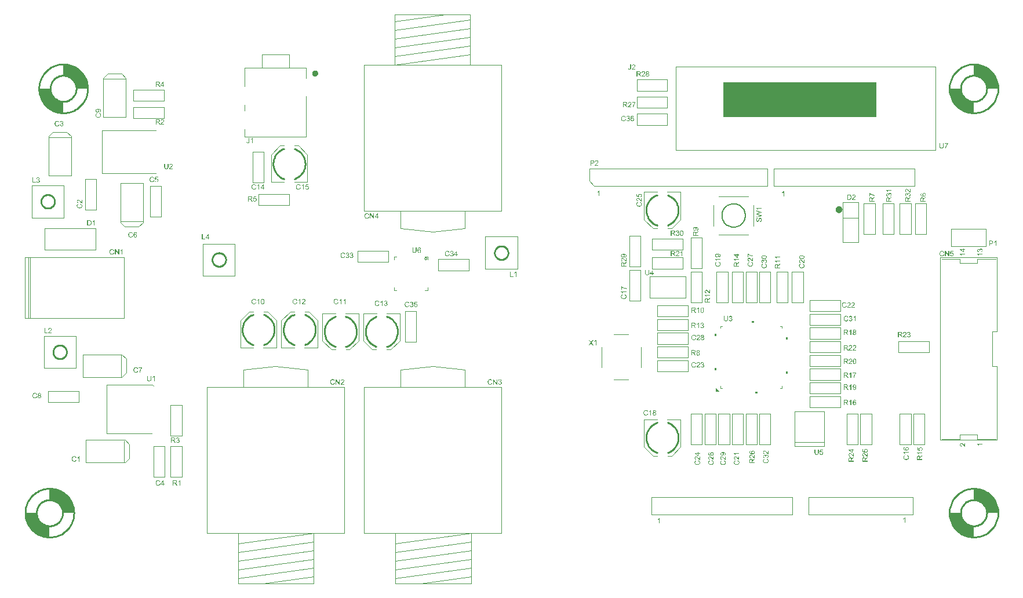
<source format=gto>
%FSTAX24Y24*%
%MOIN*%
%SFA1B1*%

%IPPOS*%
%ADD47C,0.010000*%
%ADD68C,0.006000*%
%ADD69C,0.015700*%
%ADD70C,0.000000*%
%ADD71C,0.003900*%
%ADD72R,0.880000X0.205000*%
%LNpcb1-1*%
%LPD*%
G36*
X15326Y084162D02*
X153266Y084161D01*
X153272Y08416*
X15328Y084158*
X153288Y084155*
X153296Y084151*
X153297*
X1533Y08415*
X153303Y084147*
X153308Y084144*
X153313Y08414*
X153319Y084135*
X153324Y084129*
X153328Y084122*
X153329*
X15333Y084119*
X153332Y084116*
X153334Y084111*
X153336Y084105*
X153337Y084098*
X153339Y084092*
Y084084*
Y084083*
Y08408*
Y084077*
X153338Y084072*
X153337Y084067*
X153335Y084061*
X153332Y084054*
X153329Y084048*
X153328Y084047*
X153327Y084045*
X153324Y084043*
X153321Y084039*
X153316Y084035*
X153311Y084031*
X153305Y084026*
X153297Y084022*
X153298*
X153299*
X1533*
X153302Y084021*
X153307Y08402*
X153313Y084017*
X153319Y084014*
X153326Y084009*
X153333Y084003*
X153339Y083997*
Y083996*
X153341Y083993*
X153343Y083989*
X153347Y083983*
X153349Y083976*
X153352Y083968*
X153354Y083958*
Y083948*
Y083947*
Y083946*
Y083944*
Y083941*
X153353Y083938*
Y083934*
X153352Y083929*
X15335Y083925*
X153347Y083914*
X153345Y083908*
X153342Y083903*
X153338Y083897*
X153335Y083891*
X15333Y083886*
X153325Y08388*
X153324Y083879*
X153322Y083878*
X15332Y083876*
X153317Y083874*
X153313Y083872*
X153309Y083869*
X153305Y083867*
X1533Y083864*
X153295Y083862*
X153289Y08386*
X153282Y083857*
X153275Y083855*
X153268*
X15326Y083854*
X153252Y083853*
X153248*
X153246Y083854*
X153242*
X153238Y083855*
X153234*
X153229Y083856*
X153219Y083859*
X153207Y083863*
X153202Y083866*
X153197Y083869*
X153191Y083873*
X153186Y083877*
X153185Y083878*
X153184Y083879*
X153182Y083881*
X15318Y083884*
X153178Y083886*
X153175Y08389*
X153173Y083893*
X153167Y083903*
X153163Y083913*
X153159Y083925*
X153157Y083932*
X153156Y083938*
X153194Y083944*
Y083943*
Y083942*
Y08394*
X153195Y083938*
X153196Y083933*
X153199Y083926*
X153201Y083919*
X153205Y083911*
X15321Y083904*
X153215Y083898*
X153216Y083897*
X153218Y083896*
X153221Y083894*
X153225Y083891*
X153231Y083889*
X153237Y083886*
X153244Y083885*
X153252Y083884*
X153255*
X153257Y083885*
X153261*
X153267Y083886*
X153275Y083889*
X153282Y083891*
X15329Y083896*
X153296Y083902*
X153297Y083903*
X153299Y083905*
X153302Y083909*
X153306Y083915*
X153309Y083921*
X153312Y083929*
X153313Y083938*
X153314Y083947*
Y083948*
Y08395*
Y083951*
X153313Y083956*
X153312Y083962*
X15331Y083968*
X153307Y083976*
X153303Y083983*
X153297Y083989*
X153296Y08399*
X153295Y083992*
X153291Y083994*
X153286Y083997*
X15328Y084001*
X153272Y084003*
X153265Y084005*
X153255Y084006*
X153251*
X153248Y084005*
X153244*
X15324Y084004*
X153235Y084003*
X153229Y084002*
X153233Y084035*
X153236*
X153237Y084034*
X153243*
X153248Y084035*
X153254Y084036*
X15326Y084037*
X153267Y084039*
X153274Y084042*
X153282Y084046*
X153283Y084047*
X153285Y084049*
X153288Y084052*
X153291Y084056*
X153295Y084061*
X153298Y084068*
X1533Y084075*
X153301Y084085*
Y084086*
Y084088*
X1533Y084092*
X153299Y084097*
X153298Y084102*
X153295Y084107*
X153292Y084113*
X153287Y084118*
Y084119*
X153285Y084121*
X153282Y084123*
X153278Y084125*
X153272Y084128*
X153266Y08413*
X15326Y084132*
X153252*
X153248*
X153244Y084131*
X153239Y08413*
X153233Y084129*
X153227Y084126*
X153221Y084123*
X153215Y084118*
X153213Y084116*
X153211Y084113*
X153208Y084108*
X153205Y084103*
X153202Y084096*
X153199Y084087*
X153197Y084078*
X15316Y084084*
Y084085*
Y084086*
X153161Y084088*
Y08409*
X153162Y084093*
X153163Y084097*
X153166Y084105*
X15317Y084115*
X153176Y084124*
X153182Y084133*
X15319Y084142*
X153191*
Y084143*
X153193Y084144*
X153195Y084145*
X153197Y084146*
X1532Y084148*
X153207Y084152*
X153216Y084156*
X153226Y084159*
X153238Y084162*
X153244Y084163*
X153255*
X15326Y084162*
G37*
G36*
X153547Y083965D02*
X153588D01*
Y083931*
X153547*
Y083858*
X15351*
Y083931*
X153378*
Y083965*
X153517Y084161*
X153547*
Y083965*
G37*
G36*
X151263Y081203D02*
X151142D01*
X151125Y081121*
X151126Y081122*
X151127*
X151128Y081123*
X15113Y081124*
X151133Y081126*
X151136Y081127*
X151143Y081131*
X151151Y081135*
X151161Y081137*
X151172Y08114*
X151183Y081141*
X151186*
X151189Y08114*
X151193*
X151196Y081139*
X151201Y081138*
X151206Y081137*
X151216Y081134*
X151222Y081132*
X151227Y081129*
X151233Y081126*
X151239Y081122*
X151244Y081118*
X151249Y081113*
X15125Y081112*
X151251Y081111*
X151252Y08111*
X151254Y081108*
X151256Y081105*
X151258Y081102*
X151261Y081098*
X151263Y081094*
X151266Y081089*
X151268Y081084*
X151271Y081078*
X151273Y081072*
X151274Y081065*
X151276Y081058*
X151277Y08105*
Y081042*
Y08104*
Y081038*
Y081035*
X151276Y081032*
Y081028*
X151275Y081023*
X151274Y081018*
X151271Y081007*
X151267Y080995*
X151264Y080989*
X151261Y080983*
X151257Y080977*
X151253Y080971*
X151252Y08097*
X15125Y080968*
X151248Y080966*
X151245Y080963*
X151241Y08096*
X151237Y080957*
X151232Y080953*
X151227Y08095*
X151221Y080946*
X151214Y080943*
X151207Y08094*
X151199Y080938*
X151191Y080936*
X151183Y080935*
X151173*
X151169*
X151166*
X151163Y080936*
X151159*
X151155Y080937*
X151149Y080938*
X151139Y08094*
X151128Y080945*
X151122Y080947*
X151117Y080951*
X151111Y080954*
X151106Y080958*
X151105Y080959*
X151104Y08096*
X151102Y080962*
X1511Y080964*
X151098Y080967*
X151096Y08097*
X151093Y080974*
X151088Y080983*
X151083Y080993*
X151079Y081005*
X151078Y081012*
X151077Y081019*
X151116Y081022*
Y081021*
Y081019*
X151117Y081017*
X151118Y081012*
X15112Y081006*
X151122Y080999*
X151126Y080992*
X15113Y080985*
X151136Y080979*
X151137*
X151138Y080977*
X151142Y080975*
X151146Y080972*
X151152Y08097*
X151158Y080968*
X151166Y080966*
X151173Y080965*
X151176*
X151178Y080966*
X151183*
X15119Y080968*
X151196Y08097*
X151204Y080974*
X151212Y080979*
X151215Y080981*
X151219Y080985*
Y080986*
X15122*
X151222Y080989*
X151225Y080993*
X151228Y080999*
X151231Y081007*
X151235Y081017*
X151237Y081027*
Y081039*
Y08104*
Y081042*
Y081044*
Y081047*
Y08105*
X151235Y081058*
X151233Y081065*
X15123Y081074*
X151226Y081082*
X15122Y081089*
X151219Y08109*
X151216Y081092*
X151213Y081095*
X151207Y081099*
X151201Y081102*
X151192Y081105*
X151183Y081107*
X151173Y081108*
X15117*
X151166Y081107*
X151162*
X151157Y081105*
X151151Y081104*
X151146Y081102*
X15114Y081099*
X151138Y081098*
X151135Y081096*
X151132Y081094*
X151129Y08109*
X151125Y081087*
X151121Y081082*
X151118Y081078*
X151083Y081083*
X151113Y081238*
X151263*
Y081203*
G37*
G36*
X153005Y084166D02*
X153008Y084165D01*
X153013*
X153018Y084164*
X153024Y084163*
X153035Y084161*
X153048Y084157*
X153055Y084154*
X153061Y084151*
X153067Y084147*
X153073Y084143*
X153074Y084142*
X153075*
X153076Y08414*
X153078Y084139*
X153081Y084136*
X153084Y084133*
X153087Y08413*
X15309Y084126*
X153094Y084122*
X153097Y084117*
X153101Y084111*
X153105Y084105*
X153108Y084099*
X153111Y084092*
X153117Y084078*
X153077Y084068*
Y084069*
Y08407*
X153076Y084072*
X153075Y084074*
X153074Y084077*
X153072Y08408*
X153069Y084087*
X153065Y084095*
X153059Y084103*
X153053Y08411*
X153046Y084117*
X153045*
X153042Y084119*
X153038Y084122*
X153032Y084125*
X153025Y084127*
X153017Y08413*
X153007Y084132*
X152996*
X152993*
X15299*
X152987*
X152984Y084131*
X152976Y08413*
X152966Y084128*
X152957Y084125*
X152947Y084121*
X152938Y084115*
X152937*
Y084114*
X152934Y084112*
X15293Y084108*
X152925Y084103*
X15292Y084097*
X152914Y084089*
X152909Y08408*
X152905Y08407*
Y084069*
Y084068*
X152904Y084067*
Y084065*
X152903Y084062*
X152902Y084059*
X1529Y084052*
X152899Y084043*
X152897Y084033*
X152896Y084023*
Y084012*
Y084011*
Y08401*
Y084008*
Y084005*
Y084002*
Y083998*
X152897Y083994*
Y083989*
X152899Y083979*
X1529Y083967*
X152903Y083956*
X152907Y083944*
Y083943*
X152908Y083942*
X152909Y08394*
X152911Y083934*
X152915Y083928*
X15292Y083921*
X152926Y083914*
X152933Y083907*
X152941Y083901*
X152942*
X152944Y0839*
X152946Y083899*
X152951Y083897*
X152957Y083894*
X152965Y083892*
X152973Y08389*
X152983Y083888*
X152993Y083887*
X152996*
X152999Y083888*
X153001*
X153005*
X153013Y08389*
X153022Y083892*
X153031Y083896*
X153041Y0839*
X15305Y083907*
X153051Y083908*
X153053Y08391*
X153058Y083915*
X153063Y083921*
X153068Y083929*
X153073Y083939*
X153078Y083951*
X153082Y083964*
X153122Y083954*
X153121Y083952*
X15312Y08395*
X153119Y083946*
X153118Y083942*
X153116Y083937*
X153114Y083932*
X153111Y083926*
X153105Y083914*
X153097Y083902*
X153088Y08389*
X153082Y083884*
X153076Y083879*
X153075Y083878*
X153073Y083877*
X15307Y083875*
X153067Y083873*
X153063Y083871*
X153059Y083868*
X153054Y083866*
X153048Y083864*
X153042Y083861*
X153035Y083859*
X153029Y083857*
X153013Y083854*
X153005*
X152996Y083853*
X152992*
X152988Y083854*
X152984*
X152979*
X152974Y083855*
X152968*
X152955Y083858*
X152942Y083861*
X152929Y083867*
X152923Y083869*
X152917Y083873*
X152916*
X152915Y083874*
X152914Y083875*
X152911Y083877*
X152906Y083881*
X1529Y083888*
X152892Y083896*
X152884Y083906*
X152876Y083917*
X15287Y083931*
Y083932*
X152869Y083934*
X152868Y083937*
X152866Y083941*
X152865Y083945*
X152864Y08395*
X152862Y083955*
X152861Y083961*
X152859Y083967*
X152857Y083981*
X152855Y083996*
X152854Y084012*
Y084014*
Y084016*
X152855Y08402*
Y084024*
Y084029*
X152856Y084034*
X152857Y08404*
X152859Y084053*
X152862Y084067*
X152866Y084081*
X152872Y084094*
Y084095*
X152873Y084096*
X152874Y084098*
X152876Y0841*
X152877Y084103*
X15288Y084106*
X152886Y084114*
X152893Y084123*
X152901Y084132*
X152912Y08414*
X152923Y084148*
X152924*
X152925Y084149*
X152927Y08415*
X152929Y084151*
X152932Y084152*
X152936Y084154*
X152941Y084155*
X152945Y084157*
X15295Y084159*
X152956Y08416*
X152968Y084163*
X152982Y084165*
X152997Y084166*
X153001*
X153005*
G37*
G36*
X147001Y084067D02*
X147004D01*
X147009Y084066*
X147014*
X14702Y084065*
X147032Y084062*
X147044Y084058*
X147051Y084055*
X147057Y084052*
X147063Y084048*
X147069Y084044*
X14707*
X147071Y084043*
X147072Y084042*
X147074Y08404*
X147077Y084038*
X14708Y084035*
X147083Y084031*
X147086Y084028*
X14709Y084023*
X147093Y084018*
X147097Y084013*
X147101Y084007*
X147104Y084001*
X147107Y083994*
X147113Y083979*
X147073Y08397*
Y083971*
X147072Y083973*
X147071Y083976*
X14707Y083978*
X147068Y083982*
X147065Y083989*
X147061Y083996*
X147056Y084005*
X14705Y084012*
X147042Y084018*
X147041Y084019*
X147038Y084021*
X147034Y084023*
X147028Y084026*
X147021Y084029*
X147013Y084031*
X147003Y084033*
X146992Y084034*
X146989*
X146986Y084033*
X146983*
X14698*
X146972Y084031*
X146962Y08403*
X146953Y084026*
X146943Y084022*
X146934Y084017*
X146933*
Y084016*
X14693Y084013*
X146926Y08401*
X146921Y084005*
X146916Y083998*
X14691Y083991*
X146905Y083982*
X146901Y083971*
Y08397*
X1469Y083969*
Y083966*
X146899Y083964*
X146898Y083961*
X146896Y083953*
X146895Y083945*
X146893Y083935*
X146892Y083924*
Y083913*
Y083912*
Y08391*
Y083907*
Y083904*
Y0839*
X146893Y083895*
Y083891*
X146895Y08388*
X146896Y083869*
X146899Y083857*
X146903Y083846*
Y083845*
X146904Y083843*
X146905Y083841*
X146908Y083836*
X146911Y08383*
X146916Y083823*
X146922Y083816*
X146929Y083809*
X146938Y083803*
Y083802*
X14694Y083801*
X146942Y0838*
X146947Y083799*
X146953Y083796*
X146961Y083793*
X146969Y083791*
X146979Y083789*
X146989*
X146992*
X146995*
X146997*
X147001Y08379*
X147009Y083791*
X147018Y083793*
X147027Y083797*
X147037Y083802*
X147046Y083808*
Y083809*
X147047*
X14705Y083812*
X147054Y083817*
X147059Y083823*
X147064Y083831*
X147069Y083841*
X147074Y083853*
X147078Y083866*
X147118Y083856*
Y083855*
X147117Y083853*
X147116Y083851*
X147115Y083847*
X147114Y083844*
X147112Y083839*
X14711Y083834*
X147107Y083828*
X147101Y083816*
X147093Y083803*
X147084Y083791*
X147078Y083786*
X147072Y083781*
Y08378*
X147071*
X147069Y083778*
X147066Y083776*
X147063Y083775*
X147059Y083772*
X147055Y08377*
X14705Y083768*
X147044Y083765*
X147038Y083763*
X147032Y083761*
X147025Y083759*
X147009Y083756*
X147001Y083755*
X146992*
X146988*
X146984*
X14698*
X146975Y083756*
X14697Y083757*
X146964*
X146951Y08376*
X146938Y083763*
X146925Y083768*
X146919Y083771*
X146913Y083775*
X146912*
X146911Y083776*
X14691Y083777*
X146908Y083778*
X146902Y083783*
X146896Y083789*
X146888Y083797*
X14688Y083807*
X146873Y083819*
X146866Y083832*
Y083833*
Y083834*
X146865Y083836*
X146864Y083839*
X146862Y083842*
X146861Y083847*
X14686Y083851*
X146858Y083857*
X146857Y083862*
X146855Y083869*
X146853Y083882*
X146851Y083897*
X14685Y083913*
Y083914*
Y083916*
Y083918*
X146851Y083921*
Y083925*
Y08393*
X146852Y083935*
X146853Y083941*
X146855Y083954*
X146858Y083968*
X146862Y083983*
X146868Y083996*
X146869Y083997*
X14687Y083999*
X146872Y084002*
X146873Y084005*
X146876Y084008*
X146882Y084016*
X146889Y084024*
X146897Y084033*
X146908Y084042*
X14692Y084049*
X146921Y08405*
X146923Y084051*
X146926Y084052*
X146928Y084053*
X146932Y084055*
X146937Y084057*
X146941Y084059*
X146946Y08406*
X146952Y084062*
X146964Y084065*
X146978Y084067*
X146993Y084068*
X146997*
X147001Y084067*
G37*
G36*
X171457Y07248D02*
X171452D01*
X171448Y072481*
X171445*
X171441Y072482*
X171436Y072483*
X171431Y072484*
X17143Y072485*
X171428Y072486*
X171424Y072488*
X171418Y07249*
X171412Y072494*
X171406Y072498*
X171399Y072503*
X171391Y072509*
X17139Y07251*
X171388Y072512*
X171383Y072516*
X171378Y072521*
X171371Y072528*
X171364Y072537*
X171355Y072547*
X171345Y072558*
X171343Y07256*
X171341Y072562*
X171338Y072566*
X171335Y07257*
X171331Y072574*
X171322Y072585*
X171311Y072596*
X171301Y072607*
X171296Y072612*
X171291Y072617*
X171286Y072621*
X171281Y072625*
X17128Y072626*
X171279*
X171277Y072627*
X171272Y07263*
X171266Y072633*
X171259Y072637*
X171252Y072639*
X171244Y072641*
X171236Y072642*
X171235*
X171232*
X171228Y072641*
X171223Y07264*
X171217Y072638*
X171211Y072635*
X171205Y072632*
X171199Y072626*
X171198Y072625*
X171196Y072623*
X171194Y07262*
X171191Y072615*
X171188Y072609*
X171186Y072602*
X171184Y072594*
X171183Y072585*
Y072584*
Y072583*
Y072582*
X171184Y07258*
Y072575*
X171185Y072569*
X171187Y072562*
X17119Y072555*
X171194Y072548*
X1712Y072542*
X171201Y072541*
X171203Y072539*
X171206Y072537*
X171211Y072534*
X171218Y072531*
X171225Y072528*
X171234Y072526*
X171244*
X17124Y072487*
X171238*
X171236Y072488*
X171233*
X171229Y072489*
X171225Y07249*
X171216Y072492*
X171205Y072496*
X171195Y072501*
X171184Y072508*
X17118Y072512*
X171175Y072516*
Y072517*
X171174Y072518*
X171173Y072519*
X171171Y072521*
X17117Y072524*
X171168Y072527*
X171166Y072531*
X171164Y072535*
X171162Y072539*
X171159Y072544*
X171157Y07255*
X171156Y072556*
X171153Y07257*
Y072578*
X171152Y072585*
Y072586*
Y072587*
Y07259*
X171153Y072593*
Y072597*
X171154Y072601*
Y072605*
X171156Y07261*
X171158Y072621*
X171163Y072633*
X171165Y072639*
X171169Y072644*
X171173Y07265*
X171177Y072655*
X171178Y072656*
X171179Y072657*
X171181Y072659*
X171184Y072661*
X171187Y072663*
X171193Y072668*
X171202Y072672*
X171212Y072676*
X171224Y07268*
X17123*
X171237*
X17124*
X171244*
X171248*
X171254Y072679*
X17126Y072677*
X171266Y072675*
X171273Y072673*
X171274Y072672*
X171276Y072671*
X171279Y072669*
X171284Y072667*
X171289Y072663*
X171296Y072659*
X171302Y072654*
X17131Y072648*
X171311Y072647*
X171313Y072644*
X171317Y07264*
X17132Y072638*
X171323Y072634*
X171327Y072631*
X171331Y072626*
X171335Y072621*
X171341Y072616*
X171346Y072611*
X171351Y072604*
X171357Y072598*
X171363Y072591*
X171364Y07259*
Y072589*
X171366Y072587*
X171368Y072585*
X171372Y072579*
X171378Y072573*
X171385Y072566*
X171391Y072558*
X171397Y072552*
X171399Y07255*
X171401Y072548*
X171402Y072547*
X171403Y072546*
X171405Y072544*
X171408Y072542*
X171414Y072537*
X171421Y072532*
Y072681*
X171457*
Y07248*
G37*
G36*
X171374Y072448D02*
X171377D01*
X171381Y072447*
X171386Y072446*
X17139Y072445*
X171401Y072442*
X171407Y072439*
X171412Y072436*
X171418Y072433*
X171423Y072429*
X171429Y072425*
X171435Y07242*
Y072419*
X171436Y072418*
X171437Y072417*
X171439Y072414*
X171441Y072412*
X171443Y072408*
X171446Y072404*
X171448Y0724*
X171451Y072395*
X171453Y072389*
X171455Y072383*
X171458Y072377*
X171459Y07237*
X17146Y072362*
X171461Y072354*
X171462Y072347*
Y072346*
Y072345*
Y072343*
X171461Y07234*
Y072337*
X17146Y072333*
Y072328*
X171459Y072324*
X171456Y072313*
X171452Y072302*
X171449Y072296*
X171446Y072291*
X171442Y072286*
X171438Y072281*
Y07228*
X171437*
X171436Y072278*
X171434Y072277*
X171431Y072275*
X171429Y072272*
X171425Y07227*
X171422Y072267*
X171412Y072262*
X171402Y072257*
X17139Y072253*
X171383Y072252*
X171376Y072251*
X171371Y072288*
X171372*
X171373Y072289*
X171375*
X171376Y07229*
X171382Y072291*
X171389Y072293*
X171396Y072296*
X171404Y0723*
X171411Y072304*
X171417Y072309*
X171418Y07231*
X171419Y072312*
X171421Y072315*
X171424Y07232*
X171426Y072325*
X171429Y072331*
X17143Y072339*
X171431Y072347*
Y072348*
Y072349*
X17143Y072351*
Y072356*
X171429Y072362*
X171426Y072369*
X171423Y072377*
X171419Y072384*
X171413Y072391*
X171412Y072392*
X17141Y072394*
X171406Y072396*
X1714Y0724*
X171394Y072403*
X171386Y072406*
X171377Y072408*
X171368Y072409*
X171365*
X171364Y072408*
X171359*
X171353Y072407*
X171347Y072405*
X171339Y072402*
X171332Y072397*
X171326Y072392*
X171325Y072391*
X171323Y072389*
X171321Y072385*
X171317Y07238*
X171314Y072374*
X171312Y072367*
X17131Y072359*
X171309Y07235*
Y072349*
Y072348*
Y072346*
X17131Y072343*
Y072339*
X171311Y072334*
Y072329*
X171313Y072324*
X17128Y072328*
Y07233*
X171281Y072332*
Y072334*
Y072335*
Y072336*
Y072338*
X17128Y072342*
X171279Y072348*
X171278Y072354*
X171276Y072361*
X171273Y072369*
X171269Y072376*
X171268Y072377*
X171266Y072379*
X171263Y072382*
X171259Y072386*
X171254Y07239*
X171247Y072392*
X17124Y072395*
X17123Y072396*
X171227*
X171223Y072395*
X171218Y072394*
X171213Y072392*
X171208Y07239*
X171202Y072386*
X171197Y072382*
X171196Y072381*
X171194Y072379*
X171192Y072376*
X17119Y072372*
X171187Y072367*
X171185Y072361*
X171183Y072354*
Y072346*
Y072345*
Y072343*
X171184Y072338*
X171185Y072334*
X171186Y072328*
X171189Y072322*
X171192Y072316*
X171197Y07231*
Y072309*
X171199Y072307*
X171202Y072305*
X171207Y072302*
X171212Y072299*
X171219Y072296*
X171228Y072294*
X171237Y072292*
X171231Y072254*
X17123*
X171229Y072255*
X171227*
X171225Y072256*
X171222Y072257*
X171218Y072258*
X17121Y072261*
X1712Y072265*
X171191Y07227*
X171181Y072277*
X171173Y072285*
X171172Y072286*
X171171Y072287*
X17117Y07229*
X171169Y072292*
X171167Y072295*
X171163Y072301*
X171159Y07231*
X171156Y072321*
X171153Y072332*
X171152Y072339*
Y072345*
Y072346*
Y072348*
Y072349*
X171153Y072354*
X171154Y07236*
X171155Y072367*
X171157Y072375*
X17116Y072383*
X171164Y07239*
Y072391*
X171165Y072394*
X171168Y072398*
X171171Y072402*
X171175Y072408*
X17118Y072413*
X171186Y072418*
X171193Y072423*
X171196Y072425*
X171199Y072426*
X171204Y072428*
X17121Y07243*
X171217Y072432*
X171223Y072433*
X171231Y072434*
X171234*
X171238Y072433*
X171243Y072432*
X171248Y072431*
X171254Y072429*
X171261Y072427*
X171267Y072423*
X171268*
X17127Y072421*
X171272Y072419*
X171276Y072415*
X17128Y072411*
X171284Y072406*
X171289Y072399*
X171293Y072392*
Y072393*
Y072395*
X171294Y072396*
X171295Y072401*
X171298Y072407*
X171301Y072414*
X171306Y07242*
X171311Y072427*
X171318Y072433*
X171319Y072434*
X171322Y072436*
X171326Y072438*
X171332Y072441*
X171339Y072444*
X171347Y072446*
X171357Y072448*
X171367Y072449*
X171371*
X171374Y072448*
G37*
G36*
X147491Y084064D02*
X147497Y084063D01*
X147504Y084061*
X147511Y084059*
X147519Y084057*
X147527Y084053*
X147528*
X147531Y084051*
X147535Y084049*
X147539Y084046*
X147544Y084042*
X14755Y084036*
X147555Y08403*
X147559Y084024*
X14756Y084023*
X147561Y084021*
X147563Y084017*
X147565Y084012*
X147567Y084006*
X147569Y084*
X14757Y083993*
Y083985*
Y083984*
Y083982*
Y083978*
X147569Y083974*
X147568Y083968*
X147566Y083962*
X147564Y083956*
X14756Y08395*
X147559Y083949*
X147558Y083947*
X147555Y083944*
X147552Y083941*
X147547Y083936*
X147542Y083932*
X147536Y083928*
X147529Y083924*
X14753*
X147531*
X147533Y083923*
X147538Y083921*
X147544Y083918*
X14755Y083915*
X147557Y083911*
X147564Y083905*
X14757Y083898*
Y083897*
X147572Y083894*
X147575Y08389*
X147578Y083885*
X147581Y083878*
X147583Y08387*
X147585Y08386*
Y083849*
Y083847*
Y083846*
Y083843*
X147584Y083839*
Y083835*
X147583Y083831*
X147582Y083826*
X147578Y083816*
X147576Y08381*
X147573Y083804*
X14757Y083799*
X147566Y083793*
X147561Y083787*
X147556Y083782*
X147555Y083781*
X147553Y08378*
X147551Y083778*
X147548Y083776*
X147545Y083773*
X147541Y083771*
X147536Y083769*
X147531Y083766*
X147526Y083764*
X14752Y083761*
X147513Y083759*
X147506Y083757*
X147499Y083756*
X147491Y083755*
X147483*
X14748*
X147477*
X147473Y083756*
X14747*
X147465Y083757*
X14746Y083758*
X14745Y08376*
X147439Y083765*
X147433Y083767*
X147428Y08377*
X147422Y083774*
X147417Y083778*
Y083779*
X147416*
X147415Y083781*
X147413Y083782*
X147411Y083785*
X147409Y083788*
X147406Y083791*
X147404Y083795*
X147399Y083804*
X147394Y083815*
X14739Y083827*
X147388Y083833*
X147387Y08384*
X147425Y083845*
Y083844*
Y083842*
X147426Y08384*
X147428Y083835*
X14743Y083828*
X147433Y08382*
X147436Y083812*
X147441Y083805*
X147446Y083799*
X147447*
X147449Y083797*
X147452Y083795*
X147457Y083793*
X147462Y08379*
X147468Y083788*
X147476Y083786*
X147483*
X147486*
X147488*
X147493Y083787*
X147499Y083788*
X147506Y08379*
X147513Y083793*
X147521Y083798*
X147528Y083804*
X147529Y083805*
X14753Y083807*
X147533Y083811*
X147537Y083816*
X14754Y083823*
X147543Y08383*
X147545Y083839*
X147546Y083849*
Y08385*
Y083851*
X147545Y083853*
Y083858*
X147543Y083864*
X147541Y08387*
X147538Y083877*
X147534Y083884*
X147529Y083891*
X147528Y083892*
X147526Y083894*
X147522Y083896*
X147517Y083899*
X147511Y083902*
X147504Y083905*
X147496Y083906*
X147487Y083907*
X147482*
X147479*
X147476Y083906*
X147471*
X147466Y083905*
X14746Y083904*
X147464Y083936*
X147467*
X147469*
X147475*
X147479*
X147485Y083937*
X147491Y083939*
X147498Y083941*
X147505Y083944*
X147513Y083948*
X147514*
X147516Y08395*
X147519Y083953*
X147523Y083958*
X147526Y083963*
X147529Y083969*
X147531Y083977*
X147532Y083986*
Y083987*
Y083989*
X147531Y083993*
X14753Y083998*
X147529Y084003*
X147526Y084009*
X147523Y084015*
X147518Y08402*
X147516Y084022*
X147513Y084024*
X147509Y084027*
X147504Y08403*
X147498Y084031*
X147491Y084033*
X147483Y084034*
X147479*
X147475Y084033*
X14747Y084032*
X147464Y08403*
X147458Y084028*
X147452Y084024*
X147446Y08402*
Y084019*
X147444Y084018*
X147442Y084014*
X147439Y08401*
X147436Y084004*
X147433Y083997*
X14743Y083989*
X147428Y083979*
X147391Y083986*
X147392Y083988*
Y083989*
X147393Y083992*
Y083995*
X147394Y083999*
X147398Y084007*
X147401Y084016*
X147407Y084026*
X147413Y084035*
X147422Y084043*
Y084044*
X147424Y084045*
X147426Y084047*
X147428Y084048*
X147431Y08405*
X147438Y084054*
X147447Y084058*
X147458Y084061*
X147469Y084063*
X147476Y084064*
X147486*
X147491*
G37*
G36*
X147256D02*
X147262Y084063D01*
X147269Y084061*
X147276Y084059*
X147284Y084057*
X147292Y084053*
X147293*
X147296Y084051*
X147299Y084049*
X147304Y084046*
X147309Y084042*
X147315Y084036*
X14732Y08403*
X147324Y084024*
X147325Y084023*
X147326Y084021*
X147328Y084017*
X14733Y084012*
X147332Y084006*
X147334Y084*
X147335Y083993*
Y083985*
Y083984*
Y083982*
Y083978*
X147334Y083974*
X147333Y083968*
X147331Y083962*
X147328Y083956*
X147325Y08395*
X147324Y083949*
X147323Y083947*
X14732Y083944*
X147317Y083941*
X147312Y083936*
X147307Y083932*
X147301Y083928*
X147293Y083924*
X147294*
X147295*
X147296*
X147298Y083923*
X147303Y083921*
X147309Y083918*
X147315Y083915*
X147322Y083911*
X147329Y083905*
X147335Y083898*
Y083897*
X147337Y083894*
X14734Y08389*
X147343Y083885*
X147346Y083878*
X147348Y08387*
X14735Y08386*
Y083849*
Y083847*
Y083846*
Y083843*
X147349Y083839*
Y083835*
X147348Y083831*
X147346Y083826*
X147343Y083816*
X147341Y08381*
X147338Y083804*
X147334Y083799*
X147331Y083793*
X147326Y083787*
X147321Y083782*
X14732Y083781*
X147318Y08378*
X147316Y083778*
X147313Y083776*
X14731Y083773*
X147305Y083771*
X147301Y083769*
X147296Y083766*
X147291Y083764*
X147285Y083761*
X147278Y083759*
X147271Y083757*
X147264Y083756*
X147256Y083755*
X147248*
X147245*
X147242*
X147238Y083756*
X147234*
X14723Y083757*
X147225Y083758*
X147215Y08376*
X147204Y083765*
X147198Y083767*
X147193Y08377*
X147187Y083774*
X147182Y083778*
Y083779*
X147181*
X14718Y083781*
X147178Y083782*
X147176Y083785*
X147174Y083788*
X147171Y083791*
X147169Y083795*
X147163Y083804*
X147159Y083815*
X147155Y083827*
X147153Y083833*
X147152Y08384*
X14719Y083845*
Y083844*
Y083842*
X147191Y08384*
X147192Y083835*
X147195Y083828*
X147198Y08382*
X147201Y083812*
X147206Y083805*
X147211Y083799*
X147212*
X147214Y083797*
X147217Y083795*
X147221Y083793*
X147227Y08379*
X147233Y083788*
X14724Y083786*
X147248*
X147251*
X147253*
X147257Y083787*
X147263Y083788*
X147271Y08379*
X147278Y083793*
X147286Y083798*
X147292Y083804*
X147293Y083805*
X147295Y083807*
X147298Y083811*
X147302Y083816*
X147305Y083823*
X147308Y08383*
X14731Y083839*
Y083849*
Y08385*
Y083851*
Y083853*
Y083858*
X147308Y083864*
X147306Y08387*
X147303Y083877*
X147299Y083884*
X147293Y083891*
X147292Y083892*
X147291Y083894*
X147287Y083896*
X147282Y083899*
X147276Y083902*
X147269Y083905*
X147261Y083906*
X147251Y083907*
X147247*
X147244*
X14724Y083906*
X147236*
X147231Y083905*
X147225Y083904*
X147229Y083936*
X147232*
X147233*
X147239*
X147244*
X14725Y083937*
X147256Y083939*
X147263Y083941*
X14727Y083944*
X147278Y083948*
X147279*
X147281Y08395*
X147284Y083953*
X147287Y083958*
X147291Y083963*
X147294Y083969*
X147296Y083977*
X147297Y083986*
Y083987*
Y083989*
X147296Y083993*
X147295Y083998*
X147294Y084003*
X147291Y084009*
X147288Y084015*
X147283Y08402*
X147281Y084022*
X147278Y084024*
X147274Y084027*
X147269Y08403*
X147263Y084031*
X147256Y084033*
X147248Y084034*
X147244*
X14724Y084033*
X147235Y084032*
X147229Y08403*
X147223Y084028*
X147217Y084024*
X147211Y08402*
Y084019*
X147209Y084018*
X147207Y084014*
X147204Y08401*
X147201Y084004*
X147198Y083997*
X147195Y083989*
X147193Y083979*
X147156Y083986*
Y083988*
X147157Y083989*
Y083992*
X147158Y083995*
X147159Y083999*
X147162Y084007*
X147166Y084016*
X147172Y084026*
X147178Y084035*
X147186Y084043*
X147187Y084044*
X147189Y084045*
X147191Y084047*
X147193Y084048*
X147196Y08405*
X147203Y084054*
X147212Y084058*
X147222Y084061*
X147234Y084063*
X14724Y084064*
X147251*
X147256*
G37*
G36*
X150945Y081244D02*
X150951Y081243D01*
X150958Y081241*
X150966Y08124*
X150974Y081237*
X150982Y081233*
X150983*
X150985Y081231*
X150989Y081229*
X150994Y081226*
X150999Y081222*
X151004Y081217*
X151009Y081211*
X151014Y081204*
Y081203*
X151016Y081201*
X151018Y081197*
X151019Y081193*
X151021Y081187*
X151023Y08118*
X151025Y081173*
Y081165*
Y081162*
Y081159*
X151024Y081154*
X151022Y081148*
X15102Y081142*
X151018Y081136*
X151014Y08113*
Y081129*
X151013Y081127*
X15101Y081124*
X151007Y081121*
X151002Y081117*
X150997Y081112*
X15099Y081108*
X150983Y081104*
X150984*
X150986*
X150988Y081103*
X150992Y081101*
X150998Y081099*
X151005Y081095*
X151012Y081091*
X151019Y081085*
X151025Y081078*
Y081077*
X151027Y081075*
X151029Y08107*
X151032Y081065*
X151035Y081058*
X151037Y08105*
X151039Y08104*
X15104Y081029*
Y081028*
Y081026*
X151039Y081023*
Y081019*
X151038Y081016*
X151037Y081011*
X151036Y081006*
X151033Y080996*
X151031Y08099*
X151027Y080984*
X151024Y080979*
X15102Y080973*
X151016Y080968*
X151011Y080962*
X15101*
X151009Y080961*
X151008Y08096*
X151006Y080958*
X151003Y080956*
X150999Y080953*
X150995Y080951*
X150991Y080949*
X150986Y080946*
X15098Y080944*
X150974Y080941*
X150968Y080939*
X150961Y080937*
X150954Y080936*
X150946Y080935*
X150938*
X150934*
X150931*
X150928Y080936*
X150924*
X150919Y080937*
X150915Y080938*
X150904Y08094*
X150893Y080945*
X150888Y080947*
X150883Y080951*
X150877Y080954*
X150872Y080958*
X150871Y080959*
X15087Y080961*
X150868Y080963*
X150866Y080965*
X150864Y080968*
X150861Y080971*
X150859Y080975*
X150853Y080984*
X150848Y080995*
X150844Y081007*
X150843Y081013*
X150842Y08102*
X150879Y081025*
X15088Y081024*
Y081022*
X150881Y08102*
X150882Y081015*
X150884Y081008*
X150887Y081*
X150891Y080993*
X150895Y080986*
X1509Y08098*
X150901Y080979*
X150903Y080977*
X150906Y080976*
X150911Y080973*
X150916Y08097*
X150923Y080968*
X15093Y080966*
X150938*
X150941*
X150942*
X150947Y080967*
X150953Y080968*
X15096Y08097*
X150968Y080973*
X150975Y080978*
X150982Y080984*
X150983Y080985*
X150985Y080987*
X150988Y080991*
X150991Y080996*
X150995Y081003*
X150997Y081011*
X150999Y081019*
X151Y081029*
Y08103*
Y081031*
Y081033*
X150999Y081038*
X150998Y081044*
X150996Y08105*
X150993Y081058*
X150989Y081064*
X150983Y081071*
X150982Y081072*
X15098Y081074*
X150977Y081076*
X150971Y081079*
X150965Y081082*
X150958Y081085*
X15095Y081087*
X150941Y081088*
X150937*
X150934Y081087*
X15093*
X150925Y081086*
X15092Y081085*
X150915Y081084*
X150919Y081117*
X150921*
X150923Y081116*
X150929*
X150933Y081117*
X150939*
X150946Y081119*
X150953Y081121*
X15096Y081124*
X150967Y081128*
X150968Y081129*
X150971Y08113*
X150973Y081134*
X150977Y081138*
X150981Y081143*
X150983Y081149*
X150986Y081157*
X150987Y081166*
Y081167*
Y08117*
X150986Y081173*
X150985Y081178*
X150983Y081183*
X150981Y081189*
X150977Y081195*
X150973Y0812*
X150972*
X150971Y081202*
X150967Y081205*
X150963Y081207*
X150958Y08121*
X150952Y081212*
X150945Y081213*
X150937Y081214*
X150934*
X15093Y081213*
X150925Y081212*
X150919Y081211*
X150913Y081208*
X150907Y081205*
X150901Y0812*
X1509*
X150899Y081198*
X150896Y081194*
X150894Y08119*
X15089Y081184*
X150888Y081177*
X150885Y081169*
X150883Y081159*
X150846Y081166*
Y081168*
X150847Y08117*
Y081172*
X150848Y081175*
X150849Y081179*
X150852Y081187*
X150856Y081196*
X150861Y081206*
X150868Y081215*
X150876Y081224*
X150877*
X150878Y081225*
X150881Y081227*
X150883Y081228*
X150886Y08123*
X150893Y081234*
X150901Y081238*
X150912Y081241*
X150924Y081243*
X15093Y081244*
X150941*
X150945*
G37*
G36*
X133713Y084264D02*
X133717D01*
X133722Y084263*
X133727*
X133732Y084262*
X133744Y084259*
X133757Y084255*
X133764Y084252*
X13377Y084249*
X133776Y084245*
X133782Y084241*
X133783Y08424*
X133785Y084239*
X133787Y084237*
X133789Y084235*
X133793Y084231*
X133796Y084228*
X133799Y084225*
X133803Y08422*
X133806Y084215*
X13381Y08421*
X133813Y084204*
X133817Y084198*
X13382Y084191*
X133825Y084176*
X133786Y084167*
X133785Y084168*
Y08417*
X133784Y084172*
X133782Y084175*
X133781Y084178*
X133778Y084185*
X133774Y084193*
X133768Y084201*
X133762Y084209*
X133755Y084215*
X133754Y084216*
X133751Y084218*
X133747Y08422*
X133741Y084223*
X133734Y084226*
X133725Y084228*
X133716Y08423*
X133705Y084231*
X133701*
X133699Y08423*
X133696*
X133693*
X133684Y084228*
X133675Y084226*
X133665Y084223*
X133656Y084219*
X133646Y084213*
X133643Y08421*
X133639Y084207*
X133634Y084201*
X133628Y084195*
X133623Y084188*
X133618Y084178*
X133614Y084168*
X133613Y084167*
Y084166*
X133612Y084163*
X133611Y084161*
Y084158*
X133609Y08415*
X133607Y084142*
X133606Y084132*
X133605Y084121*
X133604Y08411*
Y084108*
Y084107*
Y084104*
X133605Y084101*
Y084096*
Y084092*
X133606Y084088*
X133607Y084077*
X133609Y084065*
X133612Y084054*
X133616Y084043*
Y084042*
X133617Y08404*
X133618Y084038*
X13362Y084033*
X133624Y084027*
X133629Y084019*
X133635Y084012*
X133642Y084006*
X13365Y084*
X133651*
Y083999*
X133652Y083998*
X133654Y083997*
X133659Y083995*
X133666Y083993*
X133673Y08399*
X133682Y083988*
X133692Y083986*
X133702*
X133705*
X133707*
X13371*
X133714Y083987*
X133722Y083988*
X13373Y08399*
X13374Y083994*
X133749Y083999*
X133758Y084005*
X133759Y084006*
X133762Y084009*
X133766Y084013*
X133771Y084019*
X133776Y084028*
X133782Y084037*
X133787Y084049*
X13379Y084063*
X13383Y084053*
Y084052*
Y08405*
X133829Y084048*
X133828Y084044*
X133826Y084041*
X133824Y084036*
X133823Y08403*
X13382Y084025*
X133814Y084012*
X133805Y084*
X133796Y083988*
X133791Y083983*
X133785Y083977*
X133784*
X133783*
X133782Y083975*
X133779Y083973*
X133776Y083971*
X133772Y083969*
X133768Y083967*
X133763Y083965*
X133757Y083962*
X133751Y08396*
X133744Y083958*
X133737Y083956*
X133722Y083953*
X133714Y083952*
X133705*
X1337*
X133697*
X133693*
X133688Y083953*
X133682*
X133677Y083954*
X133664Y083957*
X133651Y08396*
X133638Y083965*
X133631Y083968*
X133625Y083971*
Y083972*
X133624*
X133622Y083974*
X13362Y083975*
X133615Y08398*
X133608Y083986*
X1336Y083994*
X133593Y084004*
X133585Y084016*
X133579Y084029*
Y08403*
X133578Y084031*
X133577Y084033*
X133576Y084036*
X133575Y084039*
X133574Y084043*
X133572Y084048*
X133571Y084053*
X133569Y084059*
X133568Y084065*
X133565Y084079*
X133563Y084094*
Y08411*
Y084111*
Y084113*
Y084115*
Y084118*
Y084122*
X133564Y084127*
Y084132*
X133565Y084138*
X133568Y084151*
X13357Y084165*
X133575Y084179*
X133581Y084193*
X133582Y084194*
X133583Y084196*
X133584Y084199*
X133586Y084201*
X133588Y084205*
X133594Y084213*
X133601Y084221*
X13361Y08423*
X133621Y084239*
X133632Y084246*
X133633*
X133634Y084247*
X133635Y084248*
X133638Y084249*
X133641Y08425*
X133645Y084252*
X133649Y084254*
X133654Y084255*
X133659Y084257*
X133664Y084259*
X133677Y084262*
X133691Y084264*
X133705Y084265*
X13371*
X133713Y084264*
G37*
G36*
X134118Y083957D02*
X134077D01*
X133918Y084195*
Y083957*
X133879*
Y08426*
X13392*
X134079Y084022*
Y08426*
X134118*
Y083957*
G37*
G36*
X146814Y076476D02*
X146773D01*
X146614Y076714*
Y076476*
X146576*
Y076779*
X146617*
X146776Y076541*
Y076779*
X146814*
Y076476*
G37*
G36*
X146974Y07678D02*
X146978D01*
X146982Y076779*
X146986*
X146991Y076777*
X147003Y076775*
X147014Y076771*
X14702Y076768*
X147026Y076764*
X147031Y07676*
X147036Y076756*
X147037Y076755*
X147038Y076754*
X14704Y076752*
X147042Y076749*
X147044Y076747*
X147049Y07674*
X147053Y076731*
X147057Y076721*
X147061Y076709*
Y076703*
X147062Y076696*
Y076695*
Y076693*
X147061Y076689*
Y076685*
X14706Y076679*
X147058Y076673*
X147056Y076667*
X147054Y07666*
X147053Y076659*
X147052Y076657*
X14705Y076654*
X147048Y076649*
X147044Y076644*
X14704Y076637*
X147035Y076631*
X147029Y076623*
X147028*
X147026Y07662*
X147021Y076616*
X147019Y076613*
X147015Y07661*
X147012Y076606*
X147007Y076602*
X147003Y076598*
X146997Y076593*
X146992Y076587*
X146985Y076582*
X146979Y076576*
X146972Y07657*
X146971Y076569*
X14697*
X146968Y076567*
X146966Y076565*
X146961Y076561*
X146954Y076555*
X146947Y076548*
X146939Y076542*
X146933Y076536*
X146931Y076534*
X146929Y076532*
X146928Y076531*
X146927Y07653*
X146926Y076528*
X146923Y076525*
X146918Y076519*
X146913Y076512*
X147062*
Y076476*
X146861*
Y076477*
Y076479*
Y076481*
X146862Y076485*
Y076488*
X146863Y076493*
X146864Y076497*
X146866Y076502*
Y076503*
X146867Y076505*
X146869Y076509*
X146872Y076515*
X146875Y076521*
X146879Y076528*
X146884Y076534*
X14689Y076542*
X146891Y076543*
X146893Y076546*
X146897Y07655*
X146902Y076555*
X146909Y076562*
X146918Y076569*
X146928Y076578*
X146939Y076588*
X146941Y07659*
X146944Y076592*
X146947Y076595*
X146951Y076598*
X146955Y076602*
X146966Y076611*
X146977Y076622*
X146988Y076632*
X146993Y076637*
X146998Y076642*
X147002Y076647*
X147006Y076652*
X147007Y076653*
X147008Y076654*
X147009Y076656*
X147011Y076661*
X147015Y076667*
X147018Y076674*
X14702Y076681*
X147022Y076689*
X147023Y076697*
Y076698*
Y076701*
X147022Y076705*
X147021Y07671*
X147019Y076716*
X147016Y076722*
X147013Y076729*
X147007Y076735*
X147006*
X147004Y076737*
X147001Y076739*
X146996Y076742*
X14699Y076745*
X146983Y076747*
X146975Y076749*
X146966Y07675*
X146963*
X146961Y076749*
X146956*
X14695Y076748*
X146944Y076746*
X146936Y076743*
X146929Y076739*
X146923Y076733*
X146922Y076732*
X14692Y07673*
X146918Y076727*
X146915Y076722*
X146912Y076715*
X146909Y076708*
X146908Y076699*
X146907Y076689*
X146868Y076693*
Y076694*
Y076695*
X146869Y076697*
Y0767*
X14687Y076704*
X146871Y076708*
X146873Y076717*
X146877Y076728*
X146882Y076738*
X146889Y076749*
X146893Y076753*
X146897Y076758*
X146898Y076759*
X146899*
X1469Y07676*
X146902Y076762*
X146905Y076763*
X146908Y076765*
X146912Y076767*
X146916Y07677*
X14692Y076771*
X146926Y076774*
X146932Y076776*
X146938Y076777*
X146951Y07678*
X146959*
X146967Y076781*
X146971*
X146974Y07678*
G37*
G36*
X13431Y083957D02*
X134272D01*
Y084194*
Y084193*
X13427Y084191*
X134267Y084189*
X134263Y084186*
X134258Y084182*
X134252Y084178*
X134245Y084172*
X134237Y084168*
X134236Y084167*
X134233Y084166*
X134229Y084163*
X134224Y08416*
X134218Y084157*
X134212Y084154*
X134205Y084151*
X134198Y084148*
Y084185*
X134199*
X1342*
X134201Y084186*
X134203Y084188*
X134206Y084189*
X134209Y08419*
X134217Y084195*
X134225Y0842*
X134234Y084206*
X134243Y084213*
X134252Y08422*
X134253*
Y084221*
X134256Y084224*
X13426Y084228*
X134265Y084233*
X134271Y084239*
X134276Y084246*
X134281Y084254*
X134285Y084261*
X13431*
Y083957*
G37*
G36*
X163397Y091938D02*
X163403Y091937D01*
X16341Y091935*
X163418Y091934*
X163426Y091931*
X163434Y091927*
X163435*
X163437Y091925*
X163441Y091923*
X163446Y09192*
X163451Y091916*
X163456Y09191*
X163461Y091904*
X163466Y091898*
Y091897*
X163468Y091895*
X16347Y091891*
X163472Y091886*
X163473Y09188*
X163475Y091874*
X163477Y091867*
Y091859*
Y091858*
Y091856*
Y091852*
X163476Y091848*
X163474Y091842*
X163472Y091836*
X16347Y09183*
X163466Y091824*
Y091823*
X163465Y091821*
X163462Y091818*
X163459Y091815*
X163454Y09181*
X163449Y091806*
X163443Y091802*
X163435Y091798*
X163436*
X163437*
X163438*
X16344Y091797*
X163444Y091795*
X16345Y091792*
X163457Y091789*
X163464Y091785*
X163471Y091779*
X163477Y091772*
Y091771*
X163479Y091768*
X163481Y091764*
X163484Y091759*
X163487Y091752*
X16349Y091744*
X163491Y091734*
X163492Y091723*
Y091721*
Y09172*
X163491Y091717*
Y091713*
X16349Y091709*
Y091705*
X163488Y0917*
X163485Y09169*
X163483Y091684*
X163479Y091678*
X163476Y091673*
X163472Y091667*
X163468Y091662*
X163463Y091656*
X163462*
X163461Y091655*
X16346Y091654*
X163458Y091652*
X163455Y09165*
X163451Y091647*
X163447Y091645*
X163443Y091643*
X163438Y09164*
X163432Y091638*
X163426Y091635*
X16342Y091633*
X163413Y091631*
X163406Y09163*
X163398Y091629*
X16339*
X163386*
X163384*
X16338Y09163*
X163376*
X163372Y091631*
X163367Y091632*
X163356Y091634*
X163345Y091639*
X16334Y091641*
X163335Y091644*
X163329Y091648*
X163324Y091652*
Y091653*
X163323*
X163322Y091655*
X16332Y091656*
X163318Y091659*
X163316Y091662*
X163313Y091665*
X163311Y091669*
X163305Y091678*
X163301Y091689*
X163296Y091701*
X163295Y091707*
X163294Y091714*
X163331Y091719*
X163332Y091718*
Y091716*
X163333Y091714*
X163334Y091709*
X163336Y091702*
X163339Y091694*
X163343Y091686*
X163348Y091679*
X163353Y091673*
X163354*
X163355Y091671*
X163359Y091669*
X163363Y091667*
X163368Y091664*
X163375Y091662*
X163382Y09166*
X16339*
X163393*
X163395*
X163399Y091661*
X163405Y091662*
X163413Y091664*
X16342Y091667*
X163427Y091672*
X163434Y091678*
X163435Y091679*
X163437Y091681*
X16344Y091685*
X163443Y09169*
X163447Y091697*
X163449Y091704*
X163451Y091713*
X163452Y091723*
Y091724*
Y091725*
Y091727*
X163451Y091732*
X16345Y091738*
X163448Y091744*
X163445Y091751*
X163441Y091758*
X163435Y091765*
X163434Y091766*
X163432Y091768*
X163429Y09177*
X163424Y091773*
X163418Y091776*
X16341Y091779*
X163402Y09178*
X163393Y091781*
X163389*
X163386*
X163382Y09178*
X163378*
X163372Y091779*
X163367Y091778*
X163371Y09181*
X163373*
X163375*
X163381*
X163385*
X163391Y091811*
X163398Y091813*
X163405Y091815*
X163412Y091818*
X163419Y091822*
X16342*
X163423Y091824*
X163425Y091827*
X163429Y091832*
X163433Y091837*
X163436Y091843*
X163438Y091851*
X163439Y09186*
Y091861*
Y091863*
X163438Y091867*
X163437Y091872*
X163436Y091877*
X163433Y091883*
X16343Y091889*
X163425Y091894*
X163423Y091896*
X163419Y091898*
X163415Y091901*
X16341Y091904*
X163404Y091905*
X163397Y091907*
X16339Y091908*
X163386*
X163382Y091907*
X163377Y091906*
X163371Y091904*
X163365Y091902*
X163359Y091898*
X163353Y091894*
Y091893*
X163351Y091892*
X163348Y091888*
X163346Y091884*
X163342Y091878*
X16334Y091871*
X163337Y091863*
X163335Y091853*
X163298Y09186*
Y091862*
X163299Y091863*
Y091866*
X1633Y091869*
X163301Y091873*
X163304Y091881*
X163308Y09189*
X163313Y0919*
X16332Y091909*
X163328Y091917*
X163329Y091918*
X16333Y091919*
X163333Y091921*
X163335Y091922*
X163338Y091924*
X163345Y091928*
X163354Y091932*
X163364Y091935*
X163376Y091937*
X163382Y091938*
X163393*
X163397*
G37*
G36*
X15069Y081247D02*
X150694D01*
X150699*
X150704Y081246*
X150709Y081245*
X150721Y081242*
X150734Y081238*
X150741Y081236*
X150747Y081232*
X150753Y081229*
X150759Y081224*
X15076*
X150762Y081222*
X150764Y08122*
X150766Y081218*
X15077Y081215*
X150773Y081212*
X150776Y081208*
X15078Y081203*
X150783Y081199*
X150787Y081193*
X15079Y081187*
X150794Y081181*
X150797Y081174*
X150802Y081159*
X150763Y08115*
Y081151*
X150762Y081152*
Y081153*
X150761Y081156*
X150759Y081159*
X150758Y081162*
X150755Y081169*
X150751Y081176*
X150745Y081185*
X150739Y081192*
X150732Y081199*
X150731*
X150728Y081201*
X150724Y081203*
X150718Y081206*
X150711Y081209*
X150702Y081212*
X150693Y081213*
X150682Y081214*
X150678*
X150676Y081213*
X150673*
X15067*
X150661Y081212*
X150652Y08121*
X150642Y081206*
X150633Y081202*
X150623Y081197*
Y081196*
X15062Y081194*
X150616Y08119*
X150611Y081185*
X150605Y081178*
X1506Y081171*
X150595Y081162*
X150591Y081152*
Y081151*
X15059Y08115*
Y081149*
X150589Y081147*
X150588Y081144*
Y081141*
X150586Y081134*
X150584Y081125*
X150583Y081115*
X150582Y081105*
X150581Y081094*
Y081093*
Y081092*
Y08109*
Y081087*
X150582Y081084*
Y08108*
Y081076*
X150583Y081071*
X150584Y08106*
X150586Y081049*
X150589Y081037*
X150593Y081026*
Y081025*
X150594Y081023*
X150595Y081022*
X150597Y081016*
X150601Y08101*
X150606Y081003*
X150612Y080996*
X150619Y080989*
X150627Y080983*
X150628*
Y080982*
X150629Y080981*
X150631*
X150636Y080979*
X150643Y080976*
X15065Y080974*
X150659Y080971*
X150669Y080969*
X150679*
X150682*
X150684*
X150687*
X150691Y08097*
X150699Y080971*
X150707Y080974*
X150717Y080977*
X150726Y080982*
X150735Y080988*
X150736Y080989*
X150739Y080992*
X150743Y080997*
X150748Y081003*
X150753Y081011*
X150759Y081021*
X150764Y081033*
X150767Y081046*
X150807Y081036*
Y081035*
Y081034*
X150806Y081031*
X150805Y081028*
X150803Y081024*
X150801Y081019*
X1508Y081014*
X150797Y081008*
X150791Y080996*
X150782Y080983*
X150773Y080971*
X150768Y080966*
X150762Y080961*
X150761Y08096*
X15076*
X150759Y080958*
X150756Y080957*
X150753Y080955*
X150749Y080952*
X150745Y08095*
X15074Y080948*
X150734Y080946*
X150728Y080943*
X150721Y080941*
X150714Y080939*
X150699Y080936*
X150691Y080935*
X150682*
X150677*
X150674*
X15067*
X150665Y080936*
X150659Y080937*
X150654*
X150641Y08094*
X150628Y080943*
X150615Y080948*
X150608Y080951*
X150602Y080955*
X150601Y080956*
X150599Y080957*
X150597Y080958*
X150592Y080963*
X150585Y080969*
X150577Y080977*
X15057Y080987*
X150562Y080999*
X150556Y081012*
Y081013*
X150555Y081014*
X150554Y081016*
X150553Y081019*
X150552Y081023*
X150551Y081027*
X150549Y081031*
X150548Y081037*
X150546Y081042*
X150545Y081049*
X150542Y081063*
X15054Y081077*
Y081094*
Y081096*
Y081098*
Y081101*
Y081105*
X150541Y081111*
Y081116*
X150542Y081122*
X150545Y081135*
X150547Y081148*
X150552Y081163*
X150558Y081176*
X150559Y081177*
X15056Y081179*
X150561Y081182*
X150563Y081185*
X150565Y081188*
X150571Y081196*
X150578Y081205*
X150587Y081213*
X150598Y081222*
X150609Y08123*
X15061*
X150611*
X150612Y081231*
X150615Y081232*
X150618Y081234*
X150622Y081236*
X150626Y081237*
X150631Y081239*
X150636Y081241*
X150641Y081242*
X150654Y081245*
X150668Y081247*
X150682Y081248*
X150687*
X15069Y081247*
G37*
G36*
X163642Y091938D02*
X163644D01*
X163648Y091937*
X163656Y091936*
X163666Y091933*
X163675Y091929*
X163685Y091925*
X16369Y091922*
X163694Y091918*
X163695*
Y091917*
X163698Y091914*
X163702Y09191*
X163706Y091904*
X163711Y091896*
X163715Y091886*
X16372Y091875*
X163722Y091863*
X163685Y09186*
Y091861*
X163684Y091864*
X163683Y091868*
X163681Y091872*
X163677Y091883*
X163674Y091887*
X163671Y091892*
X16367*
X163668Y091894*
X163665Y091897*
X163661Y0919*
X163655Y091903*
X163649Y091905*
X163641Y091907*
X163633Y091908*
X16363*
X163627Y091907*
X163623Y091906*
X163618Y091905*
X163612Y091904*
X163607Y091901*
X163602Y091898*
X163601Y091897*
X163599Y091895*
X163596Y091892*
X163592Y091888*
X163587Y091883*
X163583Y091876*
X163578Y091869*
X163574Y09186*
Y091859*
X163573*
Y091857*
Y091855*
X163572Y091853*
X163571Y09185*
X16357Y091846*
X163569Y091842*
X163568Y091837*
X163567Y091832*
X163566Y091826*
X163565Y09182*
Y091813*
X163564Y091806*
Y091798*
Y09179*
Y091791*
X163566Y091793*
X163569Y091797*
X163573Y091801*
X163578Y091806*
X163583Y091811*
X16359Y091816*
X163596Y09182*
X163597Y091821*
X1636*
X163604Y091823*
X163609Y091825*
X163615Y091827*
X163622Y091829*
X163629Y09183*
X163637*
X163641*
X163644*
X163647Y091829*
X16365*
X163659Y091827*
X163669Y091823*
X163674Y091821*
X163679Y091819*
X163685Y091815*
X163691Y091812*
X163696Y091808*
X163701Y091803*
Y091802*
X163702Y091801*
X163703Y0918*
X163705Y091798*
X163707Y091795*
X163709Y091792*
X163711Y091788*
X163714Y091784*
X163716Y091779*
X163719Y091774*
X163721Y091768*
X163723Y091762*
X163725Y091755*
X163726Y091748*
X163727Y09174*
Y091732*
Y091731*
Y091729*
Y091727*
Y091725*
Y091722*
X163726Y091715*
X163724Y091707*
X163722Y091697*
X163719Y091688*
X163715Y091679*
X163714Y091678*
X163713Y091677*
X163712Y091675*
X163709Y091671*
X163706Y091665*
X163701Y091659*
X163695Y091653*
X163688Y091647*
X16368Y091642*
X163679Y091641*
X163677Y09164*
X163672Y091638*
X163667Y091635*
X163659Y091633*
X163651Y091631*
X163642Y091629*
X163632*
X16363*
X163627*
X163624*
X16362Y09163*
X163616Y091631*
X163611Y091632*
X163605Y091633*
X163599Y091635*
X163593Y091637*
X163587Y09164*
X16358Y091643*
X163574Y091647*
X163567Y091652*
X163561Y091657*
X163556Y091663*
X163555*
Y091665*
X163553Y091667*
X163551Y091669*
X163549Y091673*
X163547Y091678*
X163544Y091683*
X163542Y09169*
X163539Y091697*
X163536Y091705*
X163534Y091715*
X163531Y091725*
X16353Y091736*
X163528Y091748*
X163527Y091761*
Y091775*
Y091776*
Y091778*
Y091779*
Y091784*
Y09179*
X163528Y091797*
X163529Y091805*
X16353Y091815*
X163531Y091824*
X163532Y091835*
X163535Y091845*
X163537Y091856*
X163541Y091866*
X163544Y091877*
X163549Y091886*
X163554Y091895*
X163559Y091903*
X16356Y091904*
X163561*
X163562Y091906*
X163564Y091909*
X163567Y091911*
X163571Y091914*
X163575Y091917*
X163579Y091921*
X163585Y091924*
X163591Y091927*
X163596Y09193*
X163603Y091933*
X163611Y091935*
X163619Y091937*
X163627Y091938*
X163636*
X163639*
X163642*
G37*
G36*
X163142Y091941D02*
X163146D01*
X163151Y09194*
X163156*
X163161Y091939*
X163173Y091936*
X163186Y091932*
X163193Y091929*
X163199Y091926*
X163205Y091922*
X163211Y091918*
X163212*
Y091917*
X163214Y091916*
X163216Y091914*
X163218Y091912*
X163222Y091909*
X163225Y091905*
X163228Y091902*
X163232Y091897*
X163235Y091892*
X163239Y091887*
X163242Y091881*
X163246Y091875*
X163249Y091868*
X163254Y091853*
X163215Y091844*
Y091845*
X163214*
Y091847*
X163213Y09185*
X163212Y091852*
X16321Y091856*
X163207Y091863*
X163203Y09187*
X163197Y091879*
X163191Y091886*
X163184Y091892*
X163183Y091893*
X16318Y091895*
X163176Y091897*
X16317Y0919*
X163163Y091903*
X163154Y091905*
X163145Y091907*
X163134Y091908*
X16313*
X163128Y091907*
X163125*
X163122*
X163113Y091905*
X163104Y091904*
X163094Y0919*
X163085Y091896*
X163076Y091891*
X163075*
Y09189*
X163072Y091887*
X163068Y091884*
X163063Y091879*
X163058Y091872*
X163052Y091865*
X163047Y091856*
X163043Y091845*
X163042Y091844*
Y091843*
X163041Y09184*
Y091838*
X16304Y091835*
X163038Y091827*
X163036Y091819*
X163035Y091809*
X163034Y091798*
Y091787*
Y091786*
Y091784*
Y091781*
Y091778*
Y091774*
X163035Y091769*
Y091765*
X163036Y091754*
X163038Y091743*
X163041Y091731*
X163045Y09172*
Y091719*
X163046Y091717*
X163047Y091715*
X163049Y09171*
X163053Y091704*
X163058Y091697*
X163064Y09169*
X163071Y091683*
X163079Y091677*
X16308*
Y091676*
X163082Y091675*
X163083Y091674*
X163088Y091673*
X163095Y09167*
X163102Y091668*
X163111Y091665*
X163121Y091663*
X163131*
X163134*
X163136*
X163139*
X163143Y091664*
X163151Y091665*
X163159Y091668*
X163169Y091671*
X163178Y091676*
X163188Y091682*
Y091683*
X163189*
X163191Y091686*
X163195Y091691*
X1632Y091697*
X163206Y091705*
X163211Y091715*
X163216Y091727*
X163219Y09174*
X16326Y09173*
Y091729*
X163259Y091727*
X163258Y091725*
X163257Y091721*
X163255Y091718*
X163254Y091713*
X163252Y091708*
X163249Y091702*
X163243Y09169*
X163235Y091677*
X163225Y091665*
X16322Y09166*
X163214Y091655*
X163213Y091654*
X163212*
X163211Y091652*
X163208Y09165*
X163205Y091649*
X163201Y091646*
X163197Y091644*
X163192Y091642*
X163186Y091639*
X16318Y091637*
X163173Y091635*
X163166Y091633*
X163151Y09163*
X163143Y091629*
X163134*
X16313*
X163126*
X163122*
X163117Y09163*
X163112Y091631*
X163106*
X163093Y091634*
X16308Y091637*
X163067Y091642*
X16306Y091645*
X163054Y091649*
X163053Y09165*
X163052Y091651*
X163049Y091652*
X163044Y091657*
X163037Y091663*
X163029Y091671*
X163022Y091681*
X163014Y091693*
X163008Y091706*
Y091707*
X163007Y091708*
X163006Y09171*
X163005Y091713*
X163004Y091716*
X163003Y091721*
X163001Y091725*
X163Y091731*
X162999Y091736*
X162997Y091743*
X162994Y091756*
X162993Y091771*
X162992Y091787*
Y091788*
Y09179*
Y091792*
X162993Y091795*
Y091799*
Y091804*
X162994Y09181*
Y091815*
X162997Y091828*
X162999Y091842*
X163004Y091857*
X16301Y09187*
X163011Y091871*
X163012Y091873*
X163013Y091876*
X163015Y091879*
X163017Y091882*
X163023Y09189*
X16303Y091898*
X163039Y091907*
X16305Y091916*
X163061Y091923*
X163062*
X163063Y091924*
X163064Y091925*
X163067Y091926*
X16307Y091928*
X163074Y091929*
X163078Y091931*
X163083Y091933*
X163088Y091934*
X163094Y091936*
X163106Y091939*
X16312Y091941*
X163135Y091942*
X163139*
X163142Y091941*
G37*
G36*
X167669Y079339D02*
X167673D01*
X167676Y079338*
X167685Y079337*
X167696Y079334*
X167706Y07933*
X167712Y079327*
X167717Y079324*
X167722Y079321*
X167726Y079317*
X167727Y079316*
X167729Y079314*
X16773Y079312*
X167732Y07931*
X167734Y079307*
X167739Y079301*
X167743Y079293*
X167747Y079283*
X16775Y079272*
Y079266*
X167751Y07926*
Y079259*
Y079257*
X16775Y079253*
X167749Y079248*
X167748Y079242*
X167746Y079236*
X167743Y07923*
X16774Y079224*
X167739Y079223*
X167738Y079221*
X167735Y079218*
X167732Y079215*
X167727Y079211*
X167721Y079207*
X167714Y079203*
X167706Y0792*
X167707*
X167708*
X167709Y079199*
X167711Y079198*
X167716Y079196*
X167722Y079193*
X167729Y079189*
X167736Y079184*
X167743Y079177*
X167749Y079171*
Y07917*
X167751Y079167*
X167753Y079163*
X167756Y079157*
X167759Y07915*
X167761Y079141*
X167763Y079132*
Y079122*
Y07912*
Y079118*
Y079116*
X167762Y079112*
Y079108*
X16776Y079099*
X167756Y079089*
X167755Y079083*
X167752Y079078*
X167749Y079072*
X167745Y079067*
X167741Y079062*
X167736Y079057*
X167735Y079056*
X167734*
X167733Y079054*
X167731Y079052*
X167728Y079051*
X167725Y079048*
X167721Y079046*
X167716Y079044*
X167711Y079041*
X167706Y079039*
X1677Y079036*
X167693Y079035*
X167687Y079033*
X167679Y079031*
X167672*
X167663Y07903*
X167659*
X167656Y079031*
X167652*
X167648Y079032*
X167643Y079033*
X167637Y079034*
X167626Y079037*
X16762Y079039*
X167614Y079041*
X167608Y079045*
X167602Y079048*
X167596Y079052*
X167591Y079057*
X16759*
Y079058*
X167589Y079059*
X167587Y079061*
X167584Y079064*
X167582Y079067*
X16758Y079071*
X167578Y079075*
X167575Y07908*
X167572Y079085*
X167568Y079096*
X167566Y079102*
X167565Y079109*
X167564Y079116*
Y079123*
Y079124*
Y079126*
Y079128*
Y07913*
X167565Y079134*
X167566Y07914*
X167567Y079148*
X16757Y079156*
X167573Y079165*
X167578Y079172*
Y079173*
X167579*
X167581Y079176*
X167585Y079179*
X16759Y079183*
X167596Y079188*
X167603Y079193*
X167612Y079197*
X167621Y0792*
X16762*
X167618Y079201*
X167613Y079204*
X167608Y079206*
X167602Y07921*
X167597Y079214*
X167591Y079218*
X167587Y079224*
X167586Y079225*
X167585Y079227*
X167583Y07923*
X167581Y079235*
X167579Y07924*
X167578Y079247*
X167576Y079253*
Y079261*
Y079262*
Y079263*
Y079265*
Y079267*
X167577Y07927*
Y079273*
X167578Y079281*
X167581Y079289*
X167586Y079299*
X167588Y079304*
X167591Y079308*
X167595Y079313*
X167599Y079317*
X1676Y079318*
X167602Y079319*
X167603Y079321*
X167606Y079322*
X167609Y079324*
X167612Y079326*
X167616Y079329*
X167625Y079333*
X167636Y079336*
X167649Y079339*
X167655*
X167662Y07934*
X167666*
X167669Y079339*
G37*
G36*
X170301Y084002D02*
X170302Y084001D01*
X170304Y084*
X170306Y083997*
X170309Y083995*
X170313Y083992*
X170318Y083988*
X170322Y083985*
X170328Y08398*
X170334Y083976*
X170341Y083971*
X170348Y083966*
X170356Y083961*
X170364Y083956*
X170374Y08395*
X170383Y083945*
Y083944*
X170385*
X170388Y083942*
X170392Y08394*
X170396Y083938*
X170402Y083935*
X170408Y083932*
X170415Y083929*
X170422Y083926*
X170431Y083922*
X170439Y083918*
X170449Y083914*
X170468Y083908*
X170488Y083901*
X17049*
X170492Y0839*
X170494Y083899*
X170498Y083898*
X170502Y083897*
X170507*
X170512Y083895*
X170518Y083894*
X170525Y083893*
X170539Y083891*
X170554Y083889*
X170571Y083887*
Y083849*
X170567*
X170564*
X170561*
X170557Y08385*
X170552*
X170547Y083851*
X170541Y083852*
X170534Y083853*
X170527Y083854*
X17052Y083855*
X170511Y083856*
X170503Y083858*
X170485Y083863*
X170484*
X170482*
X17048Y083864*
X170476Y083865*
X170471Y083867*
X170466Y083868*
X17046Y08387*
X170453Y083873*
X170446Y083875*
X170439Y083878*
X170422Y083885*
X170404Y083892*
X170387Y083901*
X170386Y083902*
X170385Y083903*
X170382Y083904*
X170379Y083906*
X170375Y083908*
X17037Y083911*
X170365Y083914*
X170359Y083917*
X170347Y083926*
X170333Y083935*
X17032Y083944*
X170307Y083955*
Y083807*
X170272*
Y084003*
X170301*
Y084002*
G37*
G36*
X167178Y079343D02*
X167182Y079342D01*
X167186*
X167191*
X167197Y079341*
X167209Y079338*
X167222Y079334*
X167228Y079331*
X167235Y079328*
X167241Y079324*
X167247Y07932*
Y079319*
X167248*
X167249Y079318*
X167252Y079316*
X167254Y079313*
X167257Y07931*
X16726Y079307*
X167264Y079303*
X167267Y079299*
X167271Y079294*
X167274Y079289*
X167278Y079283*
X167281Y079277*
X167284Y07927*
X16729Y079255*
X16725Y079246*
Y079247*
X167249Y079249*
X167248Y079251*
X167247Y079254*
X167246Y079257*
X167242Y079264*
X167238Y079272*
X167233Y07928*
X167227Y079288*
X167219Y079294*
X167218Y079295*
X167216Y079296*
X167211Y079299*
X167206Y079302*
X167199Y079305*
X16719Y079307*
X16718Y079309*
X167169*
X167166*
X167164*
X16716*
X167157Y079308*
X167149Y079307*
X16714Y079305*
X16713Y079302*
X16712Y079298*
X167111Y079292*
X16711Y079291*
X167107Y079289*
X167103Y079285*
X167098Y07928*
X167093Y079274*
X167087Y079266*
X167082Y079257*
X167078Y079247*
Y079246*
X167077Y079244*
Y079242*
X167076Y07924*
Y079236*
X167074Y079229*
X167072Y07922*
X16707Y079211*
Y0792*
X167069Y079189*
Y079188*
Y079187*
Y079185*
Y079182*
X16707Y079179*
Y079175*
Y079171*
Y079166*
X167072Y079156*
X167074Y079144*
X167076Y079133*
X16708Y079122*
Y079121*
X167081Y07912*
X167082Y079119*
Y079117*
X167085Y079111*
X167088Y079106*
X167093Y079098*
X167099Y079091*
X167106Y079084*
X167115Y079078*
X167116*
X167117Y079077*
X167119Y079076*
X167124Y079074*
X16713Y079071*
X167138Y079069*
X167146Y079067*
X167156Y079065*
X167166Y079064*
X16717*
X167172Y079065*
X167175*
X167178*
X167186Y079067*
X167195Y079069*
X167205Y079073*
X167214Y079077*
X167223Y079084*
X167224Y079085*
X167227Y079088*
X167231Y079092*
X167236Y079098*
X167241Y079106*
X167247Y079116*
X167251Y079128*
X167255Y079141*
X167295Y079131*
X167294Y079129*
Y079127*
X167293Y079123*
X167291Y079119*
X167289Y079114*
X167287Y079109*
X167284Y079104*
X167278Y079091*
X16727Y079079*
X167261Y079067*
X167255Y079061*
X167249Y079056*
X167248Y079055*
X167246Y079054*
X167243Y079052*
X16724Y07905*
X167236Y079048*
X167232Y079046*
X167227Y079043*
X167222Y079041*
X167216Y079039*
X167209Y079036*
X167202Y079035*
X167187Y079031*
X167178*
X16717Y07903*
X167165*
X167161Y079031*
X167157*
X167152*
X167147Y079032*
X167141Y079033*
X167129Y079035*
X167115Y079039*
X167102Y079044*
X167096Y079047*
X16709Y07905*
X167089Y079051*
X167088*
X167087Y079052*
X167085Y079054*
X167079Y079058*
X167073Y079065*
X167065Y079073*
X167058Y079083*
X16705Y079094*
X167043Y079108*
Y07911*
X167042Y079111*
X167041Y079114*
X16704Y079118*
X167038Y079122*
X167037Y079127*
X167035Y079132*
X167034Y079138*
X167033Y079144*
X16703Y079158*
X167028Y079173*
Y079189*
Y079191*
Y079194*
Y079197*
Y079201*
Y079206*
X167029Y079211*
X16703Y079217*
X167032Y07923*
X167035Y079244*
X16704Y079258*
X167046Y079271*
Y079272*
Y079273*
X167047Y079275*
X167049Y079277*
X167051Y07928*
X167053Y079283*
X167059Y079291*
X167066Y0793*
X167075Y079309*
X167085Y079318*
X167097Y079325*
X167098Y079326*
X1671Y079327*
X167103Y079328*
X167105Y079329*
X167109Y079331*
X167114Y079332*
X167118Y079334*
X167123Y079336*
X167129Y079337*
X167141Y079341*
X167155Y079342*
X16717Y079343*
X167175*
X167178*
G37*
G36*
X167436Y079339D02*
X16744D01*
X167444Y079338*
X167449*
X167454Y079336*
X167465Y079334*
X167477Y07933*
X167483Y079327*
X167488Y079324*
X167493Y079319*
X167498Y079315*
X167499*
Y079314*
X167501Y079313*
X167502Y079311*
X167504Y079308*
X167507Y079306*
X167511Y079299*
X167516Y07929*
X16752Y07928*
X167523Y079268*
X167524Y079262*
Y079255*
Y079254*
Y079252*
Y079248*
X167523Y079244*
X167522Y079238*
X167521Y079232*
X167519Y079226*
X167516Y079219*
Y079218*
X167515Y079216*
X167513Y079213*
X16751Y079208*
X167507Y079203*
X167503Y079196*
X167497Y07919*
X167491Y079182*
X16749*
X167488Y079179*
X167484Y079175*
X167481Y079172*
X167478Y079169*
X167474Y079165*
X16747Y079161*
X167465Y079157*
X16746Y079152*
X167454Y079147*
X167448Y079141*
X167442Y079135*
X167434Y079129*
X167433Y079128*
X167431Y079126*
X167429Y079124*
X167423Y07912*
X167416Y079114*
X167409Y079107*
X167402Y079101*
X167396Y079095*
X167394Y079093*
X167391Y079091*
Y07909*
X16739Y079089*
X167388Y079087*
X167386Y079084*
X167381Y079078*
X167376Y079071*
X167525*
Y079035*
X167324*
Y079036*
Y079038*
Y07904*
Y079044*
X167325Y079047*
Y079052*
X167327Y079056*
X167328Y079061*
X167329Y079062*
X16733Y079064*
X167331Y079068*
X167334Y079074*
X167337Y07908*
X167342Y079087*
X167347Y079094*
X167353Y079101*
Y079102*
X167356Y079105*
X167359Y079109*
X167365Y079114*
X167372Y079121*
X16738Y079129*
X16739Y079137*
X167401Y079147*
X167402*
X167404Y079149*
X167406Y079151*
X167409Y079154*
X167413Y079157*
X167418Y079161*
X167428Y07917*
X167439Y079181*
X16745Y079191*
X167456Y079196*
X16746Y079201*
X167465Y079206*
X167468Y079211*
Y079212*
X167469*
X16747Y079213*
X167471Y079215*
X167474Y07922*
X167477Y079226*
X16748Y079233*
X167483Y07924*
X167485Y079248*
X167486Y079256*
Y079257*
X167485Y07926*
Y079264*
X167484Y079269*
X167482Y079275*
X167479Y079281*
X167475Y079288*
X16747Y079294*
X167469*
X167467Y079296*
X167463Y079298*
X167459Y079301*
X167453Y079304*
X167446Y079307*
X167437Y079308*
X167428Y079309*
X167425*
X167424Y079308*
X167419*
X167413Y079307*
X167406Y079305*
X167399Y079302*
X167392Y079298*
X167385Y079292*
Y079291*
X167383Y079289*
X16738Y079286*
X167377Y079281*
X167374Y079274*
X167372Y079267*
X16737Y079258*
X167369Y079248*
X167331Y079252*
Y079253*
Y079254*
Y079256*
X167332Y079259*
X167333Y079263*
Y079267*
X167336Y079276*
X16734Y079287*
X167345Y079297*
X167352Y079308*
X167355Y079312*
X16736Y079317*
Y079318*
X167361*
X167363Y079319*
X167365Y079321*
X167367Y079322*
X167371Y079324*
X167374Y079326*
X167378Y079329*
X167383Y07933*
X167388Y079333*
X167394Y079335*
X1674Y079336*
X167414Y079339*
X167421*
X167429Y07934*
X167433*
X167436Y079339*
G37*
G36*
X170571Y083564D02*
X170566D01*
X170563Y083565*
X170559*
X170555Y083566*
X17055Y083567*
X170546Y083568*
X170545*
Y083569*
X170542Y08357*
X170538Y083572*
X170533Y083574*
X170527Y083578*
X17052Y083582*
X170513Y083587*
X170505Y083593*
X170504Y083594*
X170502Y083596*
X170498Y0836*
X170492Y083605*
X170486Y083612*
X170478Y08362*
X170469Y083631*
X170459Y083642*
X170457Y083644*
X170456Y083646*
X170452Y083649*
X170449Y083654*
X170445Y083658*
X170436Y083668*
X170426Y083679*
X170415Y08369*
X17041Y083696*
X170405Y083701*
X1704Y083705*
X170395Y083708*
X170394Y083709*
X170393Y08371*
X170391Y083711*
X170386Y083714*
X17038Y083717*
X170374Y08372*
X170366Y083723*
X170358Y083725*
X17035Y083726*
X170349*
X170346Y083725*
X170342*
X170337Y083724*
X170331Y083722*
X170325Y083719*
X170319Y083715*
X170313Y08371*
X170312Y083709*
X17031Y083707*
X170308Y083703*
X170305Y083699*
X170302Y083693*
X1703Y083686*
X170298Y083678*
X170297Y083668*
Y083667*
Y083666*
X170298Y083664*
Y083659*
X170299Y083653*
X170302Y083646*
X170304Y083639*
X170309Y083632*
X170314Y083625*
X170315*
X170317Y083623*
X170321Y08362*
X170326Y083618*
X170332Y083614*
X170339Y083612*
X170348Y08361*
X170358Y083609*
X170354Y083571*
X170352*
X17035Y083572*
X170347*
X170344Y083573*
X170339*
X17033Y083576*
X17032Y08358*
X170309Y083585*
X170298Y083592*
X170294Y083595*
X170289Y0836*
Y083601*
X170288*
X170287Y083603*
X170286Y083605*
X170284Y083607*
X170282Y083611*
X17028Y083614*
X170278Y083619*
X170276Y083623*
X170274Y083628*
X170272Y083634*
X17027Y08364*
X170268Y083654*
X170267Y083661*
Y083669*
Y08367*
Y083671*
Y083673*
Y083677*
X170268Y08368*
Y083684*
Y083689*
X17027Y083694*
X170273Y083705*
X170277Y083717*
X17028Y083723*
X170283Y083728*
X170287Y083733*
X170291Y083738*
X170292Y083739*
X170293Y083741*
X170295Y083743*
X170298Y083744*
X170301Y083747*
X170308Y083751*
X170316Y083756*
X170327Y08376*
X170338Y083763*
X170345Y083764*
X170351*
X170354*
X170358*
X170362Y083763*
X170368Y083762*
X170374Y083761*
X17038Y083759*
X170387Y083756*
X170388*
X17039Y083755*
X170393Y083753*
X170398Y08375*
X170404Y083747*
X17041Y083743*
X170416Y083737*
X170424Y083731*
X170425*
X170427Y083728*
X170432Y083724*
X170434Y083721*
X170438Y083718*
X170441Y083714*
X170445Y08371*
X17045Y083705*
X170455Y0837*
X17046Y083695*
X170465Y083688*
X170471Y083682*
X170477Y083674*
X170478*
X170479Y083673*
X17048Y083671*
X170482Y083669*
X170487Y083663*
X170492Y083656*
X170499Y083649*
X170505Y083642*
X170511Y083636*
X170513Y083634*
X170516Y083631*
X170517Y08363*
X170519Y083628*
X170522Y083626*
X170528Y083621*
X170535Y083616*
Y083765*
X170571*
Y083564*
G37*
G36*
X168307Y072147D02*
X168302D01*
X168299*
X168295Y072148*
X168291*
X168286Y07215*
X168282Y072151*
X168281*
X168278Y072152*
X168274Y072154*
X168269Y072157*
X168263Y07216*
X168256Y072165*
X168249Y072169*
X168242Y072175*
X168241*
Y072176*
X168238Y072179*
X168234Y072182*
X168228Y072188*
X168222Y072195*
X168214Y072203*
X168205Y072213*
X168196Y072224*
X168195Y072225*
X168194Y072227*
X168192Y072229*
X168189Y072232*
X168185Y072236*
X168181Y072241*
X168172Y072251*
X168162Y072262*
X168151Y072273*
X168146Y072279*
X168141Y072283*
X168136Y072287*
X168131Y072291*
Y072292*
X168129Y072293*
X168127Y072294*
X168123Y072297*
X168117Y0723*
X16811Y072303*
X168102Y072306*
X168094Y072308*
X168086Y072309*
X168085*
X168083Y072308*
X168078*
X168073Y072307*
X168067Y072304*
X168061Y072302*
X168055Y072298*
X168049Y072292*
X168048*
X168047Y07229*
X168044Y072286*
X168041Y072281*
X168038Y072275*
X168036Y072269*
X168034Y07226*
Y072251*
Y07225*
Y072248*
Y072246*
X168035Y072242*
X168036Y072236*
X168038Y072229*
X168041Y072221*
X168045Y072215*
X16805Y072208*
X168051*
X168053Y072206*
X168057Y072203*
X168062Y0722*
X168068Y072197*
X168076Y072195*
X168084Y072193*
X168095Y072192*
X16809Y072154*
X168089*
X168086*
X168083Y072155*
X16808Y072156*
X168076*
X168066Y072159*
X168056Y072162*
X168045Y072168*
X168035Y072174*
X16803Y072178*
X168025Y072183*
X168024Y072184*
X168023Y072186*
X168022Y072187*
X16802Y07219*
X168018Y072193*
X168016Y072197*
X168014Y072201*
X168012Y072206*
X16801Y072211*
X168008Y072217*
X168007Y072223*
X168004Y072237*
X168003Y072244*
Y072252*
Y072254*
Y072256*
Y072259*
X168004Y072263*
Y072267*
X168005Y072272*
X168006Y072277*
X168009Y072288*
X168013Y072299*
X168016Y072305*
X168019Y072311*
X168023Y072316*
X168027Y072321*
X168028Y072322*
X16803Y072323*
X168031Y072325*
X168034Y072327*
X168037Y072329*
X168044Y072334*
X168053Y072339*
X168063Y072343*
X168074Y072346*
X168081*
X168087Y072347*
X16809*
X168094Y072346*
X168099*
X168104Y072345*
X16811Y072344*
X168117Y072342*
X168123Y072339*
X168124*
X168126Y072338*
X16813Y072336*
X168134Y072333*
X16814Y07233*
X168146Y072326*
X168153Y07232*
X16816Y072314*
X168161Y072313*
X168164Y072311*
X168168Y072307*
X168171Y072304*
X168174Y072301*
X168178Y072297*
X168182Y072292*
X168186Y072288*
X168191Y072283*
X168196Y072277*
X168202Y072271*
X168207Y072264*
X168214Y072257*
X168215Y072256*
X168216Y072254*
X168218Y072251*
X168223Y072246*
X168229Y072239*
X168235Y072232*
X168242Y072225*
X168247Y072219*
X168249Y072216*
X168252Y072214*
X168254Y072213*
X168255Y072211*
X168258Y072209*
X168264Y072204*
X168272Y072198*
Y072347*
X168307*
Y072147*
G37*
G36*
X168214Y072117D02*
X168216Y072116D01*
X16822Y072115*
X168223Y072114*
X168228Y072112*
X168233Y07211*
X168239Y072107*
X168251Y072101*
X168264Y072093*
X168276Y072084*
X168281Y072078*
X168286Y072072*
X168287*
Y072071*
X168289Y072069*
X16829Y072066*
X168292Y072063*
X168295Y072059*
X168297Y072055*
X168299Y07205*
X168302Y072044*
X168304Y072038*
X168306Y072032*
X168308Y072025*
X168311Y072009*
X168312Y072001*
Y071992*
Y07199*
Y071988*
Y071984*
Y07198*
X168311Y071975*
X16831Y07197*
Y071964*
X168307Y071951*
X168304Y071938*
X168299Y071925*
X168296Y071919*
X168292Y071913*
Y071912*
X168291Y071911*
X16829Y07191*
X168289Y071908*
X168284Y071902*
X168278Y071896*
X16827Y071888*
X16826Y07188*
X168248Y071873*
X168235Y071866*
X168234*
X168233*
X168231Y071865*
X168228Y071864*
X168225Y071862*
X16822Y071861*
X168216Y07186*
X16821Y071858*
X168205Y071857*
X168198Y071855*
X168184Y071853*
X16817Y071851*
X168154Y07185*
X168149*
X168146Y071851*
X168142*
X168137*
X168131Y071852*
X168125Y071853*
X168113Y071855*
X168099Y071858*
X168084Y071862*
X168071Y071868*
X16807Y071869*
X168068Y07187*
X168065Y071872*
X168062Y071873*
X168059Y071876*
X168051Y071882*
X168042Y071889*
X168034Y071897*
X168025Y071908*
X168018Y07192*
X168017Y071921*
X168016Y071923*
X168015Y071926*
X168013Y071928*
X168012Y071932*
X16801Y071937*
X168008Y071941*
X168007Y071946*
X168005Y071952*
X168002Y071964*
X168Y071978*
X167999Y071993*
Y071995*
Y071997*
X168Y072001*
Y072004*
X168001Y072009*
Y072014*
X168002Y07202*
X168005Y072032*
X168009Y072044*
X168012Y072051*
X168015Y072057*
X168018Y072063*
X168023Y072069*
Y07207*
X168024Y072071*
X168025Y072072*
X168027Y072074*
X168029Y072077*
X168032Y07208*
X168036Y072083*
X168039Y072086*
X168044Y07209*
X168048Y072093*
X168054Y072097*
X16806Y072101*
X168066Y072104*
X168073Y072107*
X168088Y072113*
X168097Y072073*
X168096*
X168095*
X168094Y072072*
X168091Y072071*
X168089Y07207*
X168085Y072068*
X168078Y072065*
X168071Y072061*
X168062Y072056*
X168055Y07205*
X168048Y072042*
Y072041*
X168046Y072038*
X168044Y072034*
X168041Y072028*
X168038Y072021*
X168036Y072013*
X168034Y072003*
X168033Y071992*
Y071991*
Y071989*
X168034Y071986*
Y071983*
Y07198*
X168036Y071972*
X168037Y071962*
X168041Y071953*
X168045Y071943*
X16805Y071934*
Y071933*
X168051*
X168054Y07193*
X168057Y071926*
X168062Y071921*
X168069Y071916*
X168076Y07191*
X168085Y071905*
X168095Y071901*
X168096*
X168097*
X168098Y0719*
X168101*
X168103Y071899*
X168106Y071898*
X168113Y071896*
X168122Y071895*
X168132Y071893*
X168143Y071892*
X168154*
X16816*
X168163*
X168167*
X168172Y071893*
X168176*
X168187Y071895*
X168198Y071896*
X16821Y071899*
X168221Y071903*
X168222*
X168224Y071904*
X168225Y071905*
X168231Y071908*
X168237Y071911*
X168244Y071916*
X168251Y071922*
X168258Y071929*
X168264Y071938*
X168265*
X168266Y07194*
X168267Y071942*
X168268Y071947*
X168271Y071953*
X168273Y071961*
X168276Y071969*
X168278Y071979*
Y071989*
Y07199*
Y071991*
Y071992*
Y071995*
Y071997*
X168277Y072001*
X168276Y072009*
X168273Y072018*
X16827Y072027*
X168265Y072037*
X168259Y072046*
X168258*
Y072047*
X168255Y07205*
X16825Y072054*
X168244Y072059*
X168236Y072064*
X168226Y072069*
X168214Y072074*
X168201Y072078*
X168211Y072118*
X168212*
X168214Y072117*
G37*
G36*
X170477Y083535D02*
X17048Y083534D01*
X170483Y083533*
X170487Y083531*
X170492Y083529*
X170497Y083527*
X170503Y083524*
X170515Y083518*
X170528Y08351*
X17054Y083501*
X170545Y083495*
X17055Y083489*
X170551*
Y083488*
X170552Y083486*
X170554Y083483*
X170556Y08348*
X170558Y083477*
X170561Y083472*
X170563Y083467*
X170565Y083462*
X170568Y083456*
X17057Y083449*
X170572Y083442*
X170575Y083427*
Y083418*
X170576Y08341*
Y083409*
Y083407*
Y083405*
X170575Y083401*
Y083397*
Y083393*
X170574Y083387*
Y083382*
X170571Y083369*
X170568Y083355*
X170563Y083342*
X17056Y083336*
X170556Y08333*
Y083329*
X170555*
X170554Y083327*
X170552Y083325*
X170548Y083319*
X170541Y083313*
X170534Y083305*
X170523Y083298*
X170512Y08329*
X170498Y083283*
X170497*
X170495Y083282*
X170492Y083281*
X170488Y08328*
X170484Y083278*
X17048Y083277*
X170474Y083276*
X170469Y083274*
X170462Y083273*
X170448Y08327*
X170433Y083268*
X170417*
X170413*
X17041*
X170405*
X1704Y083269*
X170395*
X170389Y08327*
X170376Y083272*
X170362Y083275*
X170348Y08328*
X170335Y083286*
X170334*
X170333Y083287*
X170332Y083288*
X170329Y083289*
X170326Y083291*
X170323Y083293*
X170315Y083299*
X170306Y083306*
X170297Y083315*
X170289Y083325*
X170281Y083337*
X17028Y083338*
Y08334*
X170279Y083343*
X170277Y083346*
X170275Y083349*
X170274Y083354*
X170272Y083359*
X17027Y083364*
X170269Y083369*
X170266Y083382*
X170264Y083395*
X170263Y08341*
Y083411*
Y083412*
Y083415*
Y083418*
X170264Y083422*
Y083426*
X170265Y083431*
X170266Y083437*
X170268Y083449*
X170273Y083462*
X170275Y083468*
X170279Y083475*
X170282Y083481*
X170286Y083487*
X170287*
Y083488*
X170289Y083489*
X170291Y083492*
X170293Y083494*
X170296Y083497*
X170299Y083501*
X170303Y083504*
X170308Y083507*
X170312Y083511*
X170318Y083514*
X170324Y083518*
X17033Y083521*
X170337Y083524*
X170351Y08353*
X170361Y08349*
X17036*
X170359*
X170357Y083489*
X170355*
X170352Y083487*
X170349Y083486*
X170342Y083483*
X170334Y083478*
X170326Y083473*
X170319Y083467*
X170312Y083459*
X17031Y083456*
X170308Y083452*
X170304Y083446*
X170302Y083439*
X170299Y08343*
X170297Y08342*
Y083409*
Y083408*
Y083406*
Y083404*
Y0834*
X170298Y083397*
X170299Y083389*
X170301Y08338*
X170304Y08337*
X170309Y08336*
X170314Y083351*
X170315Y08335*
X170317Y083347*
X170321Y083343*
X170326Y083338*
X170333Y083333*
X17034Y083328*
X170349Y083323*
X170359Y083318*
X17036*
X170361*
X170362*
X170364Y083317*
X170367Y083316*
X17037*
X170377Y083314*
X170386Y083312*
X170396Y083311*
X170406Y08331*
X170417Y083309*
X170424*
X170427Y08331*
X170431*
X170435*
X17044Y083311*
X170451Y083312*
X170462Y083314*
X170474Y083317*
X170485Y08332*
X170486Y083321*
X170487Y083322*
X170489Y083323*
X170495Y083325*
X170501Y083329*
X170508Y083334*
X170515Y08334*
X170522Y083347*
X170528Y083355*
Y083356*
X170529Y083357*
X17053Y083359*
X170532Y083364*
X170535Y083371*
X170537Y083378*
X17054Y083387*
X170541Y083396*
X170542Y083406*
Y083407*
Y083408*
Y08341*
X170541Y083412*
Y083415*
Y083418*
X17054Y083426*
X170537Y083435*
X170534Y083445*
X170529Y083454*
X170522Y083463*
Y083464*
X170519Y083467*
X170514Y083471*
X170508Y083476*
X1705Y083481*
X17049Y083487*
X170478Y083491*
X170465Y083495*
X170475Y083535*
X170477*
G37*
G36*
X168216Y072585D02*
X168219D01*
X168226Y072584*
X168234Y072582*
X168243Y07258*
X168253Y072577*
X168262Y072573*
X168263Y072572*
X168264Y072571*
X168266Y07257*
X16827Y072568*
X168276Y072564*
X168282Y072559*
X168288Y072553*
X168294Y072547*
X168299Y072539*
X1683Y072538*
X168301Y072535*
X168303Y07253*
X168306Y072525*
X168308Y072517*
X16831Y072509*
X168312Y0725*
Y07249*
Y072488*
Y072486*
Y072482*
X168311Y072479*
X16831Y072474*
X168309Y072469*
X168308Y072464*
X168306Y072458*
X168304Y072451*
X168301Y072445*
X168298Y072439*
X168294Y072432*
X168289Y072426*
X168284Y07242*
X168278Y072414*
X168276Y072413*
X168274Y072411*
X168272Y07241*
X168268Y072407*
X168263Y072405*
X168258Y072402*
X168251Y0724*
X168244Y072397*
X168236Y072394*
X168226Y072392*
X168216Y07239*
X168205Y072388*
X168193Y072387*
X16818Y072386*
X168166Y072385*
X168157*
X168151Y072386*
X168144*
X168136Y072387*
X168126Y072388*
X168117Y072389*
X168106Y072391*
X168095Y072393*
X168085Y072396*
X168075Y072399*
X168064Y072403*
X168055Y072407*
X168046Y072412*
X168038Y072417*
X168037Y072418*
X168036Y072419*
X168035Y07242*
X168032Y072422*
X16803Y072426*
X168027Y072429*
X168024Y072433*
X16802Y072438*
X168017Y072443*
X168014Y072449*
X168011Y072455*
X168008Y072462*
X168006Y072469*
X168004Y072477*
X168003Y072485*
Y072494*
Y072495*
Y072497*
Y0725*
Y072503*
X168004Y072506*
X168005Y072515*
X168008Y072524*
X168012Y072534*
X168016Y072543*
X168019Y072548*
X168023Y072552*
Y072553*
X168024*
X168027Y072556*
X168031Y07256*
X168037Y072564*
X168045Y07257*
X168054Y072574*
X168066Y072578*
X168078Y07258*
X168081Y072543*
X16808*
X168077Y072542*
X168073Y072541*
X168069Y07254*
X168058Y072535*
X168054Y072532*
X168049Y072529*
X168048*
X168047Y072526*
X168044Y072523*
X168041Y072519*
X168038Y072513*
X168036Y072507*
X168034Y072499*
X168033Y072492*
Y072491*
Y072488*
X168034Y072485*
X168035Y072481*
X168036Y072476*
X168037Y07247*
X16804Y072465*
X168043Y07246*
X168044Y072459*
X168046Y072457*
X168049Y072454*
X168053Y07245*
X168058Y072446*
X168065Y072441*
X168072Y072436*
X168081Y072432*
X168082*
X168084Y072431*
X168086*
X168088Y07243*
X168091Y072429*
X168095Y072428*
X168099Y072427*
X168104Y072426*
X168109Y072425*
X168115Y072424*
X168121Y072423*
X168128*
X168135Y072422*
X168143*
X168151*
X16815*
X168148Y072424*
X168144Y072427*
X16814Y072431*
X168135Y072436*
X16813Y072441*
X168125Y072448*
X168121Y072455*
X16812Y072456*
X168119Y072458*
X168118Y072462*
X168116Y072467*
X168114Y072473*
X168112Y07248*
X168111Y072488*
Y072495*
Y072496*
Y072497*
Y072499*
Y072502*
X168112Y072505*
Y072509*
X168114Y072517*
X168118Y072527*
X168119Y072533*
X168122Y072538*
X168125Y072543*
X168129Y072549*
X168133Y072554*
X168138Y072559*
X168139*
X16814Y07256*
X168141Y072561*
X168143Y072563*
X168146Y072565*
X168149Y072567*
X168153Y07257*
X168157Y072572*
X168162Y072575*
X168167Y072577*
X168173Y072579*
X168179Y072581*
X168186Y072583*
X168193Y072584*
X168201Y072585*
X168209*
X168214*
X168216*
G37*
G36*
X168902Y072117D02*
X168905Y072116D01*
X168908Y072115*
X168912Y072114*
X168917Y072112*
X168922Y07211*
X168928Y072107*
X16894Y072101*
X168953Y072093*
X168965Y072084*
X16897Y072078*
X168975Y072072*
X168976*
Y072071*
X168978Y072069*
X168979Y072066*
X168981Y072063*
X168984Y072059*
X168986Y072055*
X168988Y07205*
X168991Y072044*
X168993Y072038*
X168995Y072032*
X168997Y072025*
X169Y072009*
X169001Y072001*
Y071992*
Y07199*
Y071988*
Y071984*
Y07198*
X169Y071975*
X168999Y07197*
Y071964*
X168996Y071951*
X168993Y071938*
X168988Y071925*
X168985Y071919*
X168981Y071913*
Y071912*
X16898Y071911*
X168979Y07191*
X168978Y071908*
X168973Y071902*
X168967Y071896*
X168959Y071888*
X168949Y07188*
X168937Y071873*
X168924Y071866*
X168923*
X168922*
X16892Y071865*
X168917Y071864*
X168914Y071862*
X168909Y071861*
X168905Y07186*
X168899Y071858*
X168894Y071857*
X168887Y071855*
X168873Y071853*
X168859Y071851*
X168843Y07185*
X168838*
X168835Y071851*
X168831*
X168825*
X16882Y071852*
X168814Y071853*
X168802Y071855*
X168788Y071858*
X168773Y071862*
X16876Y071868*
X168759Y071869*
X168757Y07187*
X168754Y071872*
X168751Y071873*
X168748Y071876*
X16874Y071882*
X168731Y071889*
X168723Y071897*
X168714Y071908*
X168707Y07192*
X168706Y071921*
X168705Y071923*
X168704Y071926*
X168702Y071928*
X168701Y071932*
X168699Y071937*
X168697Y071941*
X168695Y071946*
X168694Y071952*
X168691Y071964*
X168689Y071978*
X168688Y071993*
Y071995*
Y071997*
X168689Y072001*
Y072004*
Y072009*
X16869Y072014*
X168691Y07202*
X168694Y072032*
X168698Y072044*
X168701Y072051*
X168704Y072057*
X168707Y072063*
X168712Y072069*
Y07207*
X168713Y072071*
X168714Y072072*
X168716Y072074*
X168718Y072077*
X168721Y07208*
X168725Y072083*
X168728Y072086*
X168733Y07209*
X168737Y072093*
X168743Y072097*
X168749Y072101*
X168755Y072104*
X168762Y072107*
X168777Y072113*
X168786Y072073*
X168785*
X168784*
X168783Y072072*
X16878Y072071*
X168778Y07207*
X168774Y072068*
X168767Y072065*
X16876Y072061*
X168751Y072056*
X168744Y07205*
X168737Y072042*
Y072041*
X168735Y072038*
X168733Y072034*
X16873Y072028*
X168727Y072021*
X168725Y072013*
X168723Y072003*
X168722Y071992*
Y071991*
Y071989*
X168723Y071986*
Y071983*
Y07198*
X168725Y071972*
X168726Y071962*
X16873Y071953*
X168734Y071943*
X168739Y071934*
Y071933*
X16874*
X168743Y07193*
X168746Y071926*
X168751Y071921*
X168758Y071916*
X168765Y07191*
X168774Y071905*
X168784Y071901*
X168785*
X168786*
X168787Y0719*
X16879*
X168792Y071899*
X168795Y071898*
X168802Y071896*
X168811Y071895*
X168821Y071893*
X168831Y071892*
X168843*
X168849*
X168852*
X168856*
X168861Y071893*
X168865*
X168876Y071895*
X168887Y071896*
X168899Y071899*
X16891Y071903*
X168911*
X168913Y071904*
X168914Y071905*
X16892Y071908*
X168926Y071911*
X168933Y071916*
X16894Y071922*
X168947Y071929*
X168953Y071938*
X168954*
X168955Y07194*
Y071942*
X168957Y071947*
X16896Y071953*
X168962Y071961*
X168965Y071969*
X168967Y071979*
Y071989*
Y07199*
Y071991*
Y071992*
Y071995*
Y071997*
X168966Y072001*
X168965Y072009*
X168962Y072018*
X168959Y072027*
X168954Y072037*
X168948Y072046*
X168947*
Y072047*
X168944Y07205*
X168939Y072054*
X168933Y072059*
X168925Y072064*
X168915Y072069*
X168903Y072074*
X16889Y072078*
X1689Y072118*
X168901*
X168902Y072117*
G37*
G36*
X176193Y080422D02*
X176199Y080421D01*
X176206Y08042*
X176213Y080418*
X176221Y080415*
X176229Y080411*
X17623*
X176233Y080409*
X176236Y080407*
X176241Y080404*
X176246Y0804*
X176252Y080395*
X176257Y080389*
X176261Y080382*
X176262Y080381*
X176263Y080379*
X176265Y080375*
X176267Y080371*
X176269Y080365*
X176271Y080358*
X176272Y080351*
Y080344*
Y080343*
Y08034*
Y080337*
X176271Y080332*
X17627Y080326*
X176268Y08032*
X176265Y080314*
X176262Y080308*
X176261Y080307*
X17626Y080305*
X176257Y080303*
X176254Y080299*
X176249Y080295*
X176244Y080291*
X176238Y080286*
X17623Y080282*
X176231*
X176232*
X176233*
X176235Y080281*
X17624Y080279*
X176246Y080277*
X176252Y080273*
X176259Y080269*
X176266Y080263*
X176272Y080256*
Y080255*
X176274Y080253*
X176277Y080249*
X17628Y080243*
X176283Y080236*
X176285Y080228*
X176287Y080218*
Y080208*
Y080207*
Y080206*
Y080204*
Y080201*
X176286Y080197*
Y080194*
X176285Y080189*
X176283Y080184*
X17628Y080174*
X176278Y080168*
X176275Y080162*
X176271Y080157*
X176268Y080151*
X176263Y080146*
X176258Y08014*
X176257Y080139*
X176255Y080138*
X176253Y080136*
X17625Y080134*
X176247Y080131*
X176242Y080129*
X176238Y080127*
X176233Y080124*
X176228Y080122*
X176222Y080119*
X176215Y080117*
X176208Y080115*
X176201Y080114*
X176193Y080113*
X176185*
X176182*
X176179*
X176175Y080114*
X176171*
X176167Y080115*
X176162Y080116*
X176152Y080119*
X176141Y080123*
X176135Y080125*
X17613Y080129*
X176124Y080132*
X176119Y080137*
X176118*
X176117Y080139*
X176115Y080141*
X176113Y080143*
X176111Y080146*
X176108Y080149*
X176106Y080153*
X1761Y080162*
X176096Y080173*
X176092Y080185*
X17609Y080191*
X176089Y080198*
X176127Y080203*
Y080202*
Y0802*
X176128Y080198*
X176129Y080193*
X176132Y080186*
X176135Y080178*
X176138Y080171*
X176143Y080164*
X176148Y080158*
X176149Y080157*
X176151Y080155*
X176154Y080154*
X176159Y080151*
X176164Y080149*
X17617Y080146*
X176177Y080144*
X176185*
X176188*
X17619*
X176194Y080145*
X1762Y080146*
X176208Y080149*
X176215Y080151*
X176223Y080156*
X176229Y080162*
X17623Y080163*
X176232Y080165*
X176235Y080169*
X176239Y080174*
X176242Y080181*
X176245Y080189*
X176247Y080197*
Y080207*
Y080208*
Y080209*
Y080211*
Y080216*
X176245Y080222*
X176243Y080228*
X17624Y080236*
X176236Y080243*
X17623Y080249*
X176229Y08025*
X176228Y080252*
X176224Y080254*
X176219Y080257*
X176213Y080261*
X176206Y080263*
X176198Y080265*
X176188Y080266*
X176184*
X176181Y080265*
X176177*
X176173Y080264*
X176168Y080263*
X176162Y080262*
X176166Y080295*
X176169*
X17617Y080294*
X176176*
X176181Y080295*
X176187Y080296*
X176193Y080297*
X1762Y080299*
X176207Y080302*
X176215Y080306*
X176216Y080307*
X176218Y080309*
X176221Y080312*
X176224Y080316*
X176228Y080321*
X176231Y080327*
X176233Y080335*
X176234Y080344*
Y080345*
Y080348*
X176233Y080351*
X176232Y080356*
X176231Y080362*
X176228Y080367*
X176225Y080373*
X17622Y080378*
Y080379*
X176218Y08038*
X176215Y080383*
X176211Y080385*
X176206Y080388*
X1762Y08039*
X176193Y080391*
X176185Y080392*
X176181*
X176177Y080391*
X176172Y08039*
X176166Y080389*
X17616Y080386*
X176154Y080383*
X176148Y080378*
X176146Y080376*
X176144Y080373*
X176141Y080368*
X176138Y080362*
X176135Y080356*
X176132Y080347*
X17613Y080338*
X176093Y080344*
X176094Y080346*
Y080348*
Y08035*
X176095Y080353*
X176096Y080357*
X176099Y080365*
X176103Y080374*
X176109Y080384*
X176115Y080393*
X176123Y080402*
X176124*
Y080403*
X176126*
X176128Y080405*
X17613Y080406*
X176133Y080408*
X17614Y080412*
X176149Y080416*
X176159Y080419*
X176171Y080421*
X176177Y080422*
X176188*
X176193*
G37*
G36*
X176464Y080118D02*
X176427D01*
Y080355*
X176426*
X176425Y080353*
X176421Y08035*
X176417Y080347*
X176412Y080343*
X176406Y080339*
X176399Y080334*
X176391Y080329*
X17639*
X176388Y080327*
X176383Y080325*
X176378Y080322*
X176372Y080319*
X176366Y080316*
X176359Y080313*
X176353Y08031*
Y080346*
X176354Y080347*
X176356Y080348*
X176358Y080349*
X17636Y08035*
X176364Y080352*
X176371Y080356*
X176379Y080361*
X176389Y080367*
X176398Y080374*
X176407Y080381*
Y080382*
X17641Y080385*
X176414Y080389*
X176419Y080394*
X176425Y080401*
X17643Y080408*
X176436Y080415*
X17644Y080422*
X176464*
Y080118*
G37*
G36*
X171363Y072216D02*
X171365Y072215D01*
X171369Y072214*
X171373Y072212*
X171378Y07221*
X171383Y072208*
X171388Y072206*
X171401Y0722*
X171413Y072191*
X171425Y072182*
X171431Y072177*
X171436Y072171*
Y07217*
X171437Y072169*
X171438Y072167*
X17144Y072165*
X171442Y072161*
X171444Y072158*
X171447Y072154*
X171449Y072148*
X171451Y072143*
X171453Y072137*
X171456Y07213*
X171458Y072123*
X171461Y072108*
Y0721*
X171462Y072091*
Y07209*
Y072088*
Y072086*
X171461Y072083*
Y072078*
Y072074*
X17146Y072068*
X171459Y072063*
X171457Y07205*
X171453Y072036*
X171448Y072024*
X171446Y072017*
X171442Y072011*
X171441*
Y07201*
X17144Y072008*
X171438Y072006*
X171434Y072*
X171427Y071994*
X171419Y071986*
X171409Y071979*
X171398Y071971*
X171384Y071964*
X171382*
X171381Y071963*
X171378Y071962*
X171374Y071961*
X17137Y071959*
X171365Y071958*
X17136Y071957*
X171354Y071955*
X171348Y071954*
X171334Y071951*
X171319Y071949*
X171303*
X171299*
X171295*
X171291*
X171286Y07195*
X171281*
X171275Y071951*
X171262Y071953*
X171248Y071956*
X171234Y071961*
X171221Y071967*
X17122*
X171219Y071968*
X171217Y071969*
X171215Y07197*
X171212Y071972*
X171209Y071974*
X171201Y07198*
X171192Y071987*
X171183Y071996*
X171175Y072006*
X171167Y072018*
X171166Y072019*
X171165Y072021*
X171164Y072024*
X171163Y072027*
X171161Y07203*
X17116Y072035*
X171158Y07204*
X171156Y072045*
X171155Y07205*
X171152Y072063*
X17115Y072077*
X171149Y072091*
Y072092*
Y072093*
Y072096*
Y072099*
X17115Y072103*
Y072107*
X171151Y072112*
X171152Y072118*
X171154Y07213*
X171158Y072143*
X171161Y072149*
X171164Y072156*
X171168Y072162*
X171172Y072168*
X171173*
Y072169*
X171175Y072171*
X171176Y072173*
X171179Y072175*
X171182Y072178*
X171185Y072182*
X171189Y072185*
X171193Y072189*
X171198Y072192*
X171204Y072195*
X17121Y072199*
X171216Y072202*
X171222Y072206*
X171237Y072211*
X171246Y072171*
X171245*
X171243*
X171241Y07217*
X171238Y072168*
X171235Y072167*
X171228Y072164*
X17122Y07216*
X171212Y072154*
X171205Y072148*
X171198Y072141*
Y07214*
X171196Y072137*
X171193Y072133*
X17119Y072127*
X171187Y07212*
X171185Y072111*
X171183Y072101*
Y07209*
Y072089*
Y072087*
Y072085*
Y072082*
X171184Y072078*
X171185Y07207*
X171187Y072061*
X17119Y072051*
X171194Y072041*
X1712Y072032*
X171201Y072031*
X171203Y072029*
X171207Y072024*
X171212Y072019*
X171218Y072014*
X171226Y072009*
X171235Y072004*
X171245Y072*
X171246*
Y071999*
X171248*
X17125Y071998*
X171252Y071997*
X171256*
X171263Y071995*
X171272Y071993*
X171282Y071992*
X171292Y071991*
X171303Y07199*
X17131*
X171313Y071991*
X171317*
X171321*
X171326Y071992*
X171336Y071993*
X171348Y071995*
X171359Y071998*
X17137Y072001*
X171371*
X171372Y072002*
X171373Y072003*
X171375Y072004*
X171381Y072006*
X171387Y07201*
X171394Y072015*
X171401Y072021*
X171408Y072028*
X171414Y072036*
Y072037*
X171415Y072038*
X171416Y07204*
X171418Y072045*
X171421Y072052*
X171423Y072059*
X171425Y072068*
X171427Y072077*
X171428Y072088*
Y072089*
Y072091*
X171427Y072093*
Y072096*
Y0721*
X171425Y072107*
X171423Y072116*
X171419Y072126*
X171415Y072135*
X171408Y072144*
Y072145*
X171407*
X171405Y072148*
X1714Y072152*
X171394Y072157*
X171386Y072162*
X171376Y072168*
X171364Y072172*
X171351Y072176*
X171361Y072216*
X171363*
G37*
G36*
X175938Y080426D02*
X175941Y080425D01*
X175946*
X175951Y080424*
X175957Y080423*
X175969Y080421*
X175981Y080416*
X175988Y080414*
X175994Y08041*
X176Y080407*
X176006Y080403*
X176007Y080402*
X176008*
X176009Y0804*
X176011Y080398*
X176014Y080396*
X176017Y080393*
X17602Y08039*
X176023Y080386*
X176027Y080381*
X17603Y080377*
X176034Y080371*
X176038Y080365*
X176041Y080359*
X176044Y080352*
X17605Y080338*
X17601Y080328*
Y080329*
Y08033*
X176009Y080332*
X176008Y080334*
X176007Y080337*
X176005Y08034*
X176002Y080347*
X175998Y080355*
X175993Y080363*
X175987Y08037*
X175979Y080377*
X175978*
X175975Y080379*
X175971Y080381*
X175965Y080385*
X175958Y080387*
X17595Y08039*
X17594Y080391*
X175929Y080392*
X175926*
X175923Y080391*
X17592*
X175917*
X175909Y08039*
X175899Y080388*
X17589Y080385*
X17588Y08038*
X175871Y080375*
X17587*
Y080374*
X175867Y080372*
X175863Y080368*
X175858Y080363*
X175853Y080356*
X175847Y080349*
X175842Y08034*
X175838Y08033*
Y080329*
Y080328*
X175837Y080327*
Y080325*
X175836Y080322*
X175835Y080319*
X175833Y080312*
X175832Y080303*
X17583Y080293*
X175829Y080283*
Y080272*
Y080271*
Y08027*
Y080268*
Y080265*
Y080262*
Y080258*
X17583Y080254*
Y080249*
X175832Y080238*
X175833Y080227*
X175836Y080215*
X17584Y080204*
Y080203*
X175841Y080202*
X175842Y0802*
X175845Y080194*
X175848Y080188*
X175853Y080181*
X175859Y080174*
X175866Y080167*
X175875Y080161*
X175877Y08016*
X175879Y080159*
X175884Y080157*
X17589Y080154*
X175898Y080152*
X175906Y080149*
X175916Y080148*
X175926Y080147*
X175929*
X175932Y080148*
X175934*
X175938*
X175946Y080149*
X175955Y080152*
X175964Y080155*
X175974Y08016*
X175983Y080167*
X175984*
X175987Y08017*
X175991Y080175*
X175996Y080181*
X176001Y080189*
X176006Y080199*
X176011Y080211*
X176015Y080224*
X176055Y080214*
X176054Y080212*
X176053Y080209*
X176052Y080206*
X176051Y080202*
X176049Y080197*
X176047Y080192*
X176044Y080186*
X176038Y080174*
X17603Y080161*
X176021Y080149*
X176015Y080144*
X176009Y080139*
Y080138*
X176008*
X176006Y080137*
X176003Y080135*
X176Y080133*
X175996Y080131*
X175992Y080128*
X175987Y080126*
X175981Y080124*
X175975Y080121*
X175969Y080119*
X175962Y080117*
X175946Y080114*
X175938Y080113*
X175929*
X175925*
X175921*
X175917*
X175912Y080114*
X175907Y080115*
X175901*
X175888Y080118*
X175875Y080121*
X175862Y080126*
X175856Y080129*
X17585Y080133*
X175849*
X175848Y080134*
X175847Y080135*
X175845Y080137*
X175839Y080141*
X175833Y080148*
X175825Y080155*
X175817Y080166*
X17581Y080177*
X175803Y08019*
Y080191*
Y080192*
X175802Y080194*
X175801Y080197*
X175799Y080201*
X175798Y080205*
X175797Y080209*
X175795Y080215*
X175794Y08022*
X175792Y080227*
X17579Y080241*
X175788Y080255*
X175787Y080272*
Y080274*
Y080276*
X175788Y080279*
Y080284*
Y080289*
X175789Y080294*
X17579Y0803*
X175792Y080313*
X175795Y080326*
X175799Y080341*
X175805Y080354*
Y080355*
X175806Y080356*
X175807Y080357*
X175809Y08036*
X17581Y080363*
X175813Y080366*
X175819Y080374*
X175826Y080383*
X175834Y080391*
X175845Y0804*
X175857Y080408*
X175858Y080409*
X17586*
X175863Y08041*
X175865Y080412*
X175869Y080414*
X175874Y080415*
X175878Y080417*
X175883Y080419*
X175889Y08042*
X175901Y080423*
X175915Y080425*
X17593Y080426*
X175934*
X175938*
G37*
G36*
X171222Y083903D02*
X171227D01*
X171233Y083902*
X17124*
X171254Y0839*
X171268Y083899*
X171282Y083896*
X171289Y083894*
X171295Y083892*
X171296*
X171298Y083891*
X171301Y08389*
X171303Y083889*
X171306Y083888*
X171314Y083884*
X171322Y083879*
X17133Y083874*
X171338Y083867*
X171346Y083859*
X171347Y083858*
Y083857*
X171349Y083856*
X171351Y083851*
X171355Y083845*
X171358Y083836*
X171361Y083827*
X171362Y083817*
X171363Y083805*
Y083804*
Y083803*
Y0838*
Y083797*
X171362Y083793*
X171361Y083789*
Y083785*
X17136Y08378*
X171356Y083769*
X171353Y083763*
X17135Y083757*
X171347Y083751*
X171343Y083746*
X171338Y08374*
X171332Y083735*
X171331Y083734*
X171328Y083733*
X171325Y083731*
X171321Y083728*
X171316Y083726*
X17131Y083723*
X171302Y083721*
X171295Y083718*
X171285Y083715*
X171275Y083713*
X171264Y08371*
X171252Y083709*
X171239Y083707*
X171224Y083706*
X171209*
X1712*
X171196*
X17119*
X171184Y083707*
X171178*
X171164Y083709*
X17115Y08371*
X171136Y083713*
X171129Y083715*
X171123Y083716*
X171122*
X171121Y083717*
X171119Y083718*
X171117Y083719*
X171114Y08372*
X171111Y083721*
X171104Y083725*
X171096Y083729*
X171087Y083735*
X171079Y083741*
X171072Y083749*
Y08375*
X171071*
X17107Y083752*
X171069Y083753*
X171066Y083758*
X171063Y083764*
X17106Y083772*
X171057Y083782*
X171055Y083793*
X171054Y083805*
Y083807*
Y083809*
Y083813*
X171055Y083819*
X171056Y083825*
X171058Y083833*
X171061Y08384*
X171064Y083847*
X171065Y083848*
X171066Y08385*
X171068Y083853*
X171071Y083858*
X171075Y083863*
X17108Y083868*
X171086Y083873*
X171092Y083877*
X171093Y083878*
X171096Y083879*
X1711Y083882*
X171105Y083884*
X171111Y083887*
X171119Y08389*
X171128Y083894*
X171137Y083896*
X171138*
X171139Y083897*
X17114*
X171143*
X171145Y083898*
X171148Y083899*
X171152*
X171156Y0839*
X171161*
X171166Y083901*
X171172Y083902*
X171179*
X171186Y083903*
X171193*
X171209*
X171218*
X171222*
G37*
G36*
X168853Y072586D02*
X168859D01*
X168865Y072585*
X168872*
X168886Y072583*
X168902Y072581*
X168917Y072577*
X168924Y072576*
X168931Y072573*
X168932*
X168934Y072572*
X168937Y072571*
X16894Y07257*
X168943Y072568*
X16895Y072564*
X168959Y072558*
X168968Y072552*
X168976Y072545*
X168984Y072536*
Y072535*
X168985*
Y072534*
X168986Y072531*
X168988Y072529*
X168989Y072526*
X168992Y072519*
X168996Y072511*
X168998Y072501*
X169Y072489*
X169001Y072477*
Y072476*
Y072474*
Y072471*
Y072469*
X169Y072465*
X168999Y072457*
X168997Y072447*
X168993Y072438*
X168988Y072428*
X168982Y072419*
X168981*
Y072418*
X168978Y072416*
X168973Y072412*
X168967Y072407*
X16896Y072403*
X16895Y072399*
X168939Y072395*
X168926Y072393*
X168923Y072428*
X168924*
X168926*
X168927Y072429*
X168932Y07243*
X168937Y072432*
X168943Y072434*
X168949Y072437*
X168955Y07244*
X16896Y072445*
Y072446*
X168961Y072447*
X168963Y07245*
X168965Y072454*
X168967Y072459*
X168969Y072464*
X16897Y072471*
X168971Y072478*
Y072479*
Y072481*
X16897Y072484*
Y072488*
X168969Y072493*
X168967Y072498*
X168966Y072503*
X168963Y072508*
X168962Y072509*
X168961Y072511*
X16896Y072513*
X168957Y072516*
X168955Y072519*
X168951Y072523*
X168947Y072526*
X168942Y072529*
Y07253*
X16894Y072531*
X168937Y072532*
X168932Y072535*
X168927Y072536*
X168921Y072539*
X168914Y072541*
X168907Y072543*
X168906*
Y072544*
X168904*
X168903*
X168898Y072545*
X168892Y072546*
X168885Y072547*
X168878Y072548*
X16887Y072549*
X168854*
X168855Y072548*
X168856Y072547*
X16886Y072544*
X168864Y072541*
X168868Y072536*
X168873Y072531*
X168878Y072525*
X168883Y072518*
Y072517*
X168885Y072515*
X168886Y072511*
X168888Y072505*
X16889Y072499*
X168891Y072493*
X168893Y072485*
Y072476*
Y072475*
Y072473*
Y07247*
X168892Y072467*
Y072463*
X16889Y072454*
X168887Y072444*
X168885Y072439*
X168882Y072434*
X168879Y072428*
X168875Y072423*
X168871Y072418*
X168866Y072413*
Y072412*
X168865*
X168863Y072411*
X168861Y072409*
X168858Y072407*
X168855Y072405*
X168851Y072402*
X168847Y0724*
X168842Y072398*
X168837Y072395*
X168831Y072393*
X168824Y072391*
X168817Y072389*
X16881Y072388*
X168802Y072387*
X168794*
X16879*
X168786*
X168783Y072388*
X168778*
X168773Y072389*
X168767Y07239*
X168756Y072393*
X168749Y072396*
X168743Y072399*
X168737Y072401*
X168731Y072405*
X168725Y072409*
X16872Y072414*
X168719*
Y072415*
X168717Y072417*
X168715Y072419*
X168713Y072421*
X168711Y072424*
X168708Y072428*
X168706Y072433*
X168703Y072437*
X168701Y072442*
X168696Y072454*
X168695Y07246*
X168693Y072467*
X168692Y072475*
Y072482*
Y072483*
Y072485*
Y072487*
Y072489*
X168693Y072493*
X168694Y0725*
X168696Y072508*
X168699Y072517*
X168702Y072527*
X168708Y072536*
X168709Y072537*
X16871Y072538*
X168711Y07254*
X168714Y072544*
X168719Y07255*
X168726Y072556*
X168734Y072562*
X168743Y072568*
X168754Y072573*
X168755Y072574*
X168757Y072575*
X168759*
X168762Y072576*
X168766Y072577*
X16877Y072578*
X168775Y07258*
X168781Y072581*
X168787Y072582*
X168794Y072583*
X168802Y072584*
X16881Y072585*
X168819Y072586*
X168828*
X168848*
X168853*
G37*
G36*
X168996Y072147D02*
X168991D01*
X168988*
X168984Y072148*
X16898*
X168975Y07215*
X168971Y072151*
X16897*
X168967Y072152*
X168963Y072154*
X168958Y072157*
X168952Y07216*
X168945Y072165*
X168938Y072169*
X168931Y072175*
X16893*
Y072176*
X168927Y072179*
X168923Y072182*
X168917Y072188*
X168911Y072195*
X168903Y072203*
X168894Y072213*
X168885Y072224*
X168884Y072225*
X168883Y072227*
X168881Y072229*
X168878Y072232*
X168874Y072236*
X16887Y072241*
X168861Y072251*
X168851Y072262*
X16884Y072273*
X168835Y072279*
X16883Y072283*
X168825Y072287*
X16882Y072291*
Y072292*
X168818Y072293*
X168816Y072294*
X168812Y072297*
X168806Y0723*
X168799Y072303*
X168791Y072306*
X168783Y072308*
X168775Y072309*
X168774*
X168772Y072308*
X168767*
X168762Y072307*
X168756Y072304*
X16875Y072302*
X168744Y072298*
X168738Y072292*
X168737*
X168736Y07229*
X168733Y072286*
X16873Y072281*
X168727Y072275*
X168725Y072269*
X168723Y07226*
Y072251*
Y07225*
Y072248*
Y072246*
X168724Y072242*
X168725Y072236*
X168727Y072229*
X16873Y072221*
X168734Y072215*
X168739Y072208*
X16874*
X168742Y072206*
X168746Y072203*
X168751Y0722*
X168757Y072197*
X168765Y072195*
X168773Y072193*
X168784Y072192*
X168779Y072154*
X168778*
X168775*
X168772Y072155*
X168769Y072156*
X168765*
X168755Y072159*
X168745Y072162*
X168734Y072168*
X168724Y072174*
X168719Y072178*
X168714Y072183*
X168713Y072184*
X168712Y072186*
X168711Y072187*
X168709Y07219*
X168707Y072193*
X168705Y072197*
X168703Y072201*
X168701Y072206*
X168699Y072211*
X168697Y072217*
X168695Y072223*
X168693Y072237*
X168692Y072244*
Y072252*
Y072254*
Y072256*
Y072259*
X168693Y072263*
Y072267*
X168694Y072272*
X168695Y072277*
X168698Y072288*
X168702Y072299*
X168705Y072305*
X168708Y072311*
X168712Y072316*
X168716Y072321*
X168717Y072322*
X168719Y072323*
X16872Y072325*
X168723Y072327*
X168726Y072329*
X168733Y072334*
X168742Y072339*
X168752Y072343*
X168763Y072346*
X16877*
X168776Y072347*
X168779*
X168783Y072346*
X168788*
X168793Y072345*
X168799Y072344*
X168806Y072342*
X168812Y072339*
X168813*
X168815Y072338*
X168819Y072336*
X168823Y072333*
X168829Y07233*
X168835Y072326*
X168842Y07232*
X168849Y072314*
X16885Y072313*
X168853Y072311*
X168857Y072307*
X16886Y072304*
X168863Y072301*
X168867Y072297*
X168871Y072292*
X168875Y072288*
X16888Y072283*
X168885Y072277*
X16889Y072271*
X168896Y072264*
X168902Y072257*
X168903*
X168904Y072256*
X168905Y072254*
X168907Y072251*
X168912Y072246*
X168918Y072239*
X168924Y072232*
X168931Y072225*
X168936Y072219*
X168938Y072216*
X168941Y072214*
X168943Y072213*
X168944Y072211*
X168947Y072209*
X168953Y072204*
X168961Y072198*
Y072347*
X168996*
Y072147*
G37*
G36*
X171275Y083669D02*
X171279Y083668D01*
X171283*
X171287Y083667*
X171292Y083665*
X171302Y083662*
X171308Y08366*
X171314Y083657*
X17132Y083653*
X171325Y08365*
X171331Y083645*
X171336Y08364*
X171337*
X171338Y083639*
Y083637*
X17134Y083635*
X171343Y083632*
X171345Y083628*
X171347Y083624*
X17135Y08362*
X171352Y083615*
X171355Y08361*
X171357Y083604*
X171359Y083597*
X171361Y08359*
X171362Y083583*
X171363Y083575*
Y083567*
Y083565*
Y083563*
Y083561*
X171362Y083557*
Y083553*
X171361Y083549*
Y083544*
X171358Y083533*
X171353Y083522*
X171351Y083517*
X171348Y083512*
X171344Y083506*
X17134Y083501*
X171339*
Y0835*
X171338Y083499*
X171336Y083497*
X171333Y083495*
X17133Y083493*
X171327Y08349*
X171323Y083488*
X171314Y083482*
X171303Y083478*
X171291Y083474*
X171285Y083472*
X171278Y083471*
X171273Y083509*
X171274*
X171276*
X171278Y08351*
X171284Y083511*
X17129Y083514*
X171298Y083516*
X171306Y08352*
X171313Y083525*
X171319Y08353*
Y083531*
X171321Y083533*
X171323Y083536*
X171326Y08354*
X171328Y083545*
X17133Y083552*
X171332Y083559*
Y083567*
Y083568*
Y083569*
Y08357*
Y083572*
Y083576*
X17133Y083582*
X171328Y08359*
X171325Y083597*
X17132Y083604*
X171314Y083611*
Y083612*
X171311Y083614*
X171308Y083617*
X171302Y083621*
X171296Y083624*
X171288Y083627*
X171279Y083628*
X171269Y083629*
X171267*
X171265*
X171261Y083628*
X171255Y083627*
X171248Y083625*
X171241Y083622*
X171234Y083618*
X171227Y083612*
X171226Y083611*
X171225Y08361*
X171222Y083606*
X171219Y083601*
X171216Y083595*
X171214Y083587*
X171212Y08358*
X171211Y08357*
Y083569*
Y083566*
Y083563*
X171212Y083559*
Y083555*
X171213Y08355*
X171214Y083544*
X171182Y083548*
Y083549*
Y083551*
Y083552*
Y083554*
Y083555*
Y083557*
Y083558*
Y083563*
X171181Y083569*
X171179Y083575*
X171177Y083582*
X171174Y083589*
X17117Y083597*
Y083598*
X171168Y0836*
X171165Y083603*
X171161Y083606*
X171155Y08361*
X171149Y083613*
X171141Y083615*
X171132Y083616*
X171129*
X171125Y083615*
X17112Y083614*
X171115Y083613*
X171109Y08361*
X171103Y083607*
X171098Y083602*
X171096Y0836*
X171094Y083597*
X171091Y083592*
X171089Y083587*
X171087Y083581*
X171085Y083575*
X171084Y083567*
Y083566*
Y083563*
X171085Y083559*
X171086Y083554*
X171088Y083548*
X17109Y083542*
X171094Y083536*
X171098Y08353*
X171099*
X171101Y083528*
X171104Y083526*
X171108Y083523*
X171114Y08352*
X171121Y083517*
X171129Y083514*
X171139Y083512*
X171132Y083475*
X171131*
X171129Y083476*
X171126*
X171123Y083477*
X171119Y083478*
X171111Y083481*
X171102Y083485*
X171092Y083491*
X171083Y083497*
X171075Y083505*
X171074Y083506*
X171073Y083508*
X171072Y08351*
X17107Y083512*
X171068Y083515*
X171064Y083522*
X17106Y083531*
X171057Y083541*
X171055Y083553*
X171054Y083559*
Y083566*
Y083567*
Y083568*
Y08357*
Y083575*
X171055Y083581*
X171057Y083587*
X171059Y083595*
X171061Y083603*
X171065Y083611*
X171066Y083612*
X171067Y083615*
X171069Y083618*
X171072Y083623*
X171077Y083628*
X171082Y083634*
X171088Y083639*
X171094Y083643*
X171095Y083644*
X171097Y083645*
X171101Y083647*
X171106Y083649*
X171112Y083651*
X171118Y083652*
X171125Y083654*
X171133*
X171136*
X17114*
X171144Y083653*
X17115Y083652*
X171156Y08365*
X171162Y083647*
X171168Y083644*
X171169Y083643*
X171171Y083642*
X171174Y083639*
X171178Y083636*
X171182Y083631*
X171186Y083626*
X17119Y08362*
X171194Y083612*
Y083613*
X171195Y083614*
Y083615*
X171196Y083617*
X171197Y083622*
X1712Y083628*
X171203Y083634*
X171208Y083641*
X171213Y083648*
X17122Y083654*
X171221*
X171224Y083656*
X171228Y083658*
X171233Y083662*
X17124Y083664*
X171249Y083667*
X171258Y083669*
X171269*
X171273*
X171275*
G37*
G36*
X171265Y083436D02*
X171267Y083435D01*
X171271Y083434*
X171274Y083433*
X171279Y083431*
X171285Y083429*
X17129Y083426*
X171302Y08342*
X171315Y083412*
X171327Y083403*
X171332Y083397*
X171338Y083391*
Y08339*
X17134Y083388*
X171342Y083385*
X171344Y083382*
X171346Y083378*
X171348Y083374*
X17135Y083369*
X171353Y083363*
X171355Y083357*
X171357Y08335*
X171359Y083344*
X171362Y083328*
X171363Y08332*
Y083311*
Y083309*
Y083307*
Y083303*
Y083299*
X171362Y083294*
X171361Y083289*
Y083283*
X171358Y08327*
X171355Y083257*
X17135Y083244*
X171347Y083238*
X171344Y083232*
X171343Y083231*
Y08323*
X171341Y083229*
X17134Y083226*
X171335Y083221*
X171329Y083214*
X171321Y083207*
X171311Y083199*
X171299Y083191*
X171286Y083185*
X171285*
X171284Y083184*
X171282*
X171279Y083183*
X171276Y083181*
X171272Y08318*
X171267Y083179*
X171261Y083177*
X171256Y083176*
X171249Y083174*
X171236Y083172*
X171221Y08317*
X171205Y083169*
X1712*
X171197Y08317*
X171193*
X171188*
X171183Y083171*
X171177Y083172*
X171164Y083174*
X17115Y083177*
X171136Y083181*
X171122Y083187*
X171121Y083188*
X171119Y083189*
X171116Y08319*
X171113Y083192*
X17111Y083195*
X171102Y083201*
X171094Y083208*
X171085Y083216*
X171076Y083227*
X171069Y083238*
Y083239*
X171068Y08324*
X171067Y083242*
X171066Y083244*
X171065Y083247*
X171063Y083251*
X171061Y083256*
X17106Y08326*
X171058Y083265*
X171056Y083271*
X171053Y083283*
X171051Y083297*
X17105Y083312*
Y083314*
Y083316*
X171051Y08332*
Y083323*
X171052Y083328*
Y083333*
X171053Y083338*
X171056Y08335*
X17106Y083363*
X171063Y08337*
X171066Y083376*
X17107Y083382*
X171074Y083388*
Y083389*
X171075Y08339*
X171076Y083391*
X171078Y083393*
X17108Y083396*
X171084Y083399*
X171087Y083402*
X17109Y083405*
X171095Y083409*
X1711Y083412*
X171105Y083416*
X171111Y08342*
X171117Y083423*
X171124Y083426*
X171139Y083432*
X171148Y083392*
X171147Y083391*
X171145*
X171143Y08339*
X17114Y083389*
X171137Y083387*
X17113Y083384*
X171122Y08338*
X171113Y083374*
X171106Y083368*
X1711Y083361*
X171099Y08336*
X171097Y083357*
X171095Y083353*
X171092Y083347*
X171089Y08334*
X171087Y083332*
X171085Y083322*
X171084Y083311*
Y08331*
Y083309*
Y083308*
X171085Y083305*
Y083302*
Y083299*
X171087Y083291*
X171089Y083281*
X171092Y083272*
X171096Y083262*
X171101Y083253*
Y083252*
X171102*
X171105Y083249*
X171108Y083245*
X171113Y08324*
X17112Y083235*
X171127Y083229*
X171137Y083224*
X171147Y08322*
X171148*
X171149Y083219*
X171152*
X171154Y083218*
X171157Y083217*
X171165Y083215*
X171173Y083214*
X171183Y083212*
X171194Y083211*
X171205*
X171211*
X171214*
X171219*
X171223Y083212*
X171227*
X171238Y083214*
X171249Y083215*
X171261Y083218*
X171272Y083222*
X171273*
X171275Y083223*
X171277Y083224*
X171282Y083226*
X171288Y08323*
X171296Y083235*
X171302Y083241*
X171309Y083248*
X171315Y083256*
Y083257*
X171316*
X171317Y083259*
X171318Y083261*
X17132Y083266*
X171322Y083272*
X171325Y083279*
X171327Y083288*
X171329Y083298*
Y083308*
Y083309*
Y083311*
Y083314*
Y083316*
X171328Y08332*
X171327Y083328*
X171325Y083337*
X171321Y083346*
X171316Y083356*
X17131Y083365*
X171309*
Y083366*
X171306Y083368*
X171302Y083373*
X171296Y083378*
X171287Y083383*
X171278Y083388*
X171266Y083393*
X171252Y083397*
X171262Y083437*
X171263*
X171265Y083436*
G37*
G36*
X14641Y076784D02*
X146414Y076783D01*
X146418*
X146424Y076782*
X146429*
X146441Y076779*
X146454Y076775*
X14646Y076772*
X146467Y076769*
X146473Y076765*
X146479Y076761*
Y07676*
X14648*
X146482Y076759*
X146484Y076757*
X146486Y076754*
X146489Y076751*
X146493Y076748*
X146496Y076744*
X1465Y07674*
X146503Y076735*
X146506Y076729*
X14651Y076723*
X146513Y076717*
X146517Y076711*
X146522Y076696*
X146483Y076687*
X146482Y076688*
Y07669*
X146481Y076692*
X146479Y076695*
X146478Y076698*
X146475Y076705*
X146471Y076713*
X146465Y076721*
X146459Y076729*
X146452Y076735*
X146451*
X146448Y076737*
X146444Y07674*
X146438Y076743*
X146431Y076746*
X146422Y076748*
X146412Y07675*
X146401*
X146398*
X146396*
X146393*
X146389Y076749*
X146381Y076748*
X146372Y076746*
X146362Y076743*
X146353Y076739*
X146343Y076733*
X146342Y076732*
X14634Y07673*
X146335Y076726*
X14633Y076721*
X146325Y076715*
X14632Y076707*
X146315Y076698*
X146311Y076688*
X14631Y076687*
Y076685*
X146309Y076683*
X146308Y076681*
Y076677*
X146306Y07667*
X146304Y076661*
X146303Y076652*
X146302Y076641*
X146301Y07663*
Y076629*
Y076628*
Y076626*
Y076623*
X146302Y07662*
Y076616*
Y076612*
X146303Y076607*
X146304Y076597*
X146306Y076585*
X146309Y076574*
X146312Y076563*
Y076562*
X146313Y076561*
X146314Y07656*
X146315Y076558*
X146317Y076552*
X146321Y076546*
X146326Y076539*
X146332Y076532*
X146339Y076525*
X146347Y076519*
X146348*
X146349Y076518*
X146351Y076517*
X146356Y076515*
X146363Y076512*
X14637Y07651*
X146379Y076508*
X146388Y076506*
X146399Y076505*
X146402*
X146404Y076506*
X146407*
X146411*
X146418Y076508*
X146427Y07651*
X146437Y076514*
X146446Y076518*
X146455Y076525*
X146456*
Y076526*
X146459Y076528*
X146463Y076533*
X146468Y076539*
X146473Y076547*
X146479Y076557*
X146483Y076569*
X146487Y076582*
X146527Y076572*
Y07657*
X146526Y076568*
X146525Y076564*
X146523Y07656*
X146521Y076555*
X146519Y07655*
X146517Y076545*
X146511Y076532*
X146502Y07652*
X146493Y076508*
X146488Y076502*
X146482Y076497*
X146481*
X14648Y076496*
X146478Y076495*
X146476Y076493*
X146472Y076491*
X146469Y076489*
X146465Y076487*
X146459Y076484*
X146454Y076482*
X146448Y07648*
X146441Y076477*
X146434Y076475*
X146419Y076472*
X146411*
X146402Y076471*
X146397*
X146394Y076472*
X146389*
X146385*
X146379Y076473*
X146374Y076474*
X146361Y076476*
X146347Y07648*
X146335Y076485*
X146328Y076487*
X146322Y076491*
Y076492*
X146321*
X146319Y076493*
X146317Y076495*
X146311Y076499*
X146305Y076506*
X146297Y076514*
X14629Y076524*
X146282Y076535*
X146276Y076549*
X146275Y076551*
X146274Y076552*
X146273Y076555*
X146272Y076559*
X14627Y076563*
X146269Y076568*
X146268Y076573*
X146266Y076579*
X146265Y076585*
X146262Y076599*
X14626Y076614*
Y07663*
Y076632*
Y076634*
Y076638*
Y076642*
X146261Y076647*
Y076652*
X146262Y076658*
X146264Y076671*
X146267Y076685*
X146272Y076699*
X146278Y076712*
Y076713*
X146279Y076714*
X14628Y076716*
X146281Y076718*
X146283Y076721*
X146285Y076724*
X146291Y076732*
X146298Y076741*
X146307Y07675*
X146317Y076759*
X146329Y076766*
X14633Y076767*
X146332Y076768*
X146335Y076769*
X146338Y07677*
X146341Y076772*
X146346Y076773*
X146351Y076775*
X146356Y076777*
X146361Y076778*
X146374Y076782*
X146388Y076783*
X146402Y076784*
X146407*
X14641*
G37*
G36*
X184284Y084751D02*
X184292D01*
X1843Y08475*
X184307Y084749*
X184314Y084748*
X184317*
X184321Y084747*
X184326Y084745*
X184332Y084743*
X184338Y084741*
X184345Y084738*
X184351Y084734*
X184354Y084732*
X184356Y08473*
X18436Y084727*
X184363Y084723*
X184367Y084718*
X184372Y084712*
X184375Y084705*
X184376Y084704*
X184377Y084702*
X184378Y084698*
X18438Y084693*
X184382Y084687*
X184383Y08468*
X184384Y084672*
Y084664*
Y084662*
Y08466*
Y084658*
Y084654*
X184383Y08465*
Y084646*
X184381Y084642*
X184379Y084631*
X184374Y08462*
X184371Y084615*
X184368Y084609*
X184364Y084604*
X18436Y084599*
X184359Y084598*
X184358*
X184357Y084596*
X184355Y084594*
X184352Y084593*
X184349Y08459*
X184344Y084588*
X184339Y084586*
X184334Y084583*
X184327Y084581*
X18432Y084578*
X184312Y084577*
X184303Y084575*
X184293Y084573*
X184283*
X184271Y084572*
X184194*
Y084449*
X184154*
Y084752*
X184278*
X184284Y084751*
G37*
G36*
X139258Y084936D02*
X139299D01*
Y084902*
X139258*
Y08483*
X139221*
Y084902*
X139089*
Y084936*
X139228Y085132*
X139258*
Y084936*
G37*
G36*
X137349Y070972D02*
X137353D01*
X137362Y070971*
X137372Y07097*
X137382Y070968*
X137391Y070967*
X137396Y070965*
X1374Y070964*
X137401*
Y070963*
X137404Y070962*
X137408Y07096*
X137412Y070957*
X137418Y070953*
X137423Y070948*
X137429Y070942*
X137434Y070935*
Y070934*
X137436Y070931*
X137438Y070927*
X13744Y070921*
X137443Y070915*
X137445Y070907*
X137446Y070898*
X137447Y070889*
Y070888*
Y070886*
X137446Y070884*
Y070881*
Y070878*
X137444Y07087*
X137442Y070862*
X137438Y070853*
X137432Y070844*
X137429Y070839*
X137426Y070835*
X137425Y070834*
X137423Y070833*
X137422Y070831*
X13742Y07083*
X137417Y070827*
X137414Y070826*
X13741Y070823*
X137406Y070821*
X137401Y070819*
X137396Y070816*
X13739Y070814*
X137384Y070812*
X137377Y07081*
X137369Y070809*
X137361Y070807*
X137362*
X137364Y070806*
X137367Y070804*
X13737Y070803*
X137378Y070797*
X137382Y070795*
X137385Y070792*
X137386Y070791*
X137389Y070789*
X137392Y070785*
X137396Y070781*
X137401Y070775*
X137407Y070768*
X137413Y07076*
X137419Y070751*
X137471Y070669*
X137421*
X137381Y070732*
X13738Y070733*
X137379Y070735*
X137378Y070737*
X137375Y070741*
X137371Y070747*
X137366Y070754*
X137361Y070761*
X137356Y070767*
X137352Y070773*
X137351Y070774*
X13735Y070776*
X137348Y070779*
X137345Y070782*
X137338Y070788*
X137335Y070791*
X137331Y070794*
X13733Y070795*
X137328Y070796*
X137326Y070797*
X13732Y0708*
X137314Y070802*
X137313*
X137312Y070803*
X13731*
X137308*
X137305*
X137301*
X137296Y070804*
X137245*
Y070669*
X137205*
Y070972*
X137345*
X137349*
G37*
G36*
X184561Y084449D02*
X184523D01*
Y084686*
Y084685*
X184521Y084683*
X184518Y084681*
X184514Y084678*
X184509Y084674*
X184503Y08467*
X184496Y084665*
X184488Y08466*
X184487*
X184484Y084658*
X18448Y084655*
X184475Y084653*
X184469Y084649*
X184462Y084647*
X184456Y084643*
X184449Y084641*
Y084677*
X18445*
X184452Y084678*
X184454Y08468*
X184457Y084681*
X18446Y084683*
X184467Y084687*
X184476Y084692*
X184485Y084698*
X184494Y084705*
X184503Y084712*
Y084713*
X184504*
X184507Y084716*
X184511Y08472*
X184516Y084725*
X184521Y084731*
X184527Y084738*
X184532Y084746*
X184536Y084753*
X184561*
Y084449*
G37*
G36*
X13892Y084866D02*
X139069D01*
Y08483*
X13888*
Y085133*
X13892*
Y084866*
G37*
G36*
X130152Y079733D02*
X130156Y079732D01*
X13016*
X130164*
X13017Y07973*
X130181Y079727*
X130192Y079723*
X130198Y07972*
X130204Y079717*
X130209Y079713*
X130214Y079709*
Y079708*
X130215*
X130216Y079707*
X130218Y079705*
X13022Y079702*
X130222Y079699*
X130227Y079692*
X130231Y079684*
X130235Y079673*
X130239Y079662*
Y079655*
X13024Y079649*
Y079648*
Y079646*
X130239Y079642*
Y079638*
X130238Y079632*
X130236Y079626*
X130235Y07962*
X130232Y079613*
X130231Y079612*
X13023Y07961*
X130229Y079607*
X130226Y079602*
X130223Y079596*
X130218Y07959*
X130213Y079584*
X130207Y079576*
X130206Y079575*
X130204Y079573*
X130199Y079568*
X130197Y079566*
X130193Y079562*
X13019Y079559*
X130185Y079555*
X130181Y07955*
X130176Y079545*
X13017Y07954*
X130164Y079535*
X130157Y079529*
X13015Y079523*
X130149Y079522*
X130148Y079521*
X130146Y07952*
X130144Y079518*
X130139Y079514*
X130132Y079507*
X130125Y079501*
X130117Y079495*
X130111Y079489*
X130109Y079487*
X130107Y079484*
X130106*
X130105Y079483*
X130104Y079481*
X130101Y079478*
X130096Y079472*
X130091Y079465*
X13024*
Y079429*
X13004*
Y07943*
Y079431*
Y079434*
Y079437*
Y079441*
X130041Y079445*
X130042Y07945*
X130044Y079454*
Y079455*
X130045Y079458*
X130047Y079462*
X13005Y079467*
X130053Y079473*
X130057Y07948*
X130062Y079487*
X130068Y079495*
X130069Y079496*
X130071Y079498*
X130075Y079502*
X130081Y079508*
X130087Y079514*
X130096Y079522*
X130106Y079531*
X130117Y079541*
X130119Y079543*
X130122Y079544*
X130125Y079548*
X130129Y079551*
X130134Y079555*
X130144Y079564*
X130155Y079574*
X130166Y079585*
X130171Y07959*
X130176Y079595*
X13018Y0796*
X130184Y079605*
X130185Y079606*
X130186Y079607*
X130187Y079609*
X130189Y079614*
X130193Y07962*
X130196Y079626*
X130199Y079634*
X1302Y079642*
X130201Y07965*
Y079651*
Y079654*
X1302Y079658*
X130199Y079663*
X130197Y079669*
X130194Y079675*
X130191Y079681*
X130185Y079687*
X130184Y079688*
X130182Y07969*
X130179Y079692*
X130174Y079695*
X130168Y079698*
X130161Y0797*
X130153Y079702*
X130144Y079703*
X130141*
X130139Y079702*
X130134*
X130128Y079701*
X130122Y079698*
X130114Y079696*
X130107Y079691*
X130101Y079686*
X1301Y079685*
X130099Y079683*
X130096Y079679*
X130093Y079674*
X13009Y079668*
X130087Y079661*
X130086Y079652*
X130085Y079642*
X130046Y079646*
Y079648*
X130047Y07965*
Y079653*
X130048Y079656*
X130049Y079661*
X130051Y07967*
X130055Y07968*
X13006Y079691*
X130067Y079702*
X130071Y079706*
X130075Y079711*
X130076*
X130077Y079712*
X130078Y079713*
X13008Y079714*
X130083Y079716*
X130086Y079718*
X13009Y07972*
X130094Y079722*
X130099Y079724*
X130104Y079726*
X13011Y079728*
X130116Y07973*
X130129Y079732*
X130137Y079733*
X130145*
X130149*
X130152*
G37*
G36*
X129863Y079465D02*
X130012D01*
Y079429*
X129823*
Y079732*
X129863*
Y079465*
G37*
G36*
X129459Y088394D02*
X129465Y088393D01*
X129472Y088392*
X12948Y08839*
X129488Y088387*
X129496Y088384*
X129497Y088383*
X129499Y088382*
X129503Y08838*
X129508Y088376*
X129513Y088372*
X129518Y088367*
X129523Y088361*
X129528Y088355*
Y088354*
X12953Y088351*
X129532Y088348*
X129534Y088343*
X129535Y088337*
X129537Y088331*
X129539Y088324*
Y088316*
Y088315*
Y088313*
Y088309*
X129538Y088304*
X129536Y088299*
X129534Y088293*
X129532Y088286*
X129528Y08828*
X129527Y088278*
X129524Y088275*
X129521Y088271*
X129516Y088267*
X129511Y088263*
X129504Y088258*
X129497Y088255*
X129498*
X129499Y088254*
X1295*
X129502Y088253*
X129506Y088252*
X129512Y088249*
X129519Y088246*
X129526Y088241*
X129533Y088236*
X129539Y088229*
Y088228*
X129541Y088225*
X129543Y088221*
X129546Y088215*
X129549Y088209*
X129552Y0882*
X129553Y088191*
X129554Y08818*
Y088178*
Y088176*
X129553Y088174*
Y08817*
X129552Y088166*
Y088162*
X12955Y088157*
X129547Y088146*
X129545Y08814*
X129541Y088135*
X129538Y088129*
X129534Y088124*
X12953Y088118*
X129525Y088113*
X129524Y088112*
X129523Y088111*
X129522Y08811*
X12952Y088109*
X129517Y088106*
X129513Y088104*
X129509Y088102*
X129505Y088099*
X1295Y088097*
X129494Y088094*
X129488Y088092*
X129482Y08809*
X129475Y088088*
X129468Y088087*
X12946Y088086*
X129452Y088085*
X129448*
X129445Y088086*
X129442*
X129438Y088087*
X129434*
X129429Y088088*
X129418Y088091*
X129407Y088096*
X129402Y088098*
X129397Y088101*
X129391Y088105*
X129386Y088109*
X129385Y08811*
X129384Y088111*
X129382Y088113*
X12938Y088116*
X129378Y088119*
X129375Y088122*
X129373Y088126*
X129367Y088135*
X129363Y088145*
X129358Y088157*
X129357Y088164*
X129356Y088171*
X129393Y088176*
Y088175*
X129394Y088174*
Y088173*
X129395Y088171*
X129396Y088165*
X129398Y088158*
X129401Y088151*
X129405Y088143*
X12941Y088136*
X129415Y08813*
X129416*
X129417Y088128*
X129421Y088126*
X129425Y088123*
X12943Y088121*
X129437Y088119*
X129444Y088117*
X129452Y088116*
X129455*
X129457Y088117*
X129461*
X129467Y088119*
X129475Y088121*
X129482Y088124*
X129489Y088128*
X129496Y088134*
X129497Y088135*
X129499Y088138*
X129502Y088141*
X129505Y088147*
X129509Y088153*
X129511Y088161*
X129513Y08817*
X129514Y08818*
Y088182*
Y088184*
X129513Y088188*
X129512Y088194*
X12951Y088201*
X129507Y088208*
X129503Y088215*
X129497Y088221*
X129496Y088222*
X129494Y088224*
X129491Y088227*
X129486Y08823*
X12948Y088233*
X129472Y088235*
X129464Y088237*
X129455Y088238*
X129451*
X129448*
X129444Y088237*
X129439*
X129434Y088236*
X129429Y088234*
X129433Y088267*
X129435*
X129437*
X129443*
X129447*
X129453Y088268*
X12946Y088269*
X129467Y088272*
X129474Y088274*
X129481Y088279*
X129482*
X129485Y088281*
X129487Y088284*
X129491Y088288*
X129495Y088293*
X129498Y0883*
X1295Y088308*
X129501Y088317*
Y088318*
Y08832*
X1295Y088324*
X129499Y088329*
X129498Y088334*
X129495Y088339*
X129492Y088345*
X129487Y088351*
X129485Y088353*
X129481Y088355*
X129477Y088357*
X129472Y08836*
X129466Y088362*
X129459Y088364*
X129451*
X129448*
X129444Y088363*
X129439*
X129433Y088361*
X129427Y088358*
X129421Y088355*
X129415Y088351*
Y08835*
X129413Y088348*
X12941Y088345*
X129408Y08834*
X129404Y088335*
X129402Y088328*
X129399Y08832*
X129397Y08831*
X12936Y088316*
Y088317*
Y088318*
X129361Y08832*
Y088322*
X129362Y088326*
X129363Y088329*
X129366Y088338*
X12937Y088347*
X129375Y088357*
X129382Y088366*
X12939Y088374*
X129391Y088375*
X129392Y088376*
X129395Y088377*
X129397Y088379*
X1294Y088381*
X129407Y088385*
X129416Y088388*
X129426Y088392*
X129438Y088394*
X129444Y088395*
X129455*
X129459Y088394*
G37*
G36*
X129174Y088126D02*
X129323D01*
Y088091*
X129134*
Y088393*
X129174*
Y088126*
G37*
G36*
X137634Y070669D02*
X137597D01*
Y070906*
X137595Y070904*
X137591Y070902*
X137587Y070898*
X137582Y070894*
X137576Y07089*
X137569Y070885*
X137562Y07088*
X137561*
X137558Y070878*
X137554Y070876*
X137549Y070873*
X137543Y07087*
X137536Y070867*
X137529Y070864*
X137523Y070861*
Y070897*
X137524Y070898*
X137526Y070899*
X137528Y0709*
X137531Y070902*
X137534Y070903*
X137541Y070907*
X13755Y070912*
X137559Y070918*
X137568Y070925*
X137577Y070933*
X137578*
X13758Y070936*
X137585Y07094*
X13759Y070945*
X137595Y070952*
X137601Y070959*
X137606Y070966*
X13761Y070974*
X137634*
Y070669*
G37*
G36*
X14168Y08731D02*
X141683D01*
X141693*
X141702Y087309*
X141712Y087307*
X141722Y087305*
X141727Y087304*
X141731Y087302*
X141732*
X141735Y087301*
X141738Y087299*
X141743Y087296*
X141748Y087292*
X141754Y087287*
X141759Y087281*
X141765Y087273*
Y087272*
X141766Y08727*
X141769Y087266*
X141771Y08726*
X141773Y087253*
X141776Y087245*
X141777Y087237*
Y087228*
Y087227*
Y087226*
Y087225*
Y087222*
Y087219*
Y087216*
X141775Y087209*
X141772Y0872*
X141769Y087191*
X141763Y087182*
X14176Y087178*
X141756Y087173*
X141755Y087172*
X141754*
X141753Y08717*
X14175Y087168*
X141747Y087166*
X141744Y087164*
X141741Y087162*
X141736Y08716*
X141731Y087157*
X141726Y087155*
X14172Y087153*
X141714Y08715*
X141707Y087148*
X1417Y087147*
X141692Y087146*
X141693Y087145*
X141695Y087144*
X141698Y087143*
X141701Y087141*
X141709Y087136*
X141713Y087133*
X141716Y08713*
X141717*
X141719Y087128*
X141723Y087124*
X141727Y087119*
X141732Y087113*
X141737Y087107*
X141743Y087099*
X141749Y08709*
X141802Y087008*
X141752*
X141712Y087071*
X141711Y087072*
X14171Y087073*
X141709Y087075*
X141706Y08708*
X141701Y087086*
X141697Y087093*
X141692Y0871*
X141687Y087106*
X141682Y087112*
Y087113*
X141681Y087114*
X141678Y087117*
X141676Y08712*
X141669Y087127*
X141666Y08713*
X141662Y087132*
Y087133*
X141661*
X141659Y087134*
X141657Y087136*
X141651Y087138*
X141644Y087141*
X141643*
X141641*
X141639Y087142*
X141635*
X141632*
X141627*
X141576*
Y087008*
X141535*
Y087311*
X141676*
X14168Y08731*
G37*
G36*
X136666Y093709D02*
X136707D01*
Y093675*
X136666*
Y093602*
X136629*
Y093675*
X136498*
Y093709*
X136636Y093905*
X136666*
Y093709*
G37*
G36*
X180512Y087224D02*
X180449Y087184D01*
X180448Y087183*
X180446Y087182*
X180445Y087181*
X18044Y087178*
X180434Y087174*
X180427Y087169*
X18042Y087164*
X180414Y08716*
X180408Y087155*
X180407Y087154*
X180405Y087153*
X180403Y087151*
X180399Y087148*
X180393Y087142*
X18039Y087138*
X180387Y087135*
Y087134*
X180386Y087133*
X180385Y087131*
X180384Y087129*
X180381Y087124*
X180379Y087117*
Y087116*
Y087115*
Y087113*
X180378Y087111*
Y087108*
Y087104*
X180377Y0871*
Y087094*
Y087048*
X180512*
Y087008*
X180209*
Y087142*
Y087144*
Y087146*
Y087148*
Y087152*
Y087156*
X18021Y087165*
X180211Y087175*
X180213Y087185*
X180214Y087195*
X180216Y087199*
X180217Y087203*
Y087204*
X180218*
X180219Y087207*
X180221Y087211*
X180224Y087215*
X180228Y087221*
X180233Y087226*
X180239Y087232*
X180246Y087237*
X180247*
X18025Y087239*
X180254Y087241*
X18026Y087243*
X180267Y087246*
X180274Y087248*
X180283Y087249*
X180292Y08725*
X180295*
X180297Y087249*
X1803*
X180303*
X180311Y087247*
X18032Y087245*
X180328Y087241*
X180338Y087236*
X180342Y087232*
X180346Y087229*
X180347Y087228*
X180348Y087226*
X18035Y087225*
X180351Y087223*
X180354Y08722*
X180356Y087217*
X180358Y087213*
X18036Y087209*
X180362Y087204*
X180365Y087199*
X180367Y087193*
X180369Y087187*
X180371Y08718*
X180373Y087172*
X180374Y087165*
Y087166*
X180375Y087167*
X180377Y08717*
X180379Y087173*
X180384Y087181*
X180386Y087185*
X180389Y087189*
X18039Y08719*
X180392Y087192*
X180396Y087195*
X1804Y087199*
X180406Y087204*
X180413Y08721*
X180421Y087216*
X18043Y087222*
X180512Y087274*
Y087224*
G37*
G36*
X142011Y087271D02*
X14189D01*
X141874Y087189*
Y08719*
X141875*
X141877Y087191*
X141878Y087192*
X141881Y087194*
X141884Y087195*
X141891Y087199*
X1419Y087202*
X141909Y087205*
X14192Y087207*
X141931Y087208*
X141935*
X141937*
X141941Y087207*
X141945*
X141949Y087206*
X141954Y087205*
X141965Y087201*
X14197Y0872*
X141976Y087197*
X141982Y087194*
X141987Y08719*
X141993Y087186*
X141998Y087181*
Y08718*
X141999Y087179*
X142001Y087178*
X142002Y087176*
X142004Y087173*
X142007Y08717*
X142009Y087166*
X142012Y087162*
X142014Y087157*
X142017Y087152*
X142019Y087146*
X142021Y08714*
X142023Y087133*
X142024Y087126*
X142025Y087118*
Y08711*
Y087108*
Y087106*
Y087103*
Y0871*
X142024Y087095*
Y087091*
X142023Y087086*
X142019Y087075*
X142015Y087063*
X142013Y087057*
X142009Y087051*
X142006Y087045*
X142001Y087039*
X142Y087038*
X141998Y087036*
X141996Y087034*
X141993Y087031*
X14199Y087028*
X141985Y087024*
X14198Y087021*
X141975Y087018*
X141969Y087014*
X141962Y087011*
X141955Y087008*
X141948Y087006*
X14194Y087004*
X141931Y087003*
X141922*
X141918*
X141915*
X141912Y087004*
X141907*
X141903Y087005*
X141898Y087006*
X141887Y087008*
X141876Y087012*
X141871Y087015*
X141865Y087018*
X14186Y087022*
X141854Y087026*
Y087027*
X141852Y087028*
X14185Y08703*
X141848Y087032*
X141846Y087035*
X141844Y087038*
X141841Y087042*
X141836Y087051*
X141831Y087061*
X141827Y087073*
X141826Y08708*
X141825Y087087*
X141864Y08709*
Y087089*
X141865Y087087*
Y087085*
X141866Y08708*
X141868Y087074*
X141871Y087067*
X141874Y08706*
X141878Y087053*
X141884Y087047*
X141885*
X141887Y087045*
X14189Y087043*
X141895Y08704*
X1419Y087038*
X141907Y087036*
X141914Y087034*
X141922Y087033*
X141925*
X141926Y087034*
X141931*
X141938Y087036*
X141945Y087038*
X141953Y087042*
X14196Y087047*
X141964Y087049*
X141967Y087053*
Y087054*
X141968*
X14197Y087057*
X141973Y087061*
X141977Y087067*
X14198Y087075*
X141983Y087084*
X141985Y087095*
X141986Y087107*
Y087108*
Y08711*
X141985Y087112*
Y087115*
Y087118*
X141984Y087125*
X141982Y087133*
X141978Y087142*
X141974Y08715*
X141968Y087157*
X141967Y087158*
X141965Y08716*
X141961Y087163*
X141955Y087166*
X141949Y08717*
X141941Y087173*
X141931Y087175*
X141921Y087176*
X141918*
X141915Y087175*
X14191*
X141905Y087173*
X1419Y087172*
X141894Y08717*
X141889Y087167*
X141888Y087166*
X141886*
X141883Y087164*
X14188Y087161*
X141877Y087158*
X141873Y087154*
X14187Y08715*
X141866Y087146*
X141831Y087151*
X141861Y087306*
X142011*
Y087271*
G37*
G36*
X136365Y093905D02*
X136368D01*
X136378Y093904*
X136387Y093903*
X136397Y093902*
X136407Y0939*
X136412Y093898*
X136416Y093897*
X136417Y093896*
X13642*
X136423Y093893*
X136428Y09389*
X136433Y093886*
X136439Y093881*
X136445Y093875*
X13645Y093868*
Y093867*
X136451Y093864*
X136454Y09386*
X136456Y093855*
X136458Y093848*
X136461Y09384*
X136462Y093831*
Y093822*
Y093821*
Y093819*
Y093817*
Y093814*
Y093811*
X13646Y093803*
X136457Y093795*
X136454Y093786*
X136448Y093777*
X136445Y093772*
X136441Y093768*
X13644Y093767*
X136439Y093766*
X136438Y093764*
X136435Y093763*
X136433Y09376*
X136429Y093759*
X136426Y093756*
X136421Y093754*
X136416Y093752*
X136411Y093749*
X136405Y093747*
X136399Y093745*
X136392Y093743*
X136385Y093742*
X136377Y09374*
X136378*
X13638Y093739*
X136383Y093737*
X136386Y093736*
X136394Y093731*
X136398Y093728*
X136401Y093725*
X136402Y093724*
X136404Y093722*
X136408Y093719*
X136412Y093714*
X136417Y093708*
X136422Y093701*
X136428Y093693*
X136434Y093684*
X136487Y093602*
X136437*
X136397Y093665*
Y093666*
X136396*
X136395Y093668*
X136394Y09367*
X136391Y093674*
X136386Y09368*
X136382Y093687*
X136377Y093694*
X136372Y093701*
X136368Y093707*
X136367*
X136366Y093709*
X136363Y093712*
X136361Y093715*
X136354Y093721*
X136351Y093725*
X136347Y093727*
X136346Y093728*
X136344Y093729*
X136342Y09373*
X136336Y093733*
X136329Y093735*
X136328Y093736*
X136326*
X136324*
X136321Y093737*
X136317*
X136312*
X136261*
Y093602*
X13622*
Y093905*
X136361*
X136365*
G37*
G36*
X136617Y091741D02*
X136621Y09174D01*
X136625*
X13663Y091739*
X136635Y091738*
X136646Y091735*
X136657Y091731*
X136663Y091728*
X136669Y091725*
X136674Y091721*
X136679Y091717*
X13668Y091716*
X136681Y091715*
X136683Y091713*
X136685Y09171*
X136687Y091707*
X136692Y0917*
X136697Y091691*
X136701Y091681*
X136704Y09167*
X136705Y091663*
Y091657*
Y091656*
Y091654*
Y09165*
X136704Y091645*
X136703Y09164*
X136702Y091634*
X1367Y091627*
X136697Y091621*
Y09162*
X136696Y091618*
X136694Y091614*
X136691Y09161*
X136688Y091604*
X136684Y091598*
X136678Y091591*
X136672Y091584*
X136671Y091583*
X136669Y09158*
X136665Y091576*
X136662Y091573*
X136659Y09157*
X136655Y091567*
X136651Y091562*
X136646Y091558*
X136641Y091553*
X136635Y091548*
X136629Y091543*
X136622Y091537*
X136615Y091531*
Y09153*
X136614Y091529*
X136612Y091528*
X13661Y091526*
X136604Y091521*
X136597Y091515*
X13659Y091509*
X136583Y091502*
X136577Y091497*
X136575Y091495*
X136572Y091492*
X136571Y09149*
X136569Y091489*
X136567Y091486*
X136562Y09148*
X136557Y091473*
X136705*
Y091437*
X136505*
Y091439*
Y091442*
Y091445*
X136506Y091449*
Y091453*
X136508Y091458*
X136509Y091462*
Y091463*
X13651*
Y091466*
X136512Y09147*
X136515Y091475*
X136518Y091481*
X136523Y091488*
X136528Y091495*
X136533Y091502*
Y091503*
X136534*
X136537Y091506*
X13654Y09151*
X136546Y091516*
X136553Y091522*
X136561Y09153*
X136571Y091539*
X136582Y091549*
X136583*
X136585Y09155*
X136587Y091552*
X13659Y091555*
X136594Y091559*
X136599Y091563*
X136609Y091572*
X13662Y091582*
X136631Y091593*
X136637Y091598*
X136641Y091603*
X136646Y091608*
X136649Y091613*
X13665Y091614*
X136651Y091615*
X136652Y091617*
X136655Y091621*
X136658Y091627*
X136661Y091634*
X136664Y091642*
X136666Y09165*
X136667Y091658*
Y091659*
X136666Y091662*
Y091666*
X136665Y091671*
X136663Y091677*
X13666Y091683*
X136656Y091689*
X136651Y091695*
X13665Y091696*
X136648Y091697*
X136644Y0917*
X13664Y091703*
X136634Y091706*
X136627Y091708*
X136618Y09171*
X136609*
X136606*
X136604*
X1366Y091709*
X136594*
X136587Y091706*
X13658Y091703*
X136573Y091699*
X136566Y091694*
Y091693*
X136564Y091691*
X136561Y091687*
X136558Y091682*
X136555Y091676*
X136553Y091668*
X136551Y09166*
X13655Y09165*
X136512Y091654*
Y091656*
Y091658*
X136513Y091661*
X136514Y091664*
Y091668*
X136517Y091678*
X136521Y091688*
X136526Y091699*
X136533Y091709*
X136536Y091714*
X136541Y091719*
X136542Y09172*
X136544Y091721*
X136545Y091722*
X136548Y091724*
X136551Y091726*
X136555Y091728*
X136559Y09173*
X136564Y091732*
X136569Y091734*
X136575Y091736*
X136581Y091738*
X136595Y09174*
X136602Y091741*
X13661*
X136614*
X136617*
G37*
G36*
X136365Y091739D02*
X136368D01*
X136378*
X136387Y091738*
X136397Y091736*
X136407Y091734*
X136412Y091733*
X136416Y091732*
X136417Y091731*
X13642Y09173*
X136423Y091728*
X136428Y091725*
X136433Y091721*
X136439Y091716*
X136445Y09171*
X13645Y091703*
Y091702*
X136451Y091699*
X136454Y091695*
X136456Y091689*
X136458Y091682*
X136461Y091674*
X136462Y091666*
Y091657*
Y091656*
Y091654*
Y091651*
Y091649*
Y091645*
X13646Y091638*
X136457Y091629*
X136454Y09162*
X136448Y091611*
X136445Y091607*
X136441Y091603*
X13644Y091602*
X136439Y091601*
X136438Y091599*
X136435Y091597*
X136433Y091595*
X136429Y091593*
X136426Y091591*
X136421Y091589*
X136416Y091586*
X136411Y091584*
X136405Y091582*
X136399Y091579*
X136392Y091578*
X136385Y091576*
X136377Y091575*
X136378Y091574*
X13638Y091573*
X136383Y091572*
X136386Y09157*
X136394Y091565*
X136398Y091562*
X136401Y09156*
X136402Y091559*
X136404Y091557*
X136408Y091553*
X136412Y091549*
X136417Y091543*
X136422Y091536*
X136428Y091528*
X136434Y091519*
X136487Y091437*
X136437*
X136397Y0915*
X136396Y091501*
X136395Y091502*
X136394Y091504*
X136391Y091509*
X136386Y091515*
X136382Y091522*
X136377Y091529*
X136372Y091535*
X136368Y091541*
X136367Y091542*
X136366Y091544*
X136363Y091546*
X136361Y091549*
X136354Y091556*
X136351Y091559*
X136347Y091561*
Y091562*
X136346*
X136344Y091563*
X136342Y091565*
X136336Y091567*
X136329Y09157*
X136328*
X136326*
X136324Y091571*
X136321*
X136317*
X136312Y091572*
X136261*
Y091437*
X13622*
Y09174*
X136361*
X136365Y091739*
G37*
G36*
X1375Y073434D02*
X137506Y073433D01*
X137512Y073431*
X13752Y07343*
X137528Y073427*
X137536Y073423*
X137537*
X13754Y073421*
X137543Y073419*
X137548Y073416*
X137553Y073412*
X137559Y073407*
X137564Y073401*
X137568Y073394*
X137569Y073393*
X13757Y073391*
X137572Y073387*
X137574Y073383*
X137576Y073377*
X137577Y07337*
X137579Y073363*
Y073355*
Y073354*
Y073352*
Y073348*
X137578Y073344*
X137577Y073338*
X137575Y073332*
X137572Y073326*
X137569Y07332*
X137568Y073319*
X137567Y073317*
X137564Y073314*
X137561Y073311*
X137556Y073306*
X137551Y073302*
X137545Y073298*
X137537Y073294*
X137538*
X137539*
X13754*
X137542Y073293*
X137547Y073291*
X137553Y073288*
X137559Y073285*
X137566Y073281*
X137573Y073275*
X137579Y073268*
Y073267*
X137581Y073265*
X137583Y07326*
X137587Y073255*
X137589Y073248*
X137592Y07324*
X137594Y07323*
Y073219*
Y073218*
Y073216*
Y073213*
X137593Y073209*
Y073206*
X137592Y073201*
X13759Y073196*
X137587Y073186*
X137585Y07318*
X137582Y073174*
X137578Y073169*
X137575Y073163*
X13757Y073158*
X137565Y073152*
X137564Y073151*
X137562Y07315*
X13756Y073148*
X137557Y073146*
X137553Y073143*
X137549Y073141*
X137545Y073139*
X13754Y073136*
X137535Y073134*
X137529Y073131*
X137522Y073129*
X137515Y073127*
X137508Y073126*
X1375Y073125*
X137492*
X137488*
X137486*
X137482Y073126*
X137478*
X137474Y073127*
X137469Y073128*
X137458Y07313*
X137447Y073135*
X137442Y073137*
X137437Y073141*
X137431Y073144*
X137426Y073148*
Y073149*
X137425*
X137424Y073151*
X137422Y073153*
X13742Y073155*
X137418Y073158*
X137415Y073161*
X137413Y073165*
X137407Y073174*
X137403Y073185*
X137399Y073197*
X137397Y073203*
X137396Y07321*
X137434Y073215*
Y073214*
Y073212*
X137435Y07321*
X137436Y073205*
X137439Y073198*
X137441Y07319*
X137445Y073182*
X13745Y073176*
X137455Y07317*
X137456Y073169*
X137458Y073167*
X137461Y073165*
X137465Y073163*
X13747Y07316*
X137477Y073158*
X137484Y073156*
X137492*
X137495*
X137497*
X137501Y073157*
X137507Y073158*
X137515Y07316*
X137522Y073163*
X137529Y073168*
X137536Y073174*
X137537Y073175*
X137539Y073177*
X137542Y073181*
X137546Y073186*
X137549Y073193*
X137552Y0732*
X137553Y073209*
X137554Y073219*
Y07322*
Y073221*
Y073223*
X137553Y073228*
X137552Y073234*
X13755Y07324*
X137547Y073247*
X137543Y073254*
X137537Y073261*
X137536Y073262*
X137535Y073264*
X137531Y073266*
X137526Y073269*
X13752Y073272*
X137512Y073275*
X137505Y073277*
X137495*
X137491*
X137488*
X137484*
X13748Y073276*
X137475Y073275*
X137469Y073274*
X137473Y073306*
X137476*
X137477*
X137483*
X137488*
X137494Y073307*
X1375Y073309*
X137507Y073311*
X137514Y073314*
X137522Y073318*
X137523*
X137525Y07332*
X137528Y073324*
X137531Y073328*
X137535Y073333*
X137538Y073339*
X13754Y073347*
X137541Y073356*
Y073357*
Y073359*
X13754Y073363*
X137539Y073368*
X137538Y073373*
X137535Y073379*
X137532Y073385*
X137527Y07339*
X137525Y073392*
X137522Y073395*
X137518Y073397*
X137512Y0734*
X137506Y073401*
X1375Y073403*
X137492Y073404*
X137488*
X137484Y073403*
X137479Y073402*
X137473Y073401*
X137467Y073398*
X137461Y073395*
X137455Y07339*
Y073389*
X137453Y073388*
X137451Y073384*
X137448Y07338*
X137445Y073374*
X137442Y073367*
X137439Y073359*
X137437Y073349*
X1374Y073356*
Y073358*
X137401Y073359*
Y073362*
X137402Y073365*
X137403Y073369*
X137406Y073377*
X13741Y073386*
X137416Y073396*
X137422Y073405*
X13743Y073413*
X137431Y073414*
X137433Y073415*
X137435Y073417*
X137437Y073418*
X13744Y07342*
X137447Y073424*
X137456Y073428*
X137466Y073431*
X137478Y073433*
X137484Y073434*
X137495*
X1375*
G37*
G36*
X137251Y073432D02*
X137254D01*
X137263*
X137273Y073431*
X137283Y073429*
X137293Y073427*
X137298Y073426*
X137302Y073425*
X137303Y073424*
X137305Y073423*
X137309Y073421*
X137314Y073418*
X137319Y073414*
X137325Y073409*
X13733Y073403*
X137335Y073395*
X137336*
X137337Y073392*
X13734Y073388*
X137342Y073382*
X137344Y073375*
X137346Y073367*
X137348Y073359*
Y07335*
Y073349*
Y073348*
Y073347*
Y073344*
Y073342*
X137347Y073338*
X137346Y073331*
X137343Y073322*
X13734Y073313*
X137334Y073304*
X137331Y0733*
X137327Y073295*
X137326*
X137325Y073294*
X137323Y073292*
X137321Y07329*
X137318Y073288*
X137315Y073286*
X137311Y073284*
X137307Y073282*
X137302Y073279*
X137297Y073277*
X137291Y073275*
X137285Y073272*
X137278Y073271*
X137271Y073269*
X137263Y073268*
X137264Y073267*
X137266Y073266*
X137269Y073265*
X137272Y073263*
X13728Y073258*
X137284Y073255*
X137287Y073253*
X137288Y073252*
X13729Y07325*
X137293Y073246*
X137298Y073241*
X137303Y073235*
X137308Y073229*
X137314Y073221*
X13732Y073212*
X137373Y07313*
X137323*
X137282Y073193*
X137281Y073194*
Y073195*
X13728Y073197*
X137276Y073202*
X137272Y073208*
X137268Y073215*
X137263Y073222*
X137258Y073228*
X137253Y073234*
Y073235*
X137252Y073236*
X137249Y073239*
X137247Y073242*
X13724Y073249*
X137237Y073252*
X137233Y073254*
Y073255*
X137232*
X13723Y073256*
X137228Y073258*
X137222Y07326*
X137215Y073263*
X137214*
X137212*
X13721Y073264*
X137206*
X137203*
X137198Y073265*
X137146*
Y07313*
X137106*
Y073433*
X137247*
X137251Y073432*
G37*
G36*
X182092Y084121D02*
X181971D01*
X181955Y084039*
Y08404*
X181956*
X181958Y084041*
X181959Y084043*
X181962Y084044*
X181965Y084045*
X181972Y084049*
X181981Y084053*
X18199Y084056*
X182001Y084058*
X182012Y084059*
X182016*
X182018Y084058*
X182022*
X182026Y084057*
X18203*
X182035Y084056*
X182046Y084052*
X182051Y08405*
X182057Y084047*
X182063Y084044*
X182068Y08404*
X182074Y084036*
X182079Y084031*
X18208Y08403*
X182082Y084028*
X182083Y084026*
X182085Y084023*
X182088Y08402*
X18209Y084016*
X182093Y084012*
X182095Y084007*
X182098Y084002*
X1821Y083996*
X182102Y08399*
X182104Y083983*
X182105Y083976*
X182106Y083968*
Y083961*
Y08396*
Y083959*
Y083956*
Y083954*
Y08395*
X182105Y083946*
Y083941*
X182104Y083936*
X1821Y083925*
X182096Y083914*
X182094Y083907*
X18209Y083901*
X182087Y083895*
X182082Y08389*
Y083889*
X182081Y083888*
X182079Y083886*
X182077Y083884*
X182074Y083881*
X18207Y083878*
X182066Y083875*
X182061Y083872*
X182056Y083868*
X18205Y083865*
X182043Y083861*
X182036Y083859*
X182029Y083856*
X182021Y083855*
X182012Y083854*
X182003Y083853*
X181999*
X181996Y083854*
X181993*
X181988Y083855*
X181984*
X181979Y083856*
X181968Y083859*
X181957Y083863*
X181952Y083866*
X181946Y083869*
X18194Y083872*
X181935Y083876*
Y083877*
X181934*
X181933Y083879*
X181931Y08388*
X181929Y083883*
X181927Y083885*
X181925Y083889*
X181922Y083892*
X181917Y083901*
X181912Y083912*
X181908Y083924*
X181907Y083931*
X181906Y083938*
X181945Y08394*
Y083939*
X181946Y083938*
Y083936*
X181947Y083931*
X181949Y083924*
X181952Y083917*
X181955Y08391*
X181959Y083903*
X181965Y083897*
X181966*
X181968Y083895*
X181971Y083893*
X181975Y083891*
X181981Y083888*
X181987Y083886*
X181995Y083884*
X182003*
X182005*
X182007*
X182012Y083885*
X182019Y083886*
X182026Y083889*
X182034Y083892*
X182041Y083897*
X182045Y0839*
X182048Y083903*
Y083904*
X182049*
X182051Y083907*
X182054Y083912*
X182058Y083918*
X182061Y083926*
X182064Y083935*
X182066Y083945*
X182067Y083957*
Y083958*
Y083959*
Y083961*
X182066Y083962*
Y083965*
Y083968*
X182064Y083976*
X182063Y083984*
X182059Y083992*
X182055Y084*
X182049Y084008*
X182048Y084009*
X182046Y08401*
X182042Y084014*
X182036Y084017*
X18203Y08402*
X182022Y084023*
X182012Y084025*
X182002Y084026*
X181999*
X181996*
X181991Y084025*
X181986Y084024*
X181981Y084022*
X181975Y08402*
X18197Y084017*
X181969*
X181967Y084016*
X181964Y084014*
X181961Y084012*
X181958Y084009*
X181954Y084005*
X181951Y084001*
X181947Y083996*
X181912Y084001*
X181942Y084157*
X182092*
Y084121*
G37*
G36*
X148379Y086331D02*
X148382D01*
X148387Y08633*
X148392*
X148398Y086329*
X14841Y086326*
X148422Y086322*
X148429Y086319*
X148435Y086316*
X148441Y086312*
X148447Y086308*
X148448*
X148449Y086307*
X14845Y086306*
X148452Y086304*
X148455Y086302*
X148458Y086298*
X148461Y086295*
X148464Y086291*
X148468Y086287*
X148471Y086282*
X148475Y086277*
X148479Y086271*
X148482Y086265*
X148485Y086258*
X148491Y086243*
X148451Y086234*
Y086235*
X14845Y086237*
X148449Y086239*
X148448Y086242*
X148446Y086245*
X148443Y086252*
X148439Y08626*
X148433Y086268*
X148427Y086276*
X14842Y086282*
X148419Y086283*
X148416Y086285*
X148412Y086287*
X148406Y08629*
X148399Y086293*
X148391Y086295*
X148381Y086297*
X14837*
X148367*
X148364*
X148361*
X148358*
X14835Y086295*
X14834Y086293*
X148331Y08629*
X148321Y086286*
X148312Y08628*
X148311*
Y086279*
X148308Y086277*
X148304Y086273*
X148299Y086268*
X148294Y086262*
X148288Y086255*
X148283Y086245*
X148279Y086235*
Y086234*
X148278Y086232*
Y08623*
X148277Y086228*
X148276Y086225*
X148274Y086217*
X148273Y086208*
X148271Y086199*
X14827Y086188*
Y086177*
Y086175*
Y086173*
Y086171*
Y086167*
Y086163*
X148271Y086159*
Y086155*
X148273Y086144*
X148274Y086132*
X148277Y086121*
X148281Y08611*
Y086109*
Y086108*
X148282Y086107*
X148283Y086105*
X148286Y0861*
X148289Y086094*
X148294Y086086*
X1483Y086079*
X148307Y086072*
X148315Y086066*
X148316*
X148318Y086065*
X14832Y086064*
X148325Y086062*
X148331Y08606*
X148339Y086057*
X148347Y086055*
X148357Y086053*
X148367*
X14837*
X148373*
X148375*
X148379Y086054*
X148387Y086055*
X148396Y086057*
X148405Y086061*
X148415Y086066*
X148424Y086072*
X148425Y086073*
X148427Y086076*
X148432Y08608*
X148437Y086086*
X148442Y086095*
X148447Y086104*
X148452Y086116*
X148456Y08613*
X148496Y08612*
Y086119*
X148495Y086117*
X148494Y086115*
X148493Y086111*
X148492Y086108*
X14849Y086102*
X148488Y086097*
X148485Y086092*
X148479Y086079*
X148471Y086067*
X148462Y086055*
X148456Y086049*
X14845Y086044*
X148449Y086043*
X148447Y086042*
X148444Y08604*
X148441Y086038*
X148437Y086036*
X148433Y086034*
X148428Y086031*
X148422Y086029*
X148416Y086027*
X14841Y086025*
X148403Y086023*
X148387Y086019*
X148379*
X14837*
X148366*
X148362*
X148358*
X148353*
X148348Y08602*
X148342Y086021*
X148329Y086024*
X148316Y086027*
X148303Y086032*
X148297Y086035*
X148291Y086038*
X14829Y086039*
X148289*
X148288Y086041*
X148286Y086042*
X14828Y086047*
X148274Y086053*
X148266Y086061*
X148258Y086071*
X14825Y086083*
X148244Y086096*
Y086098*
X148243Y0861*
X148242Y086102*
X14824Y086106*
X148239Y08611*
X148238Y086115*
X148236Y08612*
X148235Y086126*
X148233Y086132*
X148231Y086146*
X148229Y086161*
X148228Y086177*
Y086178*
Y086179*
Y086182*
X148229Y086185*
Y086189*
Y086194*
X14823Y086199*
X148231Y086205*
X148233Y086218*
X148236Y086232*
X14824Y086246*
X148246Y08626*
X148247Y086261*
X148248Y086263*
X14825Y086266*
X148251Y086268*
X148254Y086272*
X14826Y086279*
X148267Y086288*
X148275Y086297*
X148286Y086306*
X148298Y086313*
X148299Y086314*
X148301Y086315*
X148303Y086316*
X148306Y086317*
X14831Y086319*
X148315Y086321*
X148319Y086322*
X148324Y086324*
X14833Y086326*
X148342Y086329*
X148356Y086331*
X148371Y086332*
X148375*
X148379Y086331*
G37*
G36*
X18145Y084166D02*
X181453Y084165D01*
X181458*
X181463Y084164*
X181468Y084163*
X18148Y084161*
X181493Y084157*
X1815Y084154*
X181506Y084151*
X181512Y084147*
X181518Y084143*
X181519Y084142*
X18152*
X181521Y08414*
X181523Y084139*
X181526Y084136*
X181529Y084133*
X181532Y08413*
X181535Y084126*
X181539Y084122*
X181542Y084117*
X181546Y084111*
X18155Y084105*
X181553Y084099*
X181556Y084092*
X181562Y084078*
X181522Y084068*
Y084069*
X181521Y08407*
Y084072*
X18152Y084074*
X181519Y084077*
X181517Y08408*
X181514Y084087*
X18151Y084095*
X181504Y084103*
X181498Y08411*
X181491Y084117*
X18149*
X181487Y084119*
X181483Y084122*
X181477Y084125*
X18147Y084127*
X181461Y08413*
X181452Y084132*
X181441*
X181438*
X181435*
X181432*
X181429Y084131*
X18142Y08413*
X181411Y084128*
X181402Y084125*
X181392Y084121*
X181383Y084115*
X181382*
Y084114*
X181379Y084112*
X181375Y084108*
X18137Y084103*
X181365Y084097*
X181359Y084089*
X181354Y08408*
X18135Y08407*
Y084069*
X181349Y084068*
Y084067*
Y084065*
X181348Y084062*
X181347Y084059*
X181345Y084052*
X181343Y084043*
X181342Y084033*
X181341Y084023*
Y084012*
Y084011*
Y08401*
Y084008*
Y084005*
Y084002*
Y083998*
X181342Y083994*
Y083989*
X181343Y083979*
X181345Y083967*
X181348Y083956*
X181352Y083944*
Y083943*
X181353Y083942*
X181354Y08394*
X181356Y083934*
X18136Y083928*
X181365Y083921*
X181371Y083914*
X181378Y083907*
X181386Y083901*
X181387*
X181389Y0839*
X18139Y083899*
X181396Y083897*
X181402Y083894*
X181409Y083892*
X181418Y08389*
X181428Y083888*
X181438Y083887*
X181441*
X181444Y083888*
X181446*
X18145*
X181458Y08389*
X181467Y083892*
X181476Y083896*
X181485Y0839*
X181495Y083907*
X181496Y083908*
X181498Y08391*
X181503Y083915*
X181508Y083921*
X181513Y083929*
X181518Y083939*
X181523Y083951*
X181526Y083964*
X181567Y083954*
X181566Y083952*
X181565Y08395*
X181564Y083946*
X181562Y083942*
X181561Y083937*
X181559Y083932*
X181556Y083926*
X18155Y083914*
X181542Y083902*
X181532Y08389*
X181527Y083884*
X181521Y083879*
X18152*
Y083878*
X181518Y083877*
X181515Y083875*
X181512Y083873*
X181508Y083871*
X181504Y083868*
X181499Y083866*
X181493Y083864*
X181487Y083861*
X18148Y083859*
X181473Y083857*
X181458Y083854*
X18145*
X181441Y083853*
X181437*
X181433Y083854*
X181429*
X181424*
X181419Y083855*
X181413*
X1814Y083858*
X181387Y083861*
X181374Y083867*
X181367Y083869*
X181361Y083873*
X18136Y083874*
X181359Y083875*
X181356Y083877*
X181351Y083881*
X181344Y083888*
X181337Y083896*
X181329Y083906*
X181321Y083917*
X181315Y083931*
X181314Y083932*
X181313Y083934*
Y083937*
X181311Y083941*
X18131Y083945*
X181308Y08395*
X181307Y083955*
X181306Y083961*
X181304Y083967*
X181302Y083981*
X1813Y083996*
X181299Y084012*
Y084014*
Y084016*
X1813Y08402*
Y084024*
Y084029*
X181301Y084034*
X181302Y08404*
X181304Y084053*
X181307Y084067*
X181311Y084081*
X181317Y084094*
Y084095*
X181318Y084096*
X181319Y084098*
X18132Y0841*
X181322Y084103*
X181325Y084106*
X181331Y084114*
X181337Y084123*
X181346Y084132*
X181357Y08414*
X181368Y084148*
X181369*
X18137Y084149*
X181372Y08415*
X181374Y084151*
X181377Y084152*
X181381Y084154*
X181385Y084155*
X18139Y084157*
X181395Y084159*
X181401Y08416*
X181413Y084163*
X181427Y084165*
X181442Y084166*
X181446*
X18145*
G37*
G36*
X181854Y083858D02*
X181813D01*
X181654Y084096*
Y083858*
X181615*
Y084161*
X181656*
X181816Y083923*
Y084161*
X181854*
Y083858*
G37*
G36*
X148783Y086024D02*
X148742D01*
X148583Y086262*
Y086024*
X148545*
Y086327*
X148585*
X148745Y086089*
Y086327*
X148783*
Y086024*
G37*
G36*
X156025Y07678D02*
X156031Y076779D01*
X156038Y076778*
X156046Y076776*
X156054Y076773*
X156062Y07677*
X156063Y076769*
X156065Y076768*
X156069Y076765*
X156074Y076762*
X156079Y076758*
X156084Y076753*
X156089Y076747*
X156094Y076741*
X156095Y07674*
X156096Y076737*
X156098Y076734*
X1561Y076729*
X156101Y076723*
X156103Y076717*
X156105Y07671*
Y076702*
Y076701*
Y076699*
Y076695*
X156104Y07669*
X156102Y076685*
X156101Y076679*
X156098Y076672*
X156095Y076666*
X156094Y076665*
X156093Y076664*
X15609Y076661*
X156087Y076657*
X156082Y076653*
X156077Y076649*
X156071Y076644*
X156063Y07664*
X156064*
X156065*
X156066*
X156068Y076639*
X156072Y076638*
X156078Y076635*
X156085Y076632*
X156092Y076627*
X156099Y076622*
X156105Y076615*
Y076614*
X156107Y076611*
X156109Y076607*
X156112Y076601*
X156115Y076594*
X156118Y076586*
X156119Y076576*
X15612Y076566*
Y076565*
Y076564*
Y076562*
X156119Y076559*
Y076556*
X156118Y076552*
Y076547*
X156116Y076543*
X156113Y076532*
X156111Y076526*
X156107Y076521*
X156104Y076515*
X156101Y07651*
X156096Y076504*
X156091Y076499*
X15609Y076498*
X156089Y076497*
X156088Y076496*
X156086Y076494*
X156083Y076492*
X156079Y07649*
X156075Y076487*
X156071Y076485*
X156066Y076482*
X15606Y07648*
X156054Y076478*
X156048Y076475*
X156041Y076474*
X156034Y076473*
X156026Y076472*
X156018Y076471*
X156014*
X156012Y076472*
X156008*
X156004Y076473*
X156*
X155995Y076474*
X155984Y076477*
X155973Y076481*
X155968Y076484*
X155963Y076487*
X155957Y076491*
X155952Y076495*
X155951Y076496*
X15595Y076497*
X155948Y076499*
X155946Y076502*
X155944Y076505*
X155941Y076508*
X155939Y076511*
X155933Y076521*
X155929Y076531*
X155924Y076543*
X155923Y07655*
X155922Y076557*
X155959Y076562*
Y076561*
X15596Y07656*
Y076558*
X155961Y076557*
X155962Y076551*
X155965Y076544*
X155967Y076537*
X155971Y076529*
X155976Y076522*
X155981Y076516*
X155982*
X155983Y076514*
X155987Y076512*
X155991Y076509*
X155996Y076507*
X156003Y076505*
X15601Y076503*
X156018Y076502*
X156021*
X156023Y076503*
X156027*
X156033Y076505*
X156041Y076507*
X156048Y07651*
X156055Y076514*
X156062Y07652*
X156063Y076521*
X156065Y076523*
X156068Y076527*
X156071Y076533*
X156075Y076539*
X156077Y076547*
X156079Y076556*
X15608Y076565*
Y076566*
Y076568*
Y076569*
X156079Y076574*
X156078Y07658*
X156076Y076587*
X156073Y076594*
X156069Y076601*
X156063Y076607*
X156062Y076608*
X15606Y07661*
X156057Y076612*
X156052Y076616*
X156046Y076619*
X156038Y076621*
X15603Y076623*
X156021Y076624*
X156017*
X156014Y076623*
X15601*
X156006*
X156Y076622*
X155995Y07662*
X155999Y076653*
X156001*
X156003Y076652*
X156009*
X156013Y076653*
X156019Y076654*
X156026Y076655*
X156033Y076658*
X15604Y07666*
X156047Y076664*
X156048Y076665*
X156051Y076667*
X156053Y07667*
X156057Y076674*
X156061Y076679*
X156064Y076686*
X156066Y076694*
X156067Y076703*
Y076704*
Y076706*
X156066Y07671*
X156065Y076715*
X156064Y07672*
X156061Y076725*
X156058Y076731*
X156053Y076736*
Y076737*
X156051Y076739*
X156047Y076741*
X156043Y076743*
X156038Y076746*
X156032Y076748*
X156025Y07675*
X156018*
X156014*
X15601Y076749*
X156005Y076748*
X155999Y076747*
X155993Y076744*
X155987Y076741*
X155981Y076736*
X155979Y076734*
X155976Y076731*
X155974Y076726*
X15597Y076721*
X155968Y076714*
X155965Y076705*
X155963Y076696*
X155926Y076702*
Y076703*
Y076704*
X155927Y076706*
Y076708*
X155928Y076711*
X155929Y076715*
X155932Y076723*
X155936Y076733*
X155941Y076742*
X155948Y076752*
X155956Y07676*
X155957*
Y076761*
X155959Y076762*
X155961Y076763*
X155963Y076764*
X155966Y076766*
X155973Y076771*
X155982Y076774*
X155992Y076777*
X156004Y07678*
X15601Y076781*
X156021*
X156025Y07678*
G37*
G36*
X15587Y076476D02*
X155829D01*
X155669Y076714*
Y076476*
X155631*
Y076779*
X155672*
X155831Y076541*
Y076779*
X15587*
Y076476*
G37*
G36*
X148991Y08613D02*
X149032D01*
Y086096*
X148991*
Y086024*
X148954*
Y086096*
X148823*
Y08613*
X148961Y086326*
X148991*
Y08613*
G37*
G36*
X155465Y076784D02*
X155469Y076783D01*
X155474*
X155479Y076782*
X155484*
X155496Y076779*
X155509Y076775*
X155515Y076772*
X155522Y076769*
X155528Y076765*
X155534Y076761*
Y07676*
X155535*
X155537Y076759*
X155539Y076757*
X155541Y076754*
X155545Y076751*
X155548Y076748*
X155551Y076744*
X155555Y07674*
X155558Y076735*
X155562Y076729*
X155565Y076723*
X155569Y076717*
X155572Y076711*
X155577Y076696*
X155538Y076687*
X155537Y076688*
Y07669*
X155536Y076692*
X155534Y076695*
X155533Y076698*
X15553Y076705*
X155526Y076713*
X15552Y076721*
X155514Y076729*
X155507Y076735*
X155506*
X155503Y076737*
X155499Y07674*
X155493Y076743*
X155486Y076746*
X155477Y076748*
X155468Y07675*
X155456*
X155453*
X155451*
X155448*
X155444Y076749*
X155436Y076748*
X155427Y076746*
X155417Y076743*
X155408Y076739*
X155398Y076733*
X155397Y076732*
X155395Y07673*
X155391Y076726*
X155385Y076721*
X15538Y076715*
X155375Y076707*
X15537Y076698*
X155366Y076688*
X155365Y076687*
Y076685*
X155364Y076683*
X155363Y076681*
Y076677*
X155361Y07667*
X155359Y076661*
X155358Y076652*
X155357Y076641*
X155356Y07663*
Y076629*
Y076628*
Y076626*
Y076623*
X155357Y07662*
Y076616*
Y076612*
X155358Y076607*
X155359Y076597*
X155361Y076585*
X155364Y076574*
X155368Y076563*
Y076562*
Y076561*
X155369Y07656*
X15537Y076558*
X155372Y076552*
X155376Y076546*
X155381Y076539*
X155387Y076532*
X155394Y076525*
X155402Y076519*
X155403*
X155404Y076518*
X155406Y076517*
X155411Y076515*
X155418Y076512*
X155425Y07651*
X155434Y076508*
X155444Y076506*
X155454Y076505*
X155457*
X155459Y076506*
X155462*
X155466*
X155474Y076508*
X155482Y07651*
X155492Y076514*
X155501Y076518*
X15551Y076525*
X155511*
Y076526*
X155514Y076528*
X155518Y076533*
X155523Y076539*
X155528Y076547*
X155534Y076557*
X155539Y076569*
X155542Y076582*
X155582Y076572*
Y07657*
X155581Y076568*
X15558Y076564*
X155578Y07656*
X155576Y076555*
X155575Y07655*
X155572Y076545*
X155566Y076532*
X155557Y07652*
X155548Y076508*
X155543Y076502*
X155537Y076497*
X155536*
X155535Y076496*
X155533Y076495*
X155531Y076493*
X155527Y076491*
X155524Y076489*
X15552Y076487*
X155515Y076484*
X155509Y076482*
X155503Y07648*
X155496Y076477*
X155489Y076475*
X155474Y076472*
X155466*
X155457Y076471*
X155452*
X155449Y076472*
X155444*
X15544*
X155434Y076473*
X155429Y076474*
X155416Y076476*
X155403Y07648*
X15539Y076485*
X155383Y076487*
X155377Y076491*
Y076492*
X155376*
X155374Y076493*
X155372Y076495*
X155367Y076499*
X15536Y076506*
X155352Y076514*
X155345Y076524*
X155337Y076535*
X155331Y076549*
X15533Y076551*
X155329Y076552*
X155328Y076555*
X155327Y076559*
X155326Y076563*
X155324Y076568*
X155323Y076573*
X155321Y076579*
X15532Y076585*
X155317Y076599*
X155315Y076614*
Y07663*
Y076632*
Y076634*
Y076638*
Y076642*
X155316Y076647*
Y076652*
X155317Y076658*
X15532Y076671*
X155322Y076685*
X155327Y076699*
X155333Y076712*
Y076713*
X155334Y076714*
X155335Y076716*
X155336Y076718*
X155338Y076721*
X15534Y076724*
X155346Y076732*
X155353Y076741*
X155362Y07675*
X155373Y076759*
X155384Y076766*
X155385*
Y076767*
X155387Y076768*
X15539Y076769*
X155393Y07677*
X155397Y076772*
X155401Y076773*
X155406Y076775*
X155411Y076777*
X155416Y076778*
X155429Y076782*
X155443Y076783*
X155457Y076784*
X155462*
X155465*
G37*
G36*
X132407Y085932D02*
X132416D01*
X132425Y085931*
X132434Y08593*
X132441Y085928*
X132442*
X132443*
X132445Y085927*
X13245Y085925*
X132456Y085923*
X132463Y08592*
X132471Y085917*
X132478Y085912*
X132485Y085907*
X132486*
Y085906*
X13249Y085903*
X132494Y085898*
X132499Y085892*
X132505Y085885*
X132511Y085876*
X132516Y085866*
X132521Y085854*
X132522Y085853*
Y085851*
X132523Y085849*
X132524Y085846*
X132525Y085842*
X132526Y085838*
X132527Y085834*
X132528Y085829*
X13253Y085823*
X132531Y085811*
X132533Y085798*
Y085783*
Y085782*
Y08578*
Y085777*
Y085774*
Y085771*
X132532Y085762*
X132531Y085753*
X13253Y085742*
X132528Y085732*
X132525Y085722*
Y085721*
Y08572*
X132524Y085719*
Y085717*
X132522Y085712*
X13252Y085706*
X132517Y085699*
X132513Y085692*
X132509Y085684*
X132504Y085677*
Y085676*
X132502Y085675*
X1325Y085671*
X132496Y085667*
X132492Y085663*
X132487Y085659*
X132482Y085654*
X132477Y08565*
X132476Y085649*
X132474Y085648*
X132471Y085647*
X132466Y085644*
X132461Y085642*
X132455Y08564*
X132449Y085637*
X132441Y085635*
X13244*
X132437Y085634*
X132433*
X132427Y085633*
X13242Y085632*
X132412Y085631*
X132402Y08563*
X132392*
X132283*
Y085933*
X1324*
X132407Y085932*
G37*
G36*
X163554Y094683D02*
D01*
Y094681*
Y094679*
Y094677*
X163553Y094673*
Y09467*
Y094661*
X163551Y094652*
X16355Y094642*
X163548Y094632*
X163544Y094624*
Y094623*
X163543Y094621*
X16354Y094617*
X163538Y094612*
X163533Y094607*
X163528Y094602*
X163522Y094597*
X163515Y094592*
X163514*
X163511Y09459*
X163507Y094589*
X163502Y094587*
X163495Y094585*
X163487Y094583*
X163478Y094582*
X163468*
X163464*
X163461*
X163458*
X163454Y094583*
X163445Y094584*
X163436Y094587*
X163425Y094591*
X16342Y094594*
X163416Y094597*
X163411Y0946*
X163407Y094604*
Y094605*
X163406*
X163405Y094606*
X163404Y094608*
X163402Y094611*
X163401Y094614*
X163398Y094618*
X163396Y094621*
X163395Y094626*
X163393Y094631*
X163391Y094636*
X16339Y094643*
X163388Y094649*
X163387Y094657*
Y094664*
Y094672*
X163423Y094677*
Y094676*
Y094674*
Y094672*
Y094669*
X163424Y094666*
X163425Y094659*
X163426Y09465*
X163429Y094642*
X163432Y094635*
X163434Y094632*
X163436Y094629*
X163438Y094628*
X16344Y094625*
X163444Y094623*
X163449Y094621*
X163454Y094619*
X163461Y094618*
X163468Y094617*
X163471*
X163473Y094618*
X163477*
X163481Y094619*
X163485Y09462*
X16349Y094622*
X163494Y094624*
X163496Y094625*
X163497Y094627*
X1635Y094629*
X163502Y094631*
X163505Y094635*
X163507Y094638*
X163509Y094642*
Y094643*
X16351Y094645*
Y094647*
X163511Y094652*
X163512Y094657*
X163513Y094664*
X163514Y094671*
Y094681*
Y094889*
X163554*
Y094683*
G37*
G36*
X163711Y09489D02*
X163715D01*
X163719Y094889*
X163724*
X163729Y094888*
X16374Y094885*
X163751Y094881*
X163757Y094878*
X163763Y094875*
X163768Y094871*
X163773Y094866*
X163774*
X163775Y094864*
X163777Y094862*
X163779Y09486*
X163781Y094857*
X163786Y09485*
X163791Y094841*
X163795Y094831*
X163798Y094819*
Y094813*
X163799Y094807*
Y094806*
Y094803*
X163798Y0948*
Y094795*
X163797Y094789*
X163796Y094783*
X163794Y094777*
X163791Y094771*
Y09477*
X16379Y094767*
X163788Y094764*
X163785Y094759*
X163782Y094754*
X163778Y094747*
X163772Y094741*
X163766Y094734*
X163765Y094733*
X163763Y09473*
X163759Y094726*
X163756Y094723*
X163753Y09472*
X163749Y094716*
X163744Y094712*
X16374Y094708*
X163735Y094703*
X163729Y094698*
X163723Y094692*
X163716Y094687*
X163709Y09468*
X163708Y094679*
X163706Y094677*
X163703Y094676*
X163698Y094671*
X163691Y094665*
X163684Y094659*
X163677Y094652*
X163671Y094647*
X163668Y094644*
X163666Y094642*
Y094641*
X163665Y09464*
X163663Y094638*
X163661Y094635*
X163656Y094629*
X16365Y094622*
X163799*
Y094587*
X163599*
Y094589*
Y094592*
Y094595*
X1636Y094599*
Y094603*
X163602Y094607*
X163603Y094612*
Y094613*
X163604Y094616*
X163606Y094619*
X163609Y094625*
X163612Y094631*
X163617Y094638*
X163621Y094645*
X163627Y094652*
Y094653*
X163628*
X163631Y094656*
X163634Y09466*
X16364Y094665*
X163647Y094672*
X163655Y09468*
X163665Y094689*
X163676Y094698*
X163677Y094699*
X163679Y0947*
X163681Y094702*
X163684Y094705*
X163688Y094708*
X163693Y094712*
X163703Y094721*
X163714Y094732*
X163725Y094742*
X163731Y094747*
X163735Y094753*
X163739Y094758*
X163743Y094762*
Y094763*
X163744*
X163745Y094765*
X163746Y094766*
X163749Y094771*
X163752Y094777*
X163755Y094784*
X163758Y094791*
X16376Y0948*
X163761Y094807*
Y094808*
X16376Y094811*
Y094815*
X163759Y09482*
X163756Y094826*
X163754Y094832*
X16375Y094839*
X163744Y094845*
X163742Y094847*
X163738Y094849*
X163733Y094853*
X163727Y094855*
X163721Y094858*
X163712Y09486*
X163703*
X1637*
X163698*
X163694Y094859*
X163688Y094858*
X163681Y094856*
X163673Y094853*
X163667Y094849*
X16366Y094843*
Y094842*
X163658Y094841*
X163655Y094837*
X163652Y094832*
X163649Y094825*
X163647Y094818*
X163645Y094809*
X163644Y094799*
X163606Y094803*
Y094804*
Y094805*
Y094807*
X163607Y09481*
X163608Y094814*
Y094818*
X163611Y094827*
X163614Y094838*
X16362Y094848*
X163626Y094859*
X16363Y094864*
X163635Y094868*
Y094869*
X163636*
X163638Y094871*
X163639Y094872*
X163642Y094873*
X163645Y094876*
X163649Y094878*
X163653Y09488*
X163658Y094882*
X163663Y094884*
X163669Y094886*
X163675Y094887*
X163689Y09489*
X163696*
X163704Y094891*
X163708*
X163711Y09489*
G37*
G36*
X156956Y082677D02*
X156919D01*
Y082914*
X156917Y082912*
X156913Y08291*
X156909Y082906*
X156904Y082902*
X156898Y082898*
X156891Y082893*
X156884Y082888*
X156883*
X15688Y082886*
X156876Y082884*
X156871Y082881*
X156865Y082878*
X156858Y082875*
X156851Y082872*
X156845Y082869*
Y082905*
X156846Y082906*
X156848Y082907*
X15685Y082908*
X156853Y08291*
X156856Y082911*
X156863Y082915*
X156872Y08292*
X156881Y082926*
X15689Y082933*
X156899Y08294*
Y082941*
X1569*
X156902Y082944*
X156907Y082948*
X156912Y082953*
X156917Y08296*
X156923Y082967*
X156928Y082974*
X156932Y082981*
X156956*
Y082677*
G37*
G36*
X156635Y082713D02*
X156784D01*
Y082677*
X156594*
Y08298*
X156635*
Y082713*
G37*
G36*
X141605Y090451D02*
Y09045D01*
Y090449*
Y090447*
Y090444*
X141604Y090441*
Y090437*
Y090429*
X141603Y090419*
X141601Y09041*
X141599Y0904*
X141596Y090392*
X141595Y090391*
X141594Y090388*
X141591Y090385*
X141589Y09038*
X141585Y090375*
X141579Y09037*
X141573Y090364*
X141566Y09036*
X141565Y090359*
X141562Y090358*
X141558Y090357*
X141553Y090355*
X141546Y090352*
X141538Y090351*
X141529Y09035*
X141519Y090349*
X141515*
X141513Y09035*
X141509*
X141505Y090351*
X141496Y090352*
X141487Y090355*
X141477Y090359*
X141472Y090361*
X141467Y090364*
X141462Y090368*
X141458Y090372*
X141457Y090373*
X141456Y090374*
X141455Y090376*
X141453Y090379*
X141452Y090382*
X141449Y090385*
X141448Y090389*
X141446Y090394*
X141444Y090399*
X141442Y090404*
X141441Y090411*
X141439Y090417*
X141438Y090424*
Y090432*
Y09044*
X141474Y090445*
Y090444*
Y090442*
Y09044*
Y090437*
X141475Y090434*
X141476Y090426*
X141478Y090418*
X14148Y09041*
X141483Y090403*
X141485Y0904*
X141487Y090397*
X141489Y090395*
X141491Y090393*
X141495Y090391*
X1415Y090389*
X141505Y090387*
X141512Y090385*
X141519*
X141522*
X141525*
X141528Y090386*
X141532Y090387*
X141537Y090388*
X141541Y090389*
X141545Y090392*
X141547Y090393*
X141549Y090394*
X141551Y090397*
X141554Y090399*
X141556Y090402*
X141558Y090406*
X14156Y09041*
Y090411*
X141561Y090412*
Y090415*
X141562Y090419*
X141563Y090425*
X141564Y090431*
X141565Y090439*
Y090448*
Y090657*
X141605*
Y090451*
G37*
G36*
X176108Y087409D02*
X176117Y087408D01*
X176126Y087407*
X176135Y087406*
X176142Y087405*
X176143Y087404*
X176144*
X176146Y087403*
X176151Y087402*
X176157Y0874*
X176164Y087397*
X176171Y087393*
X176179Y087388*
X176186Y087383*
X176187*
Y087382*
X17619Y087379*
X176194Y087375*
X1762Y087369*
X176206Y087361*
X176212Y087352*
X176217Y087342*
X176222Y087331*
Y08733*
X176223Y087329*
Y087328*
X176224Y087325*
X176225Y087323*
X176226Y087319*
X176227Y087315*
X176228Y08731*
X176229Y087305*
X17623Y087299*
X176232Y087287*
X176234Y087274*
Y087259*
Y087258*
Y087256*
Y087253*
Y087251*
Y087247*
X176233Y087239*
X176232Y087229*
X17623Y087219*
X176229Y087208*
X176226Y087198*
X176225Y087197*
Y087195*
X176224Y087193*
X176223Y087189*
X17622Y087182*
X176218Y087175*
X176214Y087168*
X17621Y087161*
X176205Y087154*
Y087153*
X176203Y087151*
X1762Y087148*
X176197Y087144*
X176193Y087139*
X176188Y087135*
X176183Y08713*
X176177Y087126*
X176175Y087125*
X176171Y087123*
X176167Y087121*
X176162Y087118*
X176156Y087116*
X176149Y087114*
X176141Y087111*
X176138Y08711*
X176134*
X176128Y087109*
X176121Y087108*
X176112Y087107*
X176103*
X176093Y087106*
X175984*
Y087409*
X1761*
X176108*
G37*
G36*
X132714Y08563D02*
X132676D01*
Y085867*
Y085866*
X132674Y085865*
X132671Y085862*
X132667Y085859*
X132661Y085855*
X132655Y085851*
X132649Y085846*
X132641Y085841*
X13264*
X132637Y085839*
X132633Y085836*
X132628Y085834*
X132622Y08583*
X132615Y085828*
X132608Y085824*
X132602Y085822*
Y085858*
X132603Y085859*
X132605*
X132607Y085861*
X13261Y085862*
X132613Y085864*
X13262Y085868*
X132629Y085873*
X132638Y085879*
X132647Y085886*
X132656Y085893*
Y085894*
X132657*
X13266Y085897*
X132664Y085901*
X132669Y085906*
X132674Y085913*
X13268Y085919*
X132685Y085927*
X132689Y085934*
X132714*
Y08563*
G37*
G36*
X141795Y090354D02*
X141758D01*
Y090591*
X141757*
X141756Y090589*
X141752Y090587*
X141748Y090583*
X141743Y090579*
X141737Y090575*
X14173Y09057*
X141722Y090565*
X141721*
X141719Y090563*
X141715Y090561*
X141709Y090558*
X141703Y090555*
X141697Y090552*
X14169Y090549*
X141684Y090546*
Y090583*
X141685*
X141687Y090584*
X141689Y090585*
X141691Y090587*
X141695Y090588*
X141702Y090592*
X14171Y090597*
X14172Y090603*
X141729Y09061*
X141738Y090618*
X141739*
X141741Y090621*
X141745Y090625*
X14175Y09063*
X141756Y090637*
X141762Y090644*
X141767Y090651*
X141771Y090659*
X141795*
Y090354*
G37*
G36*
X176382Y08741D02*
X176385D01*
X176389Y087409*
X176394*
X176399Y087407*
X17641Y087405*
X176422Y0874*
X176428Y087398*
X176433Y087394*
X176438Y08739*
X176443Y087386*
X176444*
Y087385*
X176446Y087384*
X176448Y087382*
X176449Y087379*
X176452Y087376*
X176456Y08737*
X176461Y087361*
X176465Y087351*
X176468Y087339*
X176469Y087333*
Y087326*
Y087325*
Y087323*
Y087319*
X176468Y087315*
X176467Y087309*
X176466Y087303*
X176464Y087297*
X176461Y08729*
Y087289*
X17646Y087287*
X176458Y087284*
X176455Y087279*
X176452Y087274*
X176448Y087267*
X176442Y087261*
X176436Y087253*
Y087252*
X176433Y08725*
X176429Y087246*
X176426Y087243*
X176423Y08724*
X176419Y087236*
X176415Y087232*
X17641Y087228*
X176405Y087222*
X1764Y087217*
X176393Y087212*
X176387Y087206*
X176379Y0872*
Y087199*
X176378Y087198*
X176376Y087197*
X176374Y087195*
X176368Y087191*
X176361Y087185*
X176354Y087178*
X176347Y087172*
X176341Y087166*
X176339Y087164*
X176336Y087162*
Y087161*
X176335Y08716*
X176333Y087158*
X176331Y087155*
X176326Y087149*
X176321Y087142*
X17647*
Y087106*
X176269*
Y087107*
Y087109*
Y087111*
X17627Y087115*
Y087118*
X176271Y087122*
X176272Y087127*
X176273Y087132*
X176274Y087133*
X176275Y087135*
X176277Y087139*
X176279Y087145*
X176283Y087151*
X176287Y087157*
X176292Y087164*
X176298Y087172*
X176299Y087173*
X176301Y087175*
X176305Y08718*
X17631Y087185*
X176317Y087192*
X176325Y087199*
X176336Y087208*
X176347Y087218*
X176349Y08722*
X176351Y087222*
X176354Y087225*
X176359Y087228*
X176363Y087232*
X176373Y087241*
X176384Y087252*
X176395Y087262*
X176401Y087267*
X176406Y087272*
X17641Y087277*
X176413Y087282*
X176414Y087283*
X176415Y087284*
X176416Y087286*
X176419Y087291*
X176422Y087297*
X176425Y087304*
X176428Y087311*
X17643Y087319*
X176431Y087327*
Y087328*
X17643Y087331*
Y087335*
X176429Y08734*
X176427Y087346*
X176424Y087352*
X17642Y087358*
X176415Y087364*
X176414Y087365*
X176412Y087367*
X176408Y087369*
X176404Y087372*
X176398Y087375*
X176391Y087377*
X176383Y087379*
X176373Y08738*
X176371*
X176369Y087379*
X176364*
X176358Y087378*
X176351Y087376*
X176344Y087373*
X176337Y087369*
X17633Y087363*
Y087362*
X176328Y08736*
X176325Y087357*
X176323Y087352*
X176319Y087345*
X176317Y087338*
X176315Y087329*
X176314Y087319*
X176276Y087323*
Y087325*
X176277Y087327*
Y08733*
X176278Y087334*
Y087338*
X176281Y087347*
X176285Y087358*
X17629Y087368*
X176297Y087379*
X176301Y087383*
X176305Y087388*
X176306*
Y087389*
X176308Y08739*
X17631Y087392*
X176312Y087393*
X176316Y087395*
X176319Y087397*
X176324Y0874*
X176328Y087401*
X176333Y087404*
X176339Y087405*
X176345Y087407*
X176359Y08741*
X176366*
X176374Y087411*
X176378*
X176382Y08741*
G37*
G36*
X164078Y087449D02*
X164081D01*
X164086Y087448*
X16409*
X164095Y087447*
X164106Y087444*
X164118Y08744*
X164124Y087437*
X16413Y087434*
X164136Y08743*
X164142Y087426*
Y087425*
X164143Y087424*
X164145Y087423*
X164147Y08742*
X16415Y087417*
X164153Y087414*
X164157Y08741*
X16416Y087405*
X164164Y087399*
X164167Y087394*
X16417Y087387*
X164173Y08738*
X164175Y087372*
X164177Y087364*
X164178Y087355*
Y087346*
Y087344*
Y087342*
Y087339*
X164177Y087336*
Y087332*
X164176Y087327*
Y087322*
X164173Y087311*
X164169Y0873*
X164166Y087295*
X164163Y087289*
X164159Y087284*
X164155Y087279*
Y087278*
X164154*
X164153Y087276*
X164151Y087275*
X164149Y087273*
X164146Y08727*
X164143Y087268*
X164139Y087265*
X16413Y08726*
X16412Y087255*
X164108Y087252*
X164101Y08725*
X164094Y087249*
X164091Y087288*
X164093*
X164094Y087289*
X164096*
X164101Y087291*
X164107Y087293*
X164114Y087295*
X164121Y087299*
X164128Y087303*
X164134Y087308*
X164135Y087309*
X164136Y087311*
X164138Y087314*
X164141Y087319*
X164143Y087324*
X164146Y087331*
X164147Y087338*
X164148Y087346*
Y087347*
Y087349*
X164147Y087351*
Y087356*
X164146Y087362*
X164143Y087369*
X16414Y087377*
X164135Y087384*
X164132Y087388*
X164128Y087392*
X164127Y087393*
X164124Y087394*
X16412Y087398*
X164114Y087401*
X164106Y087404*
X164097Y087407*
X164086Y087409*
X164074Y08741*
X164071*
X164069*
X164066*
X164063Y087409*
X164056Y087408*
X164048Y087406*
X16404Y087403*
X164031Y087398*
X164024Y087392*
X164023Y087391*
X164021Y087389*
X164018Y087385*
X164015Y08738*
X164011Y087373*
X164008Y087365*
X164006Y087356*
X164005Y087346*
Y087345*
Y087342*
X164006Y087339*
Y087334*
X164008Y087329*
X164009Y087324*
X164011Y087318*
X164014Y087313*
X164015Y087312*
X164016Y087311*
X164017Y087308*
X16402Y087305*
X164023Y087301*
X164027Y087298*
X164031Y087294*
X164035Y087291*
X16403Y087256*
X163875Y087285*
Y087435*
X16391*
Y087315*
X163992Y087298*
Y087299*
X163991*
X16399Y087301*
X163989Y087303*
X163987Y087305*
X163986Y087308*
X163982Y087316*
X163979Y087324*
X163976Y087334*
X163974Y087344*
X163973Y087355*
Y087356*
Y087357*
Y087359*
Y087362*
X163974Y087365*
Y087369*
X163975Y087374*
X163976Y087378*
X16398Y087389*
X163981Y087394*
X163984Y0874*
X163987Y087406*
X163991Y087411*
X163995Y087417*
X164Y087422*
X164001Y087423*
X164002*
X164003Y087425*
X164005Y087426*
X164008Y087429*
X164011Y087431*
X164015Y087433*
X164019Y087436*
X164024Y087439*
X164029Y087441*
X164035Y087443*
X164041Y087446*
X164048Y087447*
X164055Y087448*
X164063Y087449*
X164071Y08745*
X164075*
X164078Y087449*
G37*
G36*
X135091Y077473D02*
X135095Y077472D01*
X1351*
X135105Y077471*
X13511*
X135122Y077468*
X135135Y077464*
X135141Y077461*
X135148Y077458*
X135154Y077454*
X13516Y07745*
Y077449*
X135161*
X135163Y077447*
X135165Y077446*
X135167Y077443*
X135171Y07744*
X135174Y077437*
X135177Y077433*
X135181Y077429*
X135184Y077424*
X135188Y077418*
X135191Y077412*
X135195Y077406*
X135198Y0774*
X135203Y077385*
X135164Y077376*
X135163Y077377*
Y077379*
X135162Y077381*
X13516Y077384*
X135159Y077387*
X135156Y077394*
X135152Y077402*
X135146Y07741*
X13514Y077418*
X135133Y077424*
X135132*
X135129Y077426*
X135125Y077429*
X135119Y077432*
X135112Y077435*
X135103Y077437*
X135094Y077439*
X135082*
X135079*
X135077*
X135074*
X13507Y077438*
X135062Y077437*
X135053Y077435*
X135043Y077432*
X135034Y077428*
X135024Y077422*
X135023Y077421*
X135021Y077419*
X135017Y077415*
X135011Y07741*
X135006Y077404*
X135001Y077396*
X134996Y077387*
X134992Y077377*
Y077376*
X134991*
Y077374*
X13499Y077372*
X134989Y07737*
Y077366*
X134987Y077359*
X134985Y07735*
X134984Y077341*
X134983Y07733*
X134982Y077319*
Y077318*
Y077317*
Y077315*
Y077312*
X134983Y077309*
Y077305*
Y077301*
X134984Y077296*
X134985Y077286*
X134987Y077274*
X13499Y077263*
X134993Y077252*
Y077251*
X134994Y07725*
X134995Y077249*
X134996Y077247*
X134998Y077241*
X135002Y077235*
X135007Y077228*
X135013Y077221*
X13502Y077214*
X135028Y077208*
X135029*
X13503Y077207*
X135032Y077206*
X135037Y077204*
X135044Y077201*
X135051Y077199*
X13506Y077197*
X13507Y077195*
X13508Y077194*
X135083*
X135085Y077195*
X135088*
X135092*
X1351Y077197*
X135108Y077199*
X135118Y077203*
X135127Y077207*
X135136Y077214*
X135137*
Y077215*
X13514Y077217*
X135144Y077222*
X135149Y077228*
X135154Y077236*
X13516Y077246*
X135165Y077258*
X135168Y077271*
X135208Y077261*
Y077259*
X135207Y077257*
X135206Y077253*
X135204Y077249*
X135202Y077244*
X1352Y077239*
X135198Y077234*
X135192Y077221*
X135183Y077209*
X135174Y077197*
X135169Y077191*
X135163Y077186*
X135162*
X135161Y077185*
X135159Y077184*
X135157Y077182*
X135153Y07718*
X13515Y077178*
X135146Y077175*
X135141Y077173*
X135135Y077171*
X135129Y077169*
X135122Y077166*
X135115Y077164*
X1351Y077161*
X135092*
X135083Y07716*
X135078*
X135075Y077161*
X13507*
X135066*
X13506Y077162*
X135055Y077163*
X135042Y077165*
X135029Y077169*
X135016Y077174*
X135009Y077176*
X135003Y07718*
Y077181*
X135002*
X135Y077182*
X134998Y077184*
X134993Y077188*
X134986Y077195*
X134978Y077203*
X134971Y077213*
X134963Y077224*
X134957Y077238*
X134956Y07724*
X134955Y077241*
X134954Y077244*
X134953Y077248*
X134952Y077252*
X13495Y077257*
X134949Y077262*
X134947Y077268*
X134946Y077274*
X134943Y077288*
X134941Y077303*
Y077319*
Y077321*
Y077323*
Y077327*
Y077331*
X134942Y077336*
Y077341*
X134943Y077347*
X134946Y07736*
X134948Y077374*
X134953Y077388*
X134959Y077401*
Y077402*
X13496Y077403*
X134961Y077405*
X134962Y077407*
X134964Y07741*
X134966Y077413*
X134972Y077421*
X134979Y07743*
X134988Y077439*
X134999Y077447*
X13501Y077455*
X135011*
Y077456*
X135013Y077457*
X135016Y077458*
X135019Y077459*
X135023Y077461*
X135027Y077462*
X135032Y077464*
X135037Y077466*
X135042Y077467*
X135055Y077471*
X135069Y077472*
X135083Y077473*
X135088*
X135091*
G37*
G36*
X135441Y077435D02*
X13544D01*
X135439Y077434*
X135438Y077432*
X135436Y07743*
X135433Y077427*
X13543Y077423*
X135426Y077418*
X135423Y077414*
X135419Y077408*
X135414Y077402*
X135409Y077395*
X135404Y077388*
X135399Y07738*
X135394Y077372*
X135389Y077363*
X135383Y077353*
X135382Y077351*
X13538Y077348*
X135378Y077345*
X135376Y07734*
X135373Y077335*
X13537Y077328*
X135367Y077321*
X135364Y077314*
X13536Y077305*
X135356Y077297*
X135353Y077288*
X135346Y077269*
X135339Y077248*
Y077246*
X135338Y077245*
X135337Y077242*
X135336Y077238*
Y077234*
X135335Y077229*
X135333Y077224*
X135332Y077218*
X135331Y077211*
X135329Y077198*
X135327Y077182*
X135325Y077165*
X135287*
Y077166*
Y077167*
Y077169*
X135288Y077172*
Y077175*
Y077179*
X135289Y077184*
Y077189*
X13529Y077195*
X135291Y077202*
X135292Y077209*
X135293Y077217*
X135295Y077225*
X135296Y077233*
X135301Y077252*
Y077254*
X135302Y077257*
X135303Y07726*
X135305Y077265*
X135307Y07727*
X135308Y077276*
X135311Y077283*
X135313Y07729*
X135316Y077298*
X135323Y077314*
X13533Y077332*
X135339Y077349*
X13534Y07735*
X135341Y077352*
X135342Y077354*
X135344Y077357*
X135346Y077361*
X135349Y077366*
X135352Y077371*
X135355Y077377*
X135364Y077389*
X135373Y077403*
X135383Y077416*
X135393Y077429*
X135245*
Y077465*
X135441*
Y077435*
G37*
G36*
X129284Y075996D02*
X129288D01*
X129292*
X129298Y075995*
X129303Y075994*
X129315Y075991*
X129328Y075987*
X129334Y075984*
X129341Y075981*
X129347Y075978*
X129353Y075973*
X129354Y075972*
X129356Y075971*
X129358Y075969*
X12936Y075967*
X129363Y075964*
X129367Y075961*
X12937Y075957*
X129374Y075952*
X129377Y075948*
X12938Y075942*
X129384Y075936*
X129387Y07593*
X129391Y075923*
X129396Y075908*
X129357Y075899*
Y0759*
X129356Y075901*
Y075902*
X129355Y075905*
X129353Y075907*
X129352Y075911*
X129349Y075918*
X129345Y075925*
X129339Y075934*
X129333Y075941*
X129326Y075948*
X129325*
X129322Y07595*
X129318Y075952*
X129312Y075955*
X129305Y075958*
X129296Y075961*
X129286Y075962*
X129275Y075963*
X129272*
X12927Y075962*
X129267*
X129263*
X129255Y075961*
X129246Y075959*
X129236Y075955*
X129227Y075951*
X129217Y075946*
X129216Y075945*
X129214Y075943*
X129209Y075939*
X129204Y075934*
X129199Y075927*
X129194Y07592*
X129189Y075911*
X129185Y075901*
Y0759*
X129184Y075899*
Y075898*
X129183Y075896*
X129182Y075893*
Y07589*
X12918Y075883*
X129178Y075874*
X129177Y075864*
X129176Y075854*
X129175Y075842*
Y075841*
Y075839*
Y075836*
X129176Y075833*
Y075829*
Y075825*
X129177Y07582*
X129178Y075809*
X12918Y075798*
X129183Y075786*
X129186Y075775*
X129187Y075774*
X129188Y075772*
X129189Y075771*
X129191Y075765*
X129195Y075759*
X1292Y075752*
X129206Y075745*
X129213Y075738*
X129221Y075732*
X129222Y075731*
X129223Y07573*
X129225*
X12923Y075728*
X129237Y075725*
X129244Y075723*
X129253Y07572*
X129262Y075718*
X129273*
X129276*
X129278*
X129281*
X129285Y075719*
X129292Y07572*
X129301Y075723*
X129311Y075726*
X12932Y075731*
X129329Y075737*
X12933Y075738*
X129333Y075741*
X129337Y075746*
X129342Y075752*
X129347Y07576*
X129353Y07577*
X129357Y075782*
X129361Y075795*
X129401Y075785*
Y075784*
Y075783*
X1294Y07578*
X129399Y075777*
X129397Y075773*
X129395Y075768*
X129393Y075763*
X129391Y075757*
X129385Y075745*
X129376Y075732*
X129367Y07572*
X129362Y075715*
X129356Y07571*
X129355Y075709*
X129354*
X129352Y075707*
X12935Y075706*
X129346Y075704*
X129343Y075701*
X129339Y075699*
X129333Y075697*
X129328Y075695*
X129322Y075692*
X129315Y07569*
X129308Y075688*
X129293Y075685*
X129285Y075684*
X129276*
X129271*
X129268*
X129263*
X129259Y075685*
X129253Y075686*
X129248*
X129235Y075689*
X129221Y075692*
X129209Y075697*
X129202Y0757*
X129196Y075704*
X129195Y075705*
X129193Y075706*
X129191Y075707*
X129185Y075712*
X129179Y075718*
X129171Y075726*
X129164Y075736*
X129156Y075748*
X12915Y075761*
Y075762*
X129149Y075763*
X129148Y075765*
X129147Y075768*
X129146Y075771*
X129144Y075776*
X129143Y07578*
X129142Y075786*
X12914Y075791*
X129139Y075798*
X129136Y075812*
X129134Y075826*
Y075842*
Y075843*
Y075845*
Y075847*
Y07585*
Y075854*
X129135Y07586*
Y075865*
X129136Y075871*
X129138Y075884*
X129141Y075897*
X129146Y075912*
X129152Y075925*
X129153Y075926*
X129154Y075928*
X129155Y075931*
X129157Y075934*
X129159Y075937*
X129165Y075945*
X129172Y075954*
X129181Y075962*
X129191Y075971*
X129203Y075978*
X129204Y075979*
X129206Y07598*
X129209Y075981*
X129212Y075983*
X129215Y075984*
X12922Y075986*
X129225Y075988*
X12923Y07599*
X129235Y075991*
X129248Y075994*
X129262Y075996*
X129276Y075997*
X129281*
X129284Y075996*
G37*
G36*
X12954Y075993D02*
X129544D01*
X129547Y075992*
X129557Y07599*
X129567Y075988*
X129577Y075984*
X129583Y075981*
X129588Y075978*
X129593Y075974*
X129598Y07597*
X129599Y075969*
X1296Y075968*
X129601Y075966*
X129603Y075964*
X129605Y075961*
X12961Y075955*
X129614Y075946*
X129618Y075937*
X129621Y075926*
X129622Y07592*
Y075914*
Y075913*
Y07591*
Y075907*
X129621Y075901*
X129619Y075896*
X129617Y07589*
X129615Y075883*
X129611Y075877*
X129609Y075875*
X129606Y075872*
X129603Y075868*
X129598Y075865*
X129592Y075861*
X129585Y075857*
X129577Y075854*
X129578*
X129579Y075853*
X12958*
X129582Y075852*
X129587Y075849*
X129593Y075847*
X1296Y075842*
X129607Y075837*
X129614Y075831*
X12962Y075824*
Y075823*
X129622Y07582*
X129624Y075816*
X129627Y07581*
X12963Y075803*
X129632Y075795*
X129634Y075786*
X129635Y075776*
Y075775*
Y075774*
Y075772*
X129634Y075769*
Y075766*
X129633Y075762*
X129631Y075753*
X129628Y075742*
X129626Y075737*
X129623Y075731*
X12962Y075726*
X129616Y07572*
X129612Y075715*
X129607Y07571*
X129606*
X129605Y075709*
X129604Y075708*
X129602Y075706*
X129599Y075704*
X129596Y075702*
X129592Y0757*
X129587Y075697*
X129582Y075695*
X129577Y075692*
X129571Y07569*
X129564Y075688*
X129558Y075686*
X129551Y075685*
X129543Y075684*
X129534*
X12953*
X129527*
X129523Y075685*
X129519*
X129514Y075686*
X129509Y075687*
X129497Y07569*
X129491Y075693*
X129485Y075695*
X129479Y075698*
X129473Y075701*
X129468Y075706*
X129462Y07571*
Y075711*
X129461Y075712*
X12946Y075713*
X129458Y075715*
X129456Y075718*
X129453Y075721*
X129451Y075724*
X129449Y075729*
X129446Y075733*
X129444Y075738*
X129439Y075749*
X129437Y075756*
X129436Y075762*
X129435Y075769*
Y075777*
Y075778*
Y075779*
Y075782*
Y075784*
X129436Y075787*
X129437Y075794*
X129439Y075801*
X129441Y07581*
X129445Y075818*
X12945Y075826*
X129451Y075827*
X129452Y075829*
X129456Y075833*
X129461Y075837*
X129467Y075842*
X129474Y075846*
X129483Y07585*
X129493Y075854*
X129492*
X129489Y075855*
X129485Y075857*
X12948Y07586*
X129474Y075863*
X129468Y075867*
X129463Y075872*
X129458Y075878*
X129457*
X129456Y07588*
X129454Y075884*
X129452Y075888*
X129451Y075894*
X129449Y0759*
X129447Y075907*
Y075915*
Y075916*
Y075918*
Y07592*
X129448Y075923*
Y075926*
X12945Y075934*
X129452Y075943*
X129457Y075952*
X129459Y075957*
X129463Y075962*
X129466Y075967*
X12947Y075971*
X129471*
Y075972*
X129473Y075973*
X129475Y075974*
X129477Y075976*
X12948Y075978*
X129483Y07598*
X129487Y075982*
X129496Y075986*
X129507Y07599*
X12952Y075992*
X129526Y075993*
X129534*
X129537*
X12954*
G37*
G36*
X13506Y085245D02*
X135063D01*
X135067Y085244*
X135075Y085243*
X135084Y08524*
X135094Y085236*
X135103Y085232*
X135108Y085229*
X135113Y085225*
X135114Y085224*
X135116Y085221*
X13512Y085217*
X135125Y085211*
X13513Y085203*
X135134Y085194*
X135138Y085183*
X13514Y08517*
X135103Y085167*
Y085168*
Y085171*
X135101Y085175*
X1351Y085179*
X135095Y08519*
X135092Y085195*
X135089Y085199*
Y0852*
X135086Y085201*
X135083Y085204*
X135079Y085207*
X135073Y08521*
X135067Y085212*
X13506Y085214*
X135052Y085215*
X135049*
X135045Y085214*
X135041Y085213*
X135036Y085212*
X135031Y085211*
X135026Y085208*
X13502Y085205*
X135019Y085204*
X135017Y085202*
X135014Y085199*
X13501Y085195*
X135006Y08519*
X135001Y085183*
X134996Y085176*
X134992Y085167*
Y085166*
X134991Y085164*
Y085162*
X13499Y08516*
X134989Y085157*
X134988Y085153*
X134987Y085149*
X134986Y085144*
X134985Y085139*
Y085133*
X134984Y085127*
X134983Y08512*
Y085113*
X134982Y085105*
Y085097*
X134983Y085098*
X134985Y0851*
X134987Y085104*
X134991Y085108*
X134996Y085113*
X135002Y085118*
X135008Y085123*
X135015Y085127*
X135016Y085128*
X135018Y085129*
X135022Y08513*
X135027Y085132*
X135033Y085134*
X13504Y085136*
X135048Y085137*
X135056*
X135059*
X135062*
X135065Y085136*
X135069*
X135078Y085134*
X135087Y08513*
X135093Y085129*
X135098Y085126*
X135103Y085123*
X135109Y085119*
X135114Y085115*
X135119Y08511*
X13512Y085109*
Y085108*
X135121Y085107*
X135123Y085105*
X135125Y085102*
X135127Y085099*
X13513Y085095*
X135132Y085091*
X135135Y085086*
X135137Y085081*
X135139Y085075*
X135141Y085069*
X135143Y085062*
X135144Y085055*
X135145Y085047*
Y085039*
Y085038*
Y085036*
Y085035*
Y085032*
Y085029*
X135144Y085022*
X135142Y085014*
X13514Y085005*
X135137Y084995*
X135133Y084986*
X135132Y084985*
Y084984*
X135131Y084982*
X135128Y084978*
X135124Y084972*
X135119Y084966*
X135113Y08496*
X135107Y084954*
X135099Y084949*
X135098Y084948*
X135095Y084947*
X135091Y084945*
X135085Y084942*
X135078Y08494*
X135069Y084938*
X13506Y084936*
X13505*
X135049*
X135046*
X135043*
X135039Y084937*
X135034Y084938*
X135029Y084939*
X135024Y08494*
X135018Y084942*
X135011Y084944*
X135005Y084947*
X134999Y08495*
X134992Y084954*
X134986Y084959*
X13498Y084964*
X134974Y08497*
X134973Y084972*
X134972Y084974*
X13497Y084976*
X134967Y08498*
X134965Y084985*
X134962Y08499*
X13496Y084997*
X134957Y085004*
X134955Y085012*
X134952Y085022*
X13495Y085032*
X134948Y085043*
X134947Y085055*
X134946Y085068*
X134945Y085082*
Y085083*
Y085085*
Y085086*
Y085091*
X134946Y085097*
Y085104*
X134947Y085112*
X134948Y085122*
X134949Y085131*
X134951Y085142*
X134953Y085153*
X134956Y085163*
X134959Y085173*
X134963Y085184*
X134967Y085193*
X134972Y085202*
X134978Y08521*
Y085211*
X134979Y085212*
X13498Y085213*
X134983Y085216*
X134986Y085218*
X134989Y085221*
X134993Y085224*
X134998Y085228*
X135003Y085231*
X135009Y085234*
X135015Y085237*
X135022Y08524*
X135029Y085242*
X135037Y085244*
X135045Y085245*
X135054*
X135057*
X13506*
G37*
G36*
X136358Y088383D02*
X136237D01*
X13622Y088301*
X136221Y088302*
X136222*
X136223Y088303*
X136225Y088304*
X136228Y088306*
X13623Y088307*
X136238Y088311*
X136246Y088315*
X136256Y088317*
X136266Y08832*
X136278Y088321*
X136281*
X136284Y08832*
X136288*
X136291Y088319*
X136296Y088318*
X136301Y088317*
X136311Y088314*
X136317Y088312*
X136322Y088309*
X136328Y088306*
X136334Y088302*
X136339Y088298*
X136344Y088293*
X136345Y088292*
X136346Y088291*
X136347Y08829*
X136349Y088288*
X136351Y088285*
X136353Y088282*
X136355Y088278*
X136358Y088274*
X136361Y088269*
X136363Y088264*
X136366Y088258*
X136368Y088252*
X136369Y088245*
X136371Y088238*
X136372Y08823*
Y088222*
Y088221*
Y088218*
Y088215*
X136371Y088212*
Y088208*
X13637Y088203*
X136369Y088198*
X136366Y088187*
X136362Y088175*
X136359Y088169*
X136356Y088163*
X136352Y088157*
X136348Y088151*
X136347Y08815*
X136345Y088148*
X136343Y088146*
X13634Y088143*
X136336Y08814*
X136332Y088137*
X136327Y088133*
X136322Y08813*
X136316Y088126*
X136309Y088123*
X136302Y08812*
X136294Y088118*
X136286Y088116*
X136278Y088115*
X136268*
X136264*
X136261*
X136258Y088116*
X136254*
X136249Y088117*
X136244Y088118*
X136234Y08812*
X136223Y088125*
X136217Y088127*
X136212Y088131*
X136206Y088134*
X136201Y088138*
X1362Y088139*
X136199Y08814*
X136197Y088142*
X136195Y088144*
X136193Y088147*
X13619Y08815*
X136188Y088154*
X136183Y088163*
X136177Y088173*
X136174Y088185*
X136172Y088192*
X136171Y088199*
X136211Y088202*
Y088201*
Y088199*
X136212Y088197*
X136213Y088192*
X136215Y088186*
X136217Y088179*
X136221Y088172*
X136225Y088165*
X13623Y088159*
X136231*
X136233Y088157*
X136236Y088155*
X136241Y088152*
X136247Y08815*
X136253Y088148*
X13626Y088146*
X136268Y088145*
X136271*
X136273Y088146*
X136278*
X136284Y088148*
X136291Y08815*
X136299Y088154*
X136307Y088159*
X13631Y088161*
X136314Y088165*
Y088166*
X136315*
X136317Y088169*
X13632Y088173*
X136323Y088179*
X136326Y088187*
X13633Y088197*
X136331Y088207*
X136332Y088219*
Y08822*
Y088221*
Y088222*
Y088224*
Y088227*
X136331Y08823*
X13633Y088238*
X136328Y088245*
X136325Y088254*
X13632Y088262*
X136314Y088269*
X136313Y08827*
X136311Y088272*
X136307Y088275*
X136302Y088279*
X136295Y088282*
X136287Y088285*
X136278Y088287*
X136268Y088288*
X136265*
X136261Y088287*
X136257*
X136252Y088286*
X136246Y088284*
X136241Y088282*
X136235Y088279*
X136233Y088278*
X13623Y088276*
X136227Y088274*
X136224Y08827*
X13622Y088267*
X136216Y088262*
X136213Y088258*
X136178Y088263*
X136207Y088418*
X136358*
Y088383*
G37*
G36*
X136371Y070977D02*
X136374Y070976D01*
X136379*
X136384Y070975*
X13639Y070974*
X136402Y070972*
X136415Y070968*
X136421Y070965*
X136427Y070962*
X136433Y070958*
X136439Y070954*
X13644Y070953*
X136441*
X136442Y070951*
X136445Y07095*
X136447Y070947*
X13645Y070944*
X136453Y070941*
X136456Y070937*
X13646Y070933*
X136463Y070928*
X136467Y070922*
X136471Y070916*
X136474Y07091*
X136477Y070903*
X136483Y070889*
X136443Y07088*
Y070881*
X136442Y070883*
X136441Y070885*
X13644Y070888*
X136439Y070891*
X136435Y070898*
X136431Y070906*
X136426Y070914*
X13642Y070921*
X136412Y070928*
X136411*
X136409Y07093*
X136404Y070933*
X136398Y070936*
X136391Y070939*
X136383Y070941*
X136373Y070943*
X136362*
X136359*
X136356*
X136353*
X13635Y070942*
X136342Y070941*
X136332Y070939*
X136323Y070936*
X136313Y070932*
X136304Y070926*
X136303*
Y070925*
X1363Y070923*
X136296Y070919*
X136291Y070914*
X136286Y070908*
X13628Y0709*
X136275Y070891*
X136271Y070881*
Y07088*
X13627Y070878*
Y070876*
X136269Y070874*
X136268Y07087*
X136267Y070863*
X136265Y070854*
X136263Y070844*
X136262Y070834*
Y070823*
Y070822*
Y070821*
Y070819*
Y070816*
Y070813*
Y070809*
X136263Y070805*
Y0708*
X136265Y07079*
X136267Y070778*
X136269Y070767*
X136273Y070756*
Y070755*
Y070754*
X136274Y070753*
X136275Y070751*
X136278Y070745*
X136281Y070739*
X136286Y070732*
X136292Y070725*
X136299Y070718*
X136308Y070712*
X136309*
X13631Y070711*
X136312Y07071*
X136317Y070708*
X136323Y070705*
X136331Y070703*
X136339Y070701*
X136349Y070699*
X136359Y070698*
X136362*
X136365Y070699*
X136368*
X136371*
X136379Y070701*
X136388Y070703*
X136397Y070707*
X136407Y070711*
X136416Y070718*
X136417Y070719*
X13642Y070721*
X136424Y070726*
X136429Y070732*
X136434Y07074*
X136439Y07075*
X136444Y070762*
X136448Y070775*
X136488Y070765*
X136487Y070763*
X136486Y070761*
Y070757*
X136484Y070753*
X136482Y070748*
X13648Y070743*
X136477Y070738*
X136471Y070725*
X136463Y070713*
X136454Y070701*
X136448Y070695*
X136442Y07069*
X136441Y070689*
X136439Y070688*
X136436Y070686*
X136433Y070684*
X136429Y070682*
X136425Y070679*
X13642Y070677*
X136415Y070675*
X136409Y070673*
X136402Y07067*
X136395Y070668*
X13638Y070665*
X136371*
X136362Y070664*
X136358*
X136354Y070665*
X13635*
X136345*
X13634Y070666*
X136334Y070667*
X136321Y070669*
X136308Y070673*
X136295Y070678*
X136289Y07068*
X136283Y070684*
X136282*
X136281Y070685*
X13628Y070686*
X136278Y070688*
X136272Y070692*
X136266Y070699*
X136258Y070707*
X13625Y070717*
X136243Y070728*
X136236Y070742*
Y070744*
X136235Y070745*
X136234Y070748*
X136232Y070752*
X136231Y070756*
X13623Y070761*
X136228Y070766*
X136227Y070772*
X136226Y070778*
X136223Y070792*
X136221Y070807*
X13622Y070823*
Y070825*
Y070827*
X136221Y070831*
Y070835*
Y07084*
X136222Y070845*
X136223Y070851*
X136225Y070864*
X136228Y070878*
X136232Y070892*
X136238Y070905*
Y070906*
X136239Y070907*
X13624Y070909*
X136242Y070911*
X136244Y070914*
X136246Y070917*
X136252Y070925*
X136259Y070934*
X136267Y070943*
X136278Y070951*
X13629Y070959*
X136291Y07096*
X136293Y070961*
X136296Y070962*
X136298Y070963*
X136302Y070965*
X136307Y070966*
X136311Y070968*
X136316Y07097*
X136322Y070971*
X136334Y070974*
X136348Y070976*
X136363Y070977*
X136368*
X136371*
G37*
G36*
X134796Y085248D02*
X1348D01*
X134804*
X134809Y085247*
X134815Y085246*
X134827Y085243*
X13484Y085239*
X134846Y085236*
X134853Y085233*
X134859Y08523*
X134865Y085225*
X134866Y085224*
X134867Y085223*
X13487Y085221*
X134872Y085219*
X134875Y085216*
X134878Y085212*
X134882Y085209*
X134885Y085204*
X134889Y0852*
X134892Y085194*
X134896Y085188*
X134899Y085182*
X134902Y085175*
X134908Y08516*
X134868Y085151*
Y085152*
Y085153*
X134867Y085154*
X134866Y085157*
X134865Y085159*
X134864Y085163*
X13486Y08517*
X134856Y085177*
X134851Y085186*
X134845Y085193*
X134837Y0852*
X134834Y085202*
X13483Y085204*
X134824Y085207*
X134817Y08521*
X134808Y085212*
X134798Y085214*
X134787Y085215*
X134784*
X134782Y085214*
X134778*
X134775*
X134767Y085212*
X134758Y085211*
X134748Y085207*
X134738Y085203*
X134729Y085198*
X134728Y085197*
X134725Y085195*
X134721Y085191*
X134716Y085186*
X134711Y085179*
X134706Y085172*
X134701Y085163*
X134696Y085153*
Y085152*
Y085151*
X134695Y08515*
Y085147*
X134694Y085145*
Y085142*
X134692Y085135*
X13469Y085126*
X134689Y085116*
X134688Y085106*
X134687Y085094*
Y085093*
Y085091*
Y085088*
X134688Y085085*
Y085081*
Y085076*
X134689Y085072*
X13469Y085061*
X134692Y08505*
X134695Y085038*
X134698Y085027*
X134699Y085026*
X1347Y085024*
X134701Y085023*
X134703Y085017*
X134707Y085011*
X134712Y085004*
X134718Y084997*
X134725Y08499*
X134733Y084984*
X134734Y084983*
X134735Y084982*
X134737*
X134742Y08498*
X134748Y084977*
X134756Y084975*
X134765Y084972*
X134774Y08497*
X134784*
X134788*
X13479*
X134793*
X134796Y084971*
X134804Y084972*
X134813Y084975*
X134823Y084978*
X134832Y084983*
X134841Y084989*
X134842Y08499*
X134845Y084993*
X134849Y084998*
X134854Y085004*
X134859Y085012*
X134865Y085022*
X134869Y085034*
X134873Y085047*
X134913Y085037*
Y085036*
Y085035*
X134912Y085032*
X134911Y085029*
X134909Y085025*
X134907Y08502*
X134905Y085015*
X134902Y085009*
X134896Y084997*
X134888Y084984*
X134879Y084972*
X134873Y084967*
X134867Y084962*
Y084961*
X134866*
X134864Y084959*
X134861Y084958*
X134858Y084956*
X134854Y084953*
X13485Y084951*
X134845Y084949*
X13484Y084946*
X134834Y084944*
X134827Y084942*
X13482Y08494*
X134805Y084937*
X134796Y084936*
X134788*
X134783*
X134779*
X134775*
X134771Y084937*
X134765Y084938*
X13476*
X134747Y084941*
X134733Y084944*
X13472Y084949*
X134714Y084952*
X134708Y084956*
X134707*
Y084957*
X134705Y084958*
X134703Y084959*
X134697Y084964*
X134691Y08497*
X134683Y084978*
X134676Y084988*
X134668Y085*
X134661Y085013*
Y085014*
Y085015*
X13466Y085017*
X134659Y08502*
X134658Y085023*
X134656Y085028*
X134655Y085032*
X134654Y085038*
X134652Y085043*
X134651Y08505*
X134648Y085064*
X134646Y085078*
Y085094*
Y085095*
Y085097*
Y085099*
Y085102*
Y085106*
X134647Y085112*
Y085117*
X134648Y085123*
X13465Y085135*
X134653Y085149*
X134658Y085164*
X134664Y085177*
X134665Y085178*
Y08518*
X134667Y085183*
X134669Y085186*
X134671Y085189*
X134677Y085197*
X134684Y085206*
X134693Y085214*
X134703Y085223*
X134715Y08523*
X134716Y085231*
X134718Y085232*
X134721Y085233*
X134724Y085235*
X134727Y085236*
X134732Y085238*
X134736Y08524*
X134742Y085242*
X134747Y085243*
X13476Y085246*
X134773Y085248*
X134788Y085249*
X134793*
X134796Y085248*
G37*
G36*
X13602Y088427D02*
X136024D01*
X136029*
X136034Y088426*
X136039Y088425*
X136051Y088422*
X136064Y088418*
X136071Y088415*
X136077Y088412*
X136083Y088409*
X136089Y088404*
X13609*
X136092Y088402*
X136094Y0884*
X136096Y088398*
X1361Y088395*
X136103Y088392*
X136106Y088388*
X13611Y088383*
X136113Y088379*
X136117Y088373*
X13612Y088367*
X136124Y088361*
X136127Y088354*
X136132Y088339*
X136093Y08833*
Y088331*
X136092Y088332*
Y088333*
X136091Y088336*
X136089Y088339*
X136088Y088342*
X136085Y088349*
X136081Y088356*
X136075Y088365*
X136069Y088372*
X136062Y088379*
X136061*
X136058Y088381*
X136054Y088383*
X136048Y088386*
X136041Y088389*
X136032Y088392*
X136023Y088393*
X136012Y088394*
X136008*
X136006Y088393*
X136003*
X136*
X135991Y088392*
X135982Y08839*
X135972Y088386*
X135963Y088382*
X135953Y088377*
Y088376*
X13595Y088374*
X135946Y08837*
X135941Y088365*
X135935Y088358*
X13593Y088351*
X135925Y088342*
X135921Y088332*
Y088331*
X13592Y08833*
Y088329*
X135919Y088327*
X135918Y088324*
Y088321*
X135916Y088314*
X135914Y088305*
X135913Y088295*
X135912Y088285*
X135911Y088274*
Y088273*
Y088272*
Y08827*
Y088267*
X135912Y088264*
Y08826*
Y088256*
X135913Y088251*
X135914Y08824*
X135916Y088229*
X135919Y088217*
X135923Y088206*
Y088205*
X135924Y088203*
X135925Y088202*
X135927Y088196*
X135931Y08819*
X135936Y088183*
X135942Y088176*
X135949Y088169*
X135957Y088163*
X135958*
Y088162*
X135959Y088161*
X135961*
X135966Y088159*
X135973Y088156*
X13598Y088154*
X135989Y088151*
X135999Y088149*
X136009*
X136012*
X136014*
X136017*
X136021Y08815*
X136029Y088151*
X136037Y088154*
X136047Y088157*
X136056Y088162*
X136065Y088168*
X136066Y088169*
X136069Y088172*
X136073Y088177*
X136078Y088183*
X136083Y088191*
X136089Y088201*
X136094Y088213*
X136097Y088226*
X136137Y088216*
Y088215*
Y088214*
X136136Y088211*
X136135Y088208*
X136133Y088204*
X136131Y088199*
X13613Y088194*
X136127Y088188*
X136121Y088176*
X136112Y088163*
X136103Y088151*
X136098Y088146*
X136092Y088141*
X136091Y08814*
X13609*
X136089Y088138*
X136086Y088137*
X136083Y088135*
X136079Y088132*
X136075Y08813*
X13607Y088128*
X136064Y088126*
X136058Y088123*
X136051Y088121*
X136044Y088119*
X136029Y088116*
X136021Y088115*
X136012*
X136007*
X136004*
X136*
X135995Y088116*
X135989Y088117*
X135984*
X135971Y08812*
X135958Y088123*
X135945Y088128*
X135938Y088131*
X135932Y088135*
X135931Y088136*
X135929Y088137*
X135927Y088138*
X135922Y088143*
X135915Y088149*
X135907Y088157*
X1359Y088167*
X135892Y088179*
X135886Y088192*
Y088193*
X135885Y088194*
X135884Y088196*
X135883Y088199*
X135882Y088203*
X135881Y088207*
X135879Y088211*
X135878Y088217*
X135876Y088222*
X135875Y088229*
X135872Y088243*
X13587Y088257*
Y088274*
Y088276*
Y088278*
Y088281*
Y088286*
X135871Y088291*
Y088296*
X135872Y088302*
X135875Y088315*
X135877Y088328*
X135882Y088343*
X135888Y088356*
X135889Y088357*
X13589Y088359*
X135891Y088362*
X135893Y088365*
X135895Y088368*
X135901Y088376*
X135908Y088385*
X135917Y088393*
X135928Y088402*
X135939Y08841*
X13594*
X135941*
X135942Y088411*
X135945Y088412*
X135948Y088414*
X135952Y088415*
X135956Y088417*
X135961Y088419*
X135966Y088421*
X135971Y088422*
X135984Y088425*
X135998Y088427*
X136012Y088428*
X136017*
X13602Y088427*
G37*
G36*
X132977Y092098D02*
X13298Y092097D01*
X132983Y092096*
X132987Y092094*
X132992Y092092*
X132997Y09209*
X133003Y092087*
X133015Y092081*
X133028Y092073*
X13304Y092064*
X133045Y092058*
X13305Y092052*
X133051*
Y092051*
X133052Y092049*
X133054Y092046*
X133056Y092043*
X133058Y09204*
X133061Y092035*
X133063Y09203*
X133065Y092025*
X133068Y092019*
X13307Y092012*
X133072Y092005*
X133075Y09199*
Y091981*
X133076Y091973*
Y091972*
Y09197*
Y091968*
X133075Y091964*
Y09196*
Y091956*
X133074Y09195*
Y091945*
X133071Y091932*
X133068Y091918*
X133063Y091905*
X13306Y091899*
X133056Y091893*
Y091892*
X133055*
X133054Y09189*
X133052Y091888*
X133048Y091882*
X133041Y091876*
X133034Y091868*
X133023Y091861*
X133012Y091853*
X132998Y091846*
X132997*
X132995Y091845*
X132992Y091844*
X132988Y091843*
X132984Y091841*
X13298Y09184*
X132974Y091839*
X132969Y091837*
X132962Y091836*
X132948Y091833*
X132933Y091831*
X132917*
X132913*
X13291*
X132905*
X1329Y091832*
X132895*
X132889Y091833*
X132876Y091835*
X132862Y091838*
X132848Y091843*
X132835Y091849*
X132834*
X132833Y09185*
X132832Y091851*
X132829Y091852*
X132826Y091854*
X132823Y091856*
X132815Y091862*
X132806Y091869*
X132797Y091878*
X132789Y091888*
X132781Y0919*
X13278Y091901*
Y091903*
X132779Y091906*
X132777Y091909*
X132775Y091912*
X132774Y091917*
X132772Y091922*
X13277Y091927*
X132769Y091932*
X132766Y091945*
X132764Y091958*
X132763Y091973*
Y091974*
Y091975*
Y091978*
Y091981*
X132764Y091985*
Y091989*
X132765Y091994*
X132766Y092*
X132768Y092012*
X132773Y092025*
X132775Y092031*
X132779Y092038*
X132782Y092044*
X132786Y09205*
X132787*
Y092051*
X132789Y092052*
X132791Y092055*
X132793Y092057*
X132796Y09206*
X132799Y092064*
X132803Y092067*
X132808Y09207*
X132812Y092074*
X132818Y092077*
X132824Y092081*
X13283Y092084*
X132837Y092087*
X132851Y092093*
X132861Y092053*
X13286*
X132859*
X132857Y092052*
X132855*
X132852Y09205*
X132849Y092049*
X132842Y092046*
X132834Y092041*
X132826Y092036*
X132819Y09203*
X132812Y092022*
X13281Y092019*
X132808Y092015*
X132804Y092009*
X132802Y092002*
X132799Y091993*
X132797Y091983*
Y091972*
Y091971*
Y091969*
Y091967*
Y091963*
X132798Y09196*
X132799Y091952*
X132801Y091943*
X132804Y091933*
X132809Y091923*
X132814Y091914*
X132815Y091913*
X132817Y09191*
X132821Y091906*
X132826Y091901*
X132833Y091896*
X13284Y091891*
X132849Y091886*
X132859Y091881*
X13286*
X132861*
X132862*
X132864Y09188*
X132867Y091879*
X13287*
X132877Y091877*
X132886Y091875*
X132896Y091874*
X132906Y091873*
X132917Y091872*
X132924*
X132927Y091873*
X132931*
X132935*
X13294Y091874*
X132951Y091875*
X132962Y091877*
X132974Y09188*
X132985Y091883*
X132986Y091884*
X132987Y091885*
X132989Y091886*
X132995Y091888*
X133001Y091892*
X133008Y091897*
X133015Y091903*
X133022Y09191*
X133028Y091918*
Y091919*
X133029Y09192*
X13303Y091922*
X133032Y091927*
X133035Y091934*
X133037Y091941*
X13304Y09195*
X133041Y091959*
X133042Y091969*
Y09197*
Y091971*
Y091973*
X133041Y091975*
Y091978*
Y091981*
X13304Y091989*
X133037Y091998*
X133034Y092008*
X133029Y092017*
X133022Y092026*
Y092027*
X133019Y09203*
X133014Y092034*
X133008Y092039*
X133Y092044*
X13299Y09205*
X132978Y092054*
X132965Y092058*
X132975Y092098*
X132977*
G37*
G36*
X146607Y08141D02*
X146611Y081409D01*
X146615*
X14662Y081408*
X146626*
X146638Y081405*
X146651Y081401*
X146657Y081398*
X146664Y081395*
X14667Y081391*
X146676Y081387*
Y081386*
X146677*
X146678Y081384*
X146681Y081383*
X146683Y08138*
X146686Y081377*
X14669Y081374*
X146693Y08137*
X146696Y081366*
X1467Y081361*
X146703Y081355*
X146707Y081349*
X14671Y081343*
X146713Y081337*
X146719Y081322*
X146679Y081313*
Y081314*
X146678Y081316*
Y081318*
X146676Y081321*
X146675Y081324*
X146672Y081331*
X146667Y081339*
X146662Y081347*
X146656Y081355*
X146648Y081361*
X146645Y081363*
X146641Y081366*
X146635Y081369*
X146628Y081372*
X146619Y081374*
X146609Y081376*
X146598*
X146595*
X146593*
X146589*
X146586Y081375*
X146578Y081374*
X146569Y081372*
X146559Y081369*
X146549Y081365*
X14654Y081359*
X146539Y081358*
X146536Y081356*
X146532Y081352*
X146527Y081347*
X146522Y081341*
X146517Y081333*
X146512Y081324*
X146507Y081314*
Y081313*
X146506Y081311*
Y081309*
X146505Y081307*
Y081303*
X146503Y081296*
X146501Y081287*
X1465Y081278*
X146499Y081267*
X146498Y081256*
Y081255*
Y081254*
Y081252*
Y081249*
X146499Y081246*
Y081242*
Y081238*
X1465Y081233*
X146501Y081223*
X146503Y081211*
X146506Y0812*
X146509Y081189*
Y081188*
X14651Y081187*
X146511Y081186*
X146512Y081184*
X146514Y081178*
X146518Y081172*
X146523Y081165*
X146529Y081158*
X146536Y081151*
X146544Y081145*
X146545*
X146546Y081144*
X146548Y081143*
X146553Y081141*
X146559Y081138*
X146567Y081136*
X146576Y081134*
X146585Y081132*
X146595Y081131*
X146599*
X146601Y081132*
X146604*
X146607*
X146615Y081134*
X146624Y081136*
X146634Y08114*
X146643Y081144*
X146652Y081151*
X146653*
Y081152*
X146656Y081154*
X14666Y081159*
X146665Y081165*
X14667Y081173*
X146676Y081183*
X14668Y081195*
X146684Y081208*
X146724Y081198*
Y081196*
X146723Y081194*
X146722Y08119*
X14672Y081186*
X146718Y081181*
X146716Y081176*
X146713Y081171*
X146707Y081158*
X146699Y081146*
X14669Y081134*
X146684Y081128*
X146678Y081123*
X146677Y081122*
X146675Y081121*
X146672Y081119*
X146669Y081117*
X146666Y081115*
X146661Y081112*
X146656Y08111*
X146651Y081108*
X146645Y081106*
X146638Y081103*
X146631Y081101*
X146616Y081098*
X146607*
X146599Y081097*
X146594*
X14659Y081098*
X146586*
X146582*
X146576Y081099*
X146571Y0811*
X146558Y081102*
X146544Y081106*
X146531Y081111*
X146525Y081113*
X146519Y081117*
X146518Y081118*
X146516Y081119*
X146514Y081121*
X146508Y081125*
X146502Y081132*
X146494Y08114*
X146487Y08115*
X146479Y081161*
X146472Y081175*
Y081177*
X146471Y081178*
X14647Y081181*
X146469Y081185*
X146467Y081189*
X146466Y081194*
X146465Y081199*
X146463Y081205*
X146462Y081211*
X146459Y081225*
X146457Y08124*
Y081256*
Y081258*
Y08126*
Y081264*
Y081268*
X146458Y081273*
Y081278*
X146459Y081284*
X146461Y081297*
X146464Y081311*
X146469Y081325*
X146475Y081338*
Y081339*
X146476Y08134*
X146477Y081342*
X146478Y081344*
X14648Y081347*
X146482Y08135*
X146488Y081358*
X146495Y081367*
X146504Y081376*
X146514Y081384*
X146526Y081392*
X146527Y081393*
X146529Y081394*
X146532Y081395*
X146535Y081396*
X146538Y081398*
X146543Y081399*
X146548Y081401*
X146553Y081403*
X146558Y081404*
X146571Y081408*
X146584Y081409*
X146599Y08141*
X146604*
X146607*
G37*
G36*
X147133Y081102D02*
X147096D01*
Y081339*
X147094Y081337*
X147091Y081335*
X147086Y081331*
X147081Y081327*
X147075Y081323*
X147068Y081318*
X147061Y081313*
X14706*
X147057Y081311*
X147053Y081309*
X147048Y081306*
X147042Y081303*
X147035Y0813*
X147028Y081297*
X147022Y081294*
Y081331*
X147023*
X147025Y081332*
X147027Y081333*
X14703Y081335*
X147033Y081336*
X14704Y08134*
X147049Y081345*
X147058Y081351*
X147067Y081358*
X147076Y081366*
X147077Y081367*
X147079Y081369*
X147084Y081373*
X147089Y081378*
X147094Y081385*
X1471Y081392*
X147105Y081399*
X147109Y081407*
X147133*
Y081102*
G37*
G36*
X144739Y081406D02*
X144742D01*
X144746Y081405*
X144751*
X144756Y081403*
X144767Y081401*
X144779Y081396*
X144785Y081394*
X14479Y08139*
X144795Y081386*
X1448Y081382*
X144801*
Y081381*
X144803Y08138*
X144804Y081378*
X144806Y081375*
X144809Y081373*
X144813Y081366*
X144818Y081357*
X144822Y081347*
X144825Y081335*
X144826Y081329*
Y081322*
Y081321*
Y081319*
Y081315*
X144825Y081311*
X144824Y081305*
X144823Y081299*
X144821Y081293*
X144818Y081286*
Y081285*
X144817Y081283*
X144815Y08128*
X144812Y081275*
X144809Y08127*
X144805Y081263*
X144799Y081257*
X144793Y081249*
X144792*
X14479Y081246*
X144786Y081242*
X144783Y081239*
X14478Y081236*
X144776Y081232*
X144772Y081228*
X144767Y081224*
X144762Y081219*
X144756Y081213*
X14475Y081208*
X144744Y081202*
X144736Y081196*
Y081195*
X144735*
X144733Y081193*
X144731Y081191*
X144725Y081187*
X144718Y081181*
X144711Y081174*
X144704Y081168*
X144698Y081162*
X144696Y08116*
X144693Y081158*
Y081157*
X144692Y081156*
X14469Y081154*
X144688Y081151*
X144683Y081145*
X144678Y081138*
X144827*
Y081102*
X144626*
Y081103*
Y081105*
Y081107*
Y081111*
X144627Y081114*
Y081118*
X144629Y081123*
X14463Y081128*
X144631Y081129*
X144632Y081131*
X144633Y081135*
X144636Y081141*
X144639Y081147*
X144644Y081154*
X144649Y08116*
X144655Y081168*
X144656Y081169*
X144658Y081172*
X144662Y081176*
X144667Y081181*
X144674Y081188*
X144682Y081195*
X144692Y081204*
X144703Y081214*
X144704*
X144706Y081216*
X144708Y081218*
X144711Y081221*
X144715Y081224*
X14472Y081228*
X14473Y081237*
X144741Y081248*
X144752Y081258*
X144758Y081263*
X144762Y081268*
X144767Y081273*
X14477Y081278*
X144771Y081279*
X144772Y08128*
X144773Y081282*
X144776Y081287*
X144779Y081293*
X144782Y0813*
X144785Y081307*
X144787Y081315*
X144788Y081323*
Y081324*
X144787Y081327*
Y081331*
X144786Y081336*
X144784Y081342*
X144781Y081348*
X144777Y081355*
X144772Y081361*
X144771*
X144769Y081363*
X144765Y081365*
X144761Y081368*
X144755Y081371*
X144748Y081373*
X144739Y081375*
X14473Y081376*
X144727*
X144726Y081375*
X144721*
X144715Y081374*
X144708Y081372*
X144701Y081369*
X144694Y081365*
X144687Y081359*
Y081358*
X144685Y081356*
X144682Y081353*
X144679Y081348*
X144676Y081341*
X144674Y081334*
X144672Y081325*
X144671Y081315*
X144633Y081319*
Y081321*
Y081323*
X144634Y081326*
X144635Y08133*
Y081334*
X144638Y081343*
X144642Y081354*
X144647Y081364*
X144654Y081375*
X144657Y081379*
X144662Y081384*
X144663Y081385*
X144665Y081386*
X144667Y081388*
X144669Y081389*
X144673Y081391*
X144676Y081393*
X14468Y081396*
X144685Y081397*
X14469Y0814*
X144696Y081402*
X144702Y081403*
X144716Y081406*
X144723*
X144731Y081407*
X144735*
X144739Y081406*
G37*
G36*
X144536Y081102D02*
X144499D01*
Y081339*
X144498*
X144496Y081337*
X144493Y081335*
X144489Y081331*
X144484Y081327*
X144478Y081323*
X144471Y081318*
X144463Y081313*
X144462*
X14446Y081311*
X144455Y081309*
X14445Y081306*
X144444Y081303*
X144438Y0813*
X144431Y081297*
X144425Y081294*
Y081331*
X144426*
X144428Y081332*
X14443Y081333*
X144432Y081335*
X144436Y081336*
X144443Y08134*
X144451Y081345*
X144461Y081351*
X14447Y081358*
X144479Y081366*
Y081367*
X144482Y081369*
X144486Y081373*
X144491Y081378*
X144497Y081385*
X144502Y081392*
X144508Y081399*
X144512Y081407*
X144536*
Y081102*
G37*
G36*
X146898D02*
X146861D01*
Y081339*
X146859Y081337*
X146855Y081335*
X146851Y081331*
X146846Y081327*
X14684Y081323*
X146833Y081318*
X146825Y081313*
X146822Y081311*
X146818Y081309*
X146813Y081306*
X146807Y081303*
X1468Y0813*
X146793Y081297*
X146787Y081294*
Y081331*
X146788*
X14679Y081332*
X146792Y081333*
X146795Y081335*
X146798Y081336*
X146805Y08134*
X146814Y081345*
X146823Y081351*
X146832Y081358*
X146841Y081366*
X146842Y081367*
X146844Y081369*
X146849Y081373*
X146854Y081378*
X146859Y081385*
X146865Y081392*
X14687Y081399*
X146874Y081407*
X146898*
Y081102*
G37*
G36*
X142376Y081406D02*
X142382Y081405D01*
X142388Y081404*
X142396Y081402*
X142403Y0814*
X14241Y081396*
X142411*
X142413Y081395*
X142416Y081392*
X142421Y08139*
X142426Y081385*
X142431Y08138*
X142436Y081375*
X14244Y081368*
X142441Y081367*
X142442Y081365*
X142445Y081361*
X142447Y081356*
X14245Y081349*
X142453Y081342*
X142457Y081333*
X142459Y081323*
X14246Y081322*
Y08132*
Y081318*
X142461Y081316*
X142462Y081313*
Y081308*
X142463Y081304*
Y081299*
X142464Y081294*
X142465Y081288*
Y081282*
X142466Y081275*
Y081268*
Y081252*
Y081251*
Y081249*
Y081247*
Y081243*
Y081238*
Y081233*
X142465Y081227*
Y081221*
X142463Y081207*
X142462Y081193*
X142459Y081178*
X142457Y081172*
X142455Y081166*
Y081165*
Y081164*
X142454Y081162*
X142453Y08116*
X142452Y081157*
X142451Y081154*
X142447Y081147*
X142442Y081139*
X142437Y08113*
X14243Y081122*
X142422Y081115*
X142421Y081114*
X14242Y081113*
X142419Y081112*
X142414Y081109*
X142408Y081106*
X142399Y081103*
X14239Y0811*
X14238Y081098*
X142368Y081097*
X142363*
X14236Y081098*
X142356*
X142352Y081099*
X142348Y0811*
X142343Y081101*
X142332Y081105*
X142326Y081107*
X14232Y08111*
X142314Y081114*
X142309Y081118*
X142303Y081123*
X142298Y081128*
Y081129*
X142297Y08113*
X142296Y081132*
X142294Y081136*
X142291Y08114*
X142289Y081145*
X142286Y081151*
X142284Y081158*
X142281Y081166*
X142278Y081175*
X142276Y081185*
X142274Y081196*
X142272Y081209*
X14227Y081222*
X142269Y081237*
Y081252*
Y081254*
Y081257*
Y08126*
Y081265*
Y08127*
X14227Y081276*
Y081283*
X142272Y081296*
X142274Y081311*
X142276Y081325*
X142278Y081331*
X142279Y081338*
X14228Y081339*
X142281Y081341*
X142282Y081343*
X142283Y081346*
X142284Y081349*
X142288Y081357*
X142292Y081365*
X142298Y081373*
X142304Y081381*
X142312Y081389*
X142313*
Y08139*
X142315*
X142316Y081391*
X142321Y081394*
X142327Y081398*
X142335Y081401*
X142345Y081404*
X142356Y081406*
X142368Y081407*
X142372*
X142376Y081406*
G37*
G36*
X132927Y092331D02*
X132933D01*
X132939Y09233*
X132946*
X132961Y092328*
X132977Y092326*
X132992Y092323*
X132999Y092321*
X133006Y092318*
X133007*
X133009Y092317*
X133011Y092316*
X133015Y092315*
X133018Y092313*
X133025Y092309*
X133034Y092304*
X133043Y092297*
X133051Y09229*
X133058Y092281*
X133059Y09228*
X13306Y092279*
X133061Y092276*
X133063Y092274*
X133064Y092271*
X133067Y092265*
X13307Y092256*
X133073Y092246*
X133075Y092235*
X133076Y092223*
Y092222*
Y092221*
Y092219*
X133075Y092217*
Y092214*
Y09221*
X133074Y092202*
X133071Y092193*
X133068Y092183*
X133063Y092174*
X133057Y092164*
X133056*
X133053Y092161*
X133048Y092157*
X133042Y092152*
X133034Y092148*
X133025Y092144*
X133014Y09214*
X133001Y092138*
X132998Y092173*
X132999*
X133Y092174*
X133002*
X133007Y092175*
X133012Y092177*
X133018Y092179*
X133024Y092182*
X13303Y092186*
X133034Y09219*
X133035Y092191*
X133036Y092193*
X133038Y092195*
X13304Y0922*
X133042Y092204*
X133044Y09221*
X133045Y092216*
X133046Y092223*
Y092224*
Y092226*
X133045Y092229*
Y092234*
X133044Y092238*
X133042Y092243*
X13304Y092248*
X133038Y092253*
X133037Y092254*
X133036Y092256*
X133034Y092258*
X133032Y092261*
X133029Y092265*
X133026Y092268*
X133022Y092271*
X133017Y092275*
X133016*
X133015Y092276*
X133011Y092277*
X133007Y09228*
X133002Y092282*
X132996Y092284*
X132989Y092286*
X132981Y092288*
Y092289*
X132979*
X132978*
X132973Y09229*
X132967Y092291*
X13296Y092292*
X132953Y092293*
X132945Y092294*
X132928*
X132929*
X132931Y092292*
X132935Y092289*
X132939Y092286*
X132943Y092282*
X132948Y092276*
X132953Y09227*
X132957Y092263*
X132958Y092262*
X132959Y09226*
X132961Y092256*
X132963Y092251*
X132965Y092245*
X132966Y092238*
X132968Y09223*
Y092222*
Y092221*
Y09222*
Y092218*
Y092215*
X132967Y092212*
Y092208*
X132965Y0922*
X132962Y092189*
X132959Y092184*
X132957Y092179*
X132953Y092174*
X13295Y092168*
X132945Y092163*
X132941Y092158*
X13294*
X132939Y092157*
X132938Y092156*
X132936Y092154*
X132933Y092152*
X13293Y09215*
X132926Y092147*
X132921Y092145*
X132917Y092143*
X132911Y092141*
X132905Y092138*
X132899Y092136*
X132892Y092135*
X132885Y092133*
X132877*
X132869Y092132*
X132864*
X132861Y092133*
X132857*
X132853Y092134*
X132848Y092135*
X132842*
X132831Y092139*
X132824Y092141*
X132818Y092144*
X132812Y092146*
X132806Y09
... [402441 chars truncated]
</source>
